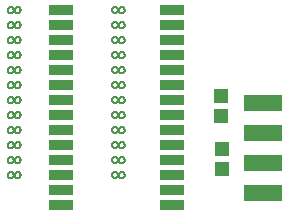
<source format=gbr>
G04 EAGLE Gerber RS-274X export*
G75*
%MOMM*%
%FSLAX34Y34*%
%LPD*%
%INSoldermask Top*%
%IPPOS*%
%AMOC8*
5,1,8,0,0,1.08239X$1,22.5*%
G01*
%ADD10R,2.125200X0.853200*%
%ADD11C,0.152400*%
%ADD12R,3.203200X1.453200*%
%ADD13R,1.303200X1.203200*%


D10*
X52428Y190500D03*
X52428Y177800D03*
X52428Y165100D03*
X52428Y152400D03*
X52428Y139700D03*
X52428Y127000D03*
X52428Y114300D03*
X52428Y101600D03*
X52428Y88900D03*
X52428Y76200D03*
X52428Y63500D03*
X52428Y50800D03*
X52428Y38100D03*
X52428Y25400D03*
X146708Y25400D03*
X146708Y38100D03*
X146708Y50800D03*
X146708Y63500D03*
X146708Y76200D03*
X146708Y88900D03*
X146708Y101600D03*
X146708Y114300D03*
X146708Y127000D03*
X146708Y139700D03*
X146708Y152400D03*
X146708Y165100D03*
X146708Y177800D03*
X146708Y190500D03*
D11*
X7620Y190500D02*
X7622Y190600D01*
X7628Y190701D01*
X7638Y190800D01*
X7652Y190900D01*
X7669Y190999D01*
X7691Y191097D01*
X7717Y191194D01*
X7746Y191290D01*
X7779Y191384D01*
X7816Y191478D01*
X7856Y191570D01*
X7900Y191660D01*
X7948Y191748D01*
X7999Y191835D01*
X8053Y191919D01*
X8111Y192001D01*
X8172Y192081D01*
X8236Y192158D01*
X8303Y192233D01*
X8373Y192305D01*
X8446Y192374D01*
X8521Y192440D01*
X8599Y192504D01*
X8679Y192564D01*
X8762Y192621D01*
X8847Y192674D01*
X8934Y192724D01*
X9023Y192771D01*
X9113Y192814D01*
X9205Y192854D01*
X9299Y192890D01*
X9394Y192922D01*
X9490Y192950D01*
X9588Y192975D01*
X9686Y192995D01*
X9785Y193012D01*
X9885Y193025D01*
X9984Y193034D01*
X10085Y193039D01*
X10185Y193040D01*
X10285Y193037D01*
X10386Y193030D01*
X10485Y193019D01*
X10585Y193004D01*
X10683Y192986D01*
X10781Y192963D01*
X10878Y192936D01*
X10973Y192906D01*
X11068Y192872D01*
X11161Y192834D01*
X11252Y192793D01*
X11342Y192748D01*
X11430Y192700D01*
X11516Y192648D01*
X11600Y192593D01*
X11681Y192534D01*
X11760Y192472D01*
X11837Y192408D01*
X11911Y192340D01*
X11982Y192269D01*
X12051Y192196D01*
X12116Y192120D01*
X12179Y192041D01*
X12238Y191960D01*
X12294Y191877D01*
X12347Y191792D01*
X12396Y191704D01*
X12442Y191615D01*
X12484Y191524D01*
X12523Y191431D01*
X12558Y191337D01*
X12589Y191242D01*
X12617Y191145D01*
X12640Y191048D01*
X12660Y190949D01*
X12676Y190850D01*
X12688Y190751D01*
X12696Y190650D01*
X12700Y190550D01*
X12700Y190450D01*
X12696Y190350D01*
X12688Y190249D01*
X12676Y190150D01*
X12660Y190051D01*
X12640Y189952D01*
X12617Y189855D01*
X12589Y189758D01*
X12558Y189663D01*
X12523Y189569D01*
X12484Y189476D01*
X12442Y189385D01*
X12396Y189296D01*
X12347Y189208D01*
X12294Y189123D01*
X12238Y189040D01*
X12179Y188959D01*
X12116Y188880D01*
X12051Y188804D01*
X11982Y188731D01*
X11911Y188660D01*
X11837Y188592D01*
X11760Y188528D01*
X11681Y188466D01*
X11600Y188407D01*
X11516Y188352D01*
X11430Y188300D01*
X11342Y188252D01*
X11252Y188207D01*
X11161Y188166D01*
X11068Y188128D01*
X10973Y188094D01*
X10878Y188064D01*
X10781Y188037D01*
X10683Y188014D01*
X10585Y187996D01*
X10485Y187981D01*
X10386Y187970D01*
X10285Y187963D01*
X10185Y187960D01*
X10085Y187961D01*
X9984Y187966D01*
X9885Y187975D01*
X9785Y187988D01*
X9686Y188005D01*
X9588Y188025D01*
X9490Y188050D01*
X9394Y188078D01*
X9299Y188110D01*
X9205Y188146D01*
X9113Y188186D01*
X9023Y188229D01*
X8934Y188276D01*
X8847Y188326D01*
X8762Y188379D01*
X8679Y188436D01*
X8599Y188496D01*
X8521Y188560D01*
X8446Y188626D01*
X8373Y188695D01*
X8303Y188767D01*
X8236Y188842D01*
X8172Y188919D01*
X8111Y188999D01*
X8053Y189081D01*
X7999Y189165D01*
X7948Y189252D01*
X7900Y189340D01*
X7856Y189430D01*
X7816Y189522D01*
X7779Y189616D01*
X7746Y189710D01*
X7717Y189806D01*
X7691Y189903D01*
X7669Y190001D01*
X7652Y190100D01*
X7638Y190200D01*
X7628Y190299D01*
X7622Y190400D01*
X7620Y190500D01*
X7620Y177800D02*
X7622Y177900D01*
X7628Y178001D01*
X7638Y178100D01*
X7652Y178200D01*
X7669Y178299D01*
X7691Y178397D01*
X7717Y178494D01*
X7746Y178590D01*
X7779Y178684D01*
X7816Y178778D01*
X7856Y178870D01*
X7900Y178960D01*
X7948Y179048D01*
X7999Y179135D01*
X8053Y179219D01*
X8111Y179301D01*
X8172Y179381D01*
X8236Y179458D01*
X8303Y179533D01*
X8373Y179605D01*
X8446Y179674D01*
X8521Y179740D01*
X8599Y179804D01*
X8679Y179864D01*
X8762Y179921D01*
X8847Y179974D01*
X8934Y180024D01*
X9023Y180071D01*
X9113Y180114D01*
X9205Y180154D01*
X9299Y180190D01*
X9394Y180222D01*
X9490Y180250D01*
X9588Y180275D01*
X9686Y180295D01*
X9785Y180312D01*
X9885Y180325D01*
X9984Y180334D01*
X10085Y180339D01*
X10185Y180340D01*
X10285Y180337D01*
X10386Y180330D01*
X10485Y180319D01*
X10585Y180304D01*
X10683Y180286D01*
X10781Y180263D01*
X10878Y180236D01*
X10973Y180206D01*
X11068Y180172D01*
X11161Y180134D01*
X11252Y180093D01*
X11342Y180048D01*
X11430Y180000D01*
X11516Y179948D01*
X11600Y179893D01*
X11681Y179834D01*
X11760Y179772D01*
X11837Y179708D01*
X11911Y179640D01*
X11982Y179569D01*
X12051Y179496D01*
X12116Y179420D01*
X12179Y179341D01*
X12238Y179260D01*
X12294Y179177D01*
X12347Y179092D01*
X12396Y179004D01*
X12442Y178915D01*
X12484Y178824D01*
X12523Y178731D01*
X12558Y178637D01*
X12589Y178542D01*
X12617Y178445D01*
X12640Y178348D01*
X12660Y178249D01*
X12676Y178150D01*
X12688Y178051D01*
X12696Y177950D01*
X12700Y177850D01*
X12700Y177750D01*
X12696Y177650D01*
X12688Y177549D01*
X12676Y177450D01*
X12660Y177351D01*
X12640Y177252D01*
X12617Y177155D01*
X12589Y177058D01*
X12558Y176963D01*
X12523Y176869D01*
X12484Y176776D01*
X12442Y176685D01*
X12396Y176596D01*
X12347Y176508D01*
X12294Y176423D01*
X12238Y176340D01*
X12179Y176259D01*
X12116Y176180D01*
X12051Y176104D01*
X11982Y176031D01*
X11911Y175960D01*
X11837Y175892D01*
X11760Y175828D01*
X11681Y175766D01*
X11600Y175707D01*
X11516Y175652D01*
X11430Y175600D01*
X11342Y175552D01*
X11252Y175507D01*
X11161Y175466D01*
X11068Y175428D01*
X10973Y175394D01*
X10878Y175364D01*
X10781Y175337D01*
X10683Y175314D01*
X10585Y175296D01*
X10485Y175281D01*
X10386Y175270D01*
X10285Y175263D01*
X10185Y175260D01*
X10085Y175261D01*
X9984Y175266D01*
X9885Y175275D01*
X9785Y175288D01*
X9686Y175305D01*
X9588Y175325D01*
X9490Y175350D01*
X9394Y175378D01*
X9299Y175410D01*
X9205Y175446D01*
X9113Y175486D01*
X9023Y175529D01*
X8934Y175576D01*
X8847Y175626D01*
X8762Y175679D01*
X8679Y175736D01*
X8599Y175796D01*
X8521Y175860D01*
X8446Y175926D01*
X8373Y175995D01*
X8303Y176067D01*
X8236Y176142D01*
X8172Y176219D01*
X8111Y176299D01*
X8053Y176381D01*
X7999Y176465D01*
X7948Y176552D01*
X7900Y176640D01*
X7856Y176730D01*
X7816Y176822D01*
X7779Y176916D01*
X7746Y177010D01*
X7717Y177106D01*
X7691Y177203D01*
X7669Y177301D01*
X7652Y177400D01*
X7638Y177500D01*
X7628Y177599D01*
X7622Y177700D01*
X7620Y177800D01*
X7620Y165100D02*
X7622Y165200D01*
X7628Y165301D01*
X7638Y165400D01*
X7652Y165500D01*
X7669Y165599D01*
X7691Y165697D01*
X7717Y165794D01*
X7746Y165890D01*
X7779Y165984D01*
X7816Y166078D01*
X7856Y166170D01*
X7900Y166260D01*
X7948Y166348D01*
X7999Y166435D01*
X8053Y166519D01*
X8111Y166601D01*
X8172Y166681D01*
X8236Y166758D01*
X8303Y166833D01*
X8373Y166905D01*
X8446Y166974D01*
X8521Y167040D01*
X8599Y167104D01*
X8679Y167164D01*
X8762Y167221D01*
X8847Y167274D01*
X8934Y167324D01*
X9023Y167371D01*
X9113Y167414D01*
X9205Y167454D01*
X9299Y167490D01*
X9394Y167522D01*
X9490Y167550D01*
X9588Y167575D01*
X9686Y167595D01*
X9785Y167612D01*
X9885Y167625D01*
X9984Y167634D01*
X10085Y167639D01*
X10185Y167640D01*
X10285Y167637D01*
X10386Y167630D01*
X10485Y167619D01*
X10585Y167604D01*
X10683Y167586D01*
X10781Y167563D01*
X10878Y167536D01*
X10973Y167506D01*
X11068Y167472D01*
X11161Y167434D01*
X11252Y167393D01*
X11342Y167348D01*
X11430Y167300D01*
X11516Y167248D01*
X11600Y167193D01*
X11681Y167134D01*
X11760Y167072D01*
X11837Y167008D01*
X11911Y166940D01*
X11982Y166869D01*
X12051Y166796D01*
X12116Y166720D01*
X12179Y166641D01*
X12238Y166560D01*
X12294Y166477D01*
X12347Y166392D01*
X12396Y166304D01*
X12442Y166215D01*
X12484Y166124D01*
X12523Y166031D01*
X12558Y165937D01*
X12589Y165842D01*
X12617Y165745D01*
X12640Y165648D01*
X12660Y165549D01*
X12676Y165450D01*
X12688Y165351D01*
X12696Y165250D01*
X12700Y165150D01*
X12700Y165050D01*
X12696Y164950D01*
X12688Y164849D01*
X12676Y164750D01*
X12660Y164651D01*
X12640Y164552D01*
X12617Y164455D01*
X12589Y164358D01*
X12558Y164263D01*
X12523Y164169D01*
X12484Y164076D01*
X12442Y163985D01*
X12396Y163896D01*
X12347Y163808D01*
X12294Y163723D01*
X12238Y163640D01*
X12179Y163559D01*
X12116Y163480D01*
X12051Y163404D01*
X11982Y163331D01*
X11911Y163260D01*
X11837Y163192D01*
X11760Y163128D01*
X11681Y163066D01*
X11600Y163007D01*
X11516Y162952D01*
X11430Y162900D01*
X11342Y162852D01*
X11252Y162807D01*
X11161Y162766D01*
X11068Y162728D01*
X10973Y162694D01*
X10878Y162664D01*
X10781Y162637D01*
X10683Y162614D01*
X10585Y162596D01*
X10485Y162581D01*
X10386Y162570D01*
X10285Y162563D01*
X10185Y162560D01*
X10085Y162561D01*
X9984Y162566D01*
X9885Y162575D01*
X9785Y162588D01*
X9686Y162605D01*
X9588Y162625D01*
X9490Y162650D01*
X9394Y162678D01*
X9299Y162710D01*
X9205Y162746D01*
X9113Y162786D01*
X9023Y162829D01*
X8934Y162876D01*
X8847Y162926D01*
X8762Y162979D01*
X8679Y163036D01*
X8599Y163096D01*
X8521Y163160D01*
X8446Y163226D01*
X8373Y163295D01*
X8303Y163367D01*
X8236Y163442D01*
X8172Y163519D01*
X8111Y163599D01*
X8053Y163681D01*
X7999Y163765D01*
X7948Y163852D01*
X7900Y163940D01*
X7856Y164030D01*
X7816Y164122D01*
X7779Y164216D01*
X7746Y164310D01*
X7717Y164406D01*
X7691Y164503D01*
X7669Y164601D01*
X7652Y164700D01*
X7638Y164800D01*
X7628Y164899D01*
X7622Y165000D01*
X7620Y165100D01*
X7620Y152400D02*
X7622Y152500D01*
X7628Y152601D01*
X7638Y152700D01*
X7652Y152800D01*
X7669Y152899D01*
X7691Y152997D01*
X7717Y153094D01*
X7746Y153190D01*
X7779Y153284D01*
X7816Y153378D01*
X7856Y153470D01*
X7900Y153560D01*
X7948Y153648D01*
X7999Y153735D01*
X8053Y153819D01*
X8111Y153901D01*
X8172Y153981D01*
X8236Y154058D01*
X8303Y154133D01*
X8373Y154205D01*
X8446Y154274D01*
X8521Y154340D01*
X8599Y154404D01*
X8679Y154464D01*
X8762Y154521D01*
X8847Y154574D01*
X8934Y154624D01*
X9023Y154671D01*
X9113Y154714D01*
X9205Y154754D01*
X9299Y154790D01*
X9394Y154822D01*
X9490Y154850D01*
X9588Y154875D01*
X9686Y154895D01*
X9785Y154912D01*
X9885Y154925D01*
X9984Y154934D01*
X10085Y154939D01*
X10185Y154940D01*
X10285Y154937D01*
X10386Y154930D01*
X10485Y154919D01*
X10585Y154904D01*
X10683Y154886D01*
X10781Y154863D01*
X10878Y154836D01*
X10973Y154806D01*
X11068Y154772D01*
X11161Y154734D01*
X11252Y154693D01*
X11342Y154648D01*
X11430Y154600D01*
X11516Y154548D01*
X11600Y154493D01*
X11681Y154434D01*
X11760Y154372D01*
X11837Y154308D01*
X11911Y154240D01*
X11982Y154169D01*
X12051Y154096D01*
X12116Y154020D01*
X12179Y153941D01*
X12238Y153860D01*
X12294Y153777D01*
X12347Y153692D01*
X12396Y153604D01*
X12442Y153515D01*
X12484Y153424D01*
X12523Y153331D01*
X12558Y153237D01*
X12589Y153142D01*
X12617Y153045D01*
X12640Y152948D01*
X12660Y152849D01*
X12676Y152750D01*
X12688Y152651D01*
X12696Y152550D01*
X12700Y152450D01*
X12700Y152350D01*
X12696Y152250D01*
X12688Y152149D01*
X12676Y152050D01*
X12660Y151951D01*
X12640Y151852D01*
X12617Y151755D01*
X12589Y151658D01*
X12558Y151563D01*
X12523Y151469D01*
X12484Y151376D01*
X12442Y151285D01*
X12396Y151196D01*
X12347Y151108D01*
X12294Y151023D01*
X12238Y150940D01*
X12179Y150859D01*
X12116Y150780D01*
X12051Y150704D01*
X11982Y150631D01*
X11911Y150560D01*
X11837Y150492D01*
X11760Y150428D01*
X11681Y150366D01*
X11600Y150307D01*
X11516Y150252D01*
X11430Y150200D01*
X11342Y150152D01*
X11252Y150107D01*
X11161Y150066D01*
X11068Y150028D01*
X10973Y149994D01*
X10878Y149964D01*
X10781Y149937D01*
X10683Y149914D01*
X10585Y149896D01*
X10485Y149881D01*
X10386Y149870D01*
X10285Y149863D01*
X10185Y149860D01*
X10085Y149861D01*
X9984Y149866D01*
X9885Y149875D01*
X9785Y149888D01*
X9686Y149905D01*
X9588Y149925D01*
X9490Y149950D01*
X9394Y149978D01*
X9299Y150010D01*
X9205Y150046D01*
X9113Y150086D01*
X9023Y150129D01*
X8934Y150176D01*
X8847Y150226D01*
X8762Y150279D01*
X8679Y150336D01*
X8599Y150396D01*
X8521Y150460D01*
X8446Y150526D01*
X8373Y150595D01*
X8303Y150667D01*
X8236Y150742D01*
X8172Y150819D01*
X8111Y150899D01*
X8053Y150981D01*
X7999Y151065D01*
X7948Y151152D01*
X7900Y151240D01*
X7856Y151330D01*
X7816Y151422D01*
X7779Y151516D01*
X7746Y151610D01*
X7717Y151706D01*
X7691Y151803D01*
X7669Y151901D01*
X7652Y152000D01*
X7638Y152100D01*
X7628Y152199D01*
X7622Y152300D01*
X7620Y152400D01*
X7620Y139700D02*
X7622Y139800D01*
X7628Y139901D01*
X7638Y140000D01*
X7652Y140100D01*
X7669Y140199D01*
X7691Y140297D01*
X7717Y140394D01*
X7746Y140490D01*
X7779Y140584D01*
X7816Y140678D01*
X7856Y140770D01*
X7900Y140860D01*
X7948Y140948D01*
X7999Y141035D01*
X8053Y141119D01*
X8111Y141201D01*
X8172Y141281D01*
X8236Y141358D01*
X8303Y141433D01*
X8373Y141505D01*
X8446Y141574D01*
X8521Y141640D01*
X8599Y141704D01*
X8679Y141764D01*
X8762Y141821D01*
X8847Y141874D01*
X8934Y141924D01*
X9023Y141971D01*
X9113Y142014D01*
X9205Y142054D01*
X9299Y142090D01*
X9394Y142122D01*
X9490Y142150D01*
X9588Y142175D01*
X9686Y142195D01*
X9785Y142212D01*
X9885Y142225D01*
X9984Y142234D01*
X10085Y142239D01*
X10185Y142240D01*
X10285Y142237D01*
X10386Y142230D01*
X10485Y142219D01*
X10585Y142204D01*
X10683Y142186D01*
X10781Y142163D01*
X10878Y142136D01*
X10973Y142106D01*
X11068Y142072D01*
X11161Y142034D01*
X11252Y141993D01*
X11342Y141948D01*
X11430Y141900D01*
X11516Y141848D01*
X11600Y141793D01*
X11681Y141734D01*
X11760Y141672D01*
X11837Y141608D01*
X11911Y141540D01*
X11982Y141469D01*
X12051Y141396D01*
X12116Y141320D01*
X12179Y141241D01*
X12238Y141160D01*
X12294Y141077D01*
X12347Y140992D01*
X12396Y140904D01*
X12442Y140815D01*
X12484Y140724D01*
X12523Y140631D01*
X12558Y140537D01*
X12589Y140442D01*
X12617Y140345D01*
X12640Y140248D01*
X12660Y140149D01*
X12676Y140050D01*
X12688Y139951D01*
X12696Y139850D01*
X12700Y139750D01*
X12700Y139650D01*
X12696Y139550D01*
X12688Y139449D01*
X12676Y139350D01*
X12660Y139251D01*
X12640Y139152D01*
X12617Y139055D01*
X12589Y138958D01*
X12558Y138863D01*
X12523Y138769D01*
X12484Y138676D01*
X12442Y138585D01*
X12396Y138496D01*
X12347Y138408D01*
X12294Y138323D01*
X12238Y138240D01*
X12179Y138159D01*
X12116Y138080D01*
X12051Y138004D01*
X11982Y137931D01*
X11911Y137860D01*
X11837Y137792D01*
X11760Y137728D01*
X11681Y137666D01*
X11600Y137607D01*
X11516Y137552D01*
X11430Y137500D01*
X11342Y137452D01*
X11252Y137407D01*
X11161Y137366D01*
X11068Y137328D01*
X10973Y137294D01*
X10878Y137264D01*
X10781Y137237D01*
X10683Y137214D01*
X10585Y137196D01*
X10485Y137181D01*
X10386Y137170D01*
X10285Y137163D01*
X10185Y137160D01*
X10085Y137161D01*
X9984Y137166D01*
X9885Y137175D01*
X9785Y137188D01*
X9686Y137205D01*
X9588Y137225D01*
X9490Y137250D01*
X9394Y137278D01*
X9299Y137310D01*
X9205Y137346D01*
X9113Y137386D01*
X9023Y137429D01*
X8934Y137476D01*
X8847Y137526D01*
X8762Y137579D01*
X8679Y137636D01*
X8599Y137696D01*
X8521Y137760D01*
X8446Y137826D01*
X8373Y137895D01*
X8303Y137967D01*
X8236Y138042D01*
X8172Y138119D01*
X8111Y138199D01*
X8053Y138281D01*
X7999Y138365D01*
X7948Y138452D01*
X7900Y138540D01*
X7856Y138630D01*
X7816Y138722D01*
X7779Y138816D01*
X7746Y138910D01*
X7717Y139006D01*
X7691Y139103D01*
X7669Y139201D01*
X7652Y139300D01*
X7638Y139400D01*
X7628Y139499D01*
X7622Y139600D01*
X7620Y139700D01*
X7620Y127000D02*
X7622Y127100D01*
X7628Y127201D01*
X7638Y127300D01*
X7652Y127400D01*
X7669Y127499D01*
X7691Y127597D01*
X7717Y127694D01*
X7746Y127790D01*
X7779Y127884D01*
X7816Y127978D01*
X7856Y128070D01*
X7900Y128160D01*
X7948Y128248D01*
X7999Y128335D01*
X8053Y128419D01*
X8111Y128501D01*
X8172Y128581D01*
X8236Y128658D01*
X8303Y128733D01*
X8373Y128805D01*
X8446Y128874D01*
X8521Y128940D01*
X8599Y129004D01*
X8679Y129064D01*
X8762Y129121D01*
X8847Y129174D01*
X8934Y129224D01*
X9023Y129271D01*
X9113Y129314D01*
X9205Y129354D01*
X9299Y129390D01*
X9394Y129422D01*
X9490Y129450D01*
X9588Y129475D01*
X9686Y129495D01*
X9785Y129512D01*
X9885Y129525D01*
X9984Y129534D01*
X10085Y129539D01*
X10185Y129540D01*
X10285Y129537D01*
X10386Y129530D01*
X10485Y129519D01*
X10585Y129504D01*
X10683Y129486D01*
X10781Y129463D01*
X10878Y129436D01*
X10973Y129406D01*
X11068Y129372D01*
X11161Y129334D01*
X11252Y129293D01*
X11342Y129248D01*
X11430Y129200D01*
X11516Y129148D01*
X11600Y129093D01*
X11681Y129034D01*
X11760Y128972D01*
X11837Y128908D01*
X11911Y128840D01*
X11982Y128769D01*
X12051Y128696D01*
X12116Y128620D01*
X12179Y128541D01*
X12238Y128460D01*
X12294Y128377D01*
X12347Y128292D01*
X12396Y128204D01*
X12442Y128115D01*
X12484Y128024D01*
X12523Y127931D01*
X12558Y127837D01*
X12589Y127742D01*
X12617Y127645D01*
X12640Y127548D01*
X12660Y127449D01*
X12676Y127350D01*
X12688Y127251D01*
X12696Y127150D01*
X12700Y127050D01*
X12700Y126950D01*
X12696Y126850D01*
X12688Y126749D01*
X12676Y126650D01*
X12660Y126551D01*
X12640Y126452D01*
X12617Y126355D01*
X12589Y126258D01*
X12558Y126163D01*
X12523Y126069D01*
X12484Y125976D01*
X12442Y125885D01*
X12396Y125796D01*
X12347Y125708D01*
X12294Y125623D01*
X12238Y125540D01*
X12179Y125459D01*
X12116Y125380D01*
X12051Y125304D01*
X11982Y125231D01*
X11911Y125160D01*
X11837Y125092D01*
X11760Y125028D01*
X11681Y124966D01*
X11600Y124907D01*
X11516Y124852D01*
X11430Y124800D01*
X11342Y124752D01*
X11252Y124707D01*
X11161Y124666D01*
X11068Y124628D01*
X10973Y124594D01*
X10878Y124564D01*
X10781Y124537D01*
X10683Y124514D01*
X10585Y124496D01*
X10485Y124481D01*
X10386Y124470D01*
X10285Y124463D01*
X10185Y124460D01*
X10085Y124461D01*
X9984Y124466D01*
X9885Y124475D01*
X9785Y124488D01*
X9686Y124505D01*
X9588Y124525D01*
X9490Y124550D01*
X9394Y124578D01*
X9299Y124610D01*
X9205Y124646D01*
X9113Y124686D01*
X9023Y124729D01*
X8934Y124776D01*
X8847Y124826D01*
X8762Y124879D01*
X8679Y124936D01*
X8599Y124996D01*
X8521Y125060D01*
X8446Y125126D01*
X8373Y125195D01*
X8303Y125267D01*
X8236Y125342D01*
X8172Y125419D01*
X8111Y125499D01*
X8053Y125581D01*
X7999Y125665D01*
X7948Y125752D01*
X7900Y125840D01*
X7856Y125930D01*
X7816Y126022D01*
X7779Y126116D01*
X7746Y126210D01*
X7717Y126306D01*
X7691Y126403D01*
X7669Y126501D01*
X7652Y126600D01*
X7638Y126700D01*
X7628Y126799D01*
X7622Y126900D01*
X7620Y127000D01*
X7620Y114300D02*
X7622Y114400D01*
X7628Y114501D01*
X7638Y114600D01*
X7652Y114700D01*
X7669Y114799D01*
X7691Y114897D01*
X7717Y114994D01*
X7746Y115090D01*
X7779Y115184D01*
X7816Y115278D01*
X7856Y115370D01*
X7900Y115460D01*
X7948Y115548D01*
X7999Y115635D01*
X8053Y115719D01*
X8111Y115801D01*
X8172Y115881D01*
X8236Y115958D01*
X8303Y116033D01*
X8373Y116105D01*
X8446Y116174D01*
X8521Y116240D01*
X8599Y116304D01*
X8679Y116364D01*
X8762Y116421D01*
X8847Y116474D01*
X8934Y116524D01*
X9023Y116571D01*
X9113Y116614D01*
X9205Y116654D01*
X9299Y116690D01*
X9394Y116722D01*
X9490Y116750D01*
X9588Y116775D01*
X9686Y116795D01*
X9785Y116812D01*
X9885Y116825D01*
X9984Y116834D01*
X10085Y116839D01*
X10185Y116840D01*
X10285Y116837D01*
X10386Y116830D01*
X10485Y116819D01*
X10585Y116804D01*
X10683Y116786D01*
X10781Y116763D01*
X10878Y116736D01*
X10973Y116706D01*
X11068Y116672D01*
X11161Y116634D01*
X11252Y116593D01*
X11342Y116548D01*
X11430Y116500D01*
X11516Y116448D01*
X11600Y116393D01*
X11681Y116334D01*
X11760Y116272D01*
X11837Y116208D01*
X11911Y116140D01*
X11982Y116069D01*
X12051Y115996D01*
X12116Y115920D01*
X12179Y115841D01*
X12238Y115760D01*
X12294Y115677D01*
X12347Y115592D01*
X12396Y115504D01*
X12442Y115415D01*
X12484Y115324D01*
X12523Y115231D01*
X12558Y115137D01*
X12589Y115042D01*
X12617Y114945D01*
X12640Y114848D01*
X12660Y114749D01*
X12676Y114650D01*
X12688Y114551D01*
X12696Y114450D01*
X12700Y114350D01*
X12700Y114250D01*
X12696Y114150D01*
X12688Y114049D01*
X12676Y113950D01*
X12660Y113851D01*
X12640Y113752D01*
X12617Y113655D01*
X12589Y113558D01*
X12558Y113463D01*
X12523Y113369D01*
X12484Y113276D01*
X12442Y113185D01*
X12396Y113096D01*
X12347Y113008D01*
X12294Y112923D01*
X12238Y112840D01*
X12179Y112759D01*
X12116Y112680D01*
X12051Y112604D01*
X11982Y112531D01*
X11911Y112460D01*
X11837Y112392D01*
X11760Y112328D01*
X11681Y112266D01*
X11600Y112207D01*
X11516Y112152D01*
X11430Y112100D01*
X11342Y112052D01*
X11252Y112007D01*
X11161Y111966D01*
X11068Y111928D01*
X10973Y111894D01*
X10878Y111864D01*
X10781Y111837D01*
X10683Y111814D01*
X10585Y111796D01*
X10485Y111781D01*
X10386Y111770D01*
X10285Y111763D01*
X10185Y111760D01*
X10085Y111761D01*
X9984Y111766D01*
X9885Y111775D01*
X9785Y111788D01*
X9686Y111805D01*
X9588Y111825D01*
X9490Y111850D01*
X9394Y111878D01*
X9299Y111910D01*
X9205Y111946D01*
X9113Y111986D01*
X9023Y112029D01*
X8934Y112076D01*
X8847Y112126D01*
X8762Y112179D01*
X8679Y112236D01*
X8599Y112296D01*
X8521Y112360D01*
X8446Y112426D01*
X8373Y112495D01*
X8303Y112567D01*
X8236Y112642D01*
X8172Y112719D01*
X8111Y112799D01*
X8053Y112881D01*
X7999Y112965D01*
X7948Y113052D01*
X7900Y113140D01*
X7856Y113230D01*
X7816Y113322D01*
X7779Y113416D01*
X7746Y113510D01*
X7717Y113606D01*
X7691Y113703D01*
X7669Y113801D01*
X7652Y113900D01*
X7638Y114000D01*
X7628Y114099D01*
X7622Y114200D01*
X7620Y114300D01*
X7620Y101600D02*
X7622Y101700D01*
X7628Y101801D01*
X7638Y101900D01*
X7652Y102000D01*
X7669Y102099D01*
X7691Y102197D01*
X7717Y102294D01*
X7746Y102390D01*
X7779Y102484D01*
X7816Y102578D01*
X7856Y102670D01*
X7900Y102760D01*
X7948Y102848D01*
X7999Y102935D01*
X8053Y103019D01*
X8111Y103101D01*
X8172Y103181D01*
X8236Y103258D01*
X8303Y103333D01*
X8373Y103405D01*
X8446Y103474D01*
X8521Y103540D01*
X8599Y103604D01*
X8679Y103664D01*
X8762Y103721D01*
X8847Y103774D01*
X8934Y103824D01*
X9023Y103871D01*
X9113Y103914D01*
X9205Y103954D01*
X9299Y103990D01*
X9394Y104022D01*
X9490Y104050D01*
X9588Y104075D01*
X9686Y104095D01*
X9785Y104112D01*
X9885Y104125D01*
X9984Y104134D01*
X10085Y104139D01*
X10185Y104140D01*
X10285Y104137D01*
X10386Y104130D01*
X10485Y104119D01*
X10585Y104104D01*
X10683Y104086D01*
X10781Y104063D01*
X10878Y104036D01*
X10973Y104006D01*
X11068Y103972D01*
X11161Y103934D01*
X11252Y103893D01*
X11342Y103848D01*
X11430Y103800D01*
X11516Y103748D01*
X11600Y103693D01*
X11681Y103634D01*
X11760Y103572D01*
X11837Y103508D01*
X11911Y103440D01*
X11982Y103369D01*
X12051Y103296D01*
X12116Y103220D01*
X12179Y103141D01*
X12238Y103060D01*
X12294Y102977D01*
X12347Y102892D01*
X12396Y102804D01*
X12442Y102715D01*
X12484Y102624D01*
X12523Y102531D01*
X12558Y102437D01*
X12589Y102342D01*
X12617Y102245D01*
X12640Y102148D01*
X12660Y102049D01*
X12676Y101950D01*
X12688Y101851D01*
X12696Y101750D01*
X12700Y101650D01*
X12700Y101550D01*
X12696Y101450D01*
X12688Y101349D01*
X12676Y101250D01*
X12660Y101151D01*
X12640Y101052D01*
X12617Y100955D01*
X12589Y100858D01*
X12558Y100763D01*
X12523Y100669D01*
X12484Y100576D01*
X12442Y100485D01*
X12396Y100396D01*
X12347Y100308D01*
X12294Y100223D01*
X12238Y100140D01*
X12179Y100059D01*
X12116Y99980D01*
X12051Y99904D01*
X11982Y99831D01*
X11911Y99760D01*
X11837Y99692D01*
X11760Y99628D01*
X11681Y99566D01*
X11600Y99507D01*
X11516Y99452D01*
X11430Y99400D01*
X11342Y99352D01*
X11252Y99307D01*
X11161Y99266D01*
X11068Y99228D01*
X10973Y99194D01*
X10878Y99164D01*
X10781Y99137D01*
X10683Y99114D01*
X10585Y99096D01*
X10485Y99081D01*
X10386Y99070D01*
X10285Y99063D01*
X10185Y99060D01*
X10085Y99061D01*
X9984Y99066D01*
X9885Y99075D01*
X9785Y99088D01*
X9686Y99105D01*
X9588Y99125D01*
X9490Y99150D01*
X9394Y99178D01*
X9299Y99210D01*
X9205Y99246D01*
X9113Y99286D01*
X9023Y99329D01*
X8934Y99376D01*
X8847Y99426D01*
X8762Y99479D01*
X8679Y99536D01*
X8599Y99596D01*
X8521Y99660D01*
X8446Y99726D01*
X8373Y99795D01*
X8303Y99867D01*
X8236Y99942D01*
X8172Y100019D01*
X8111Y100099D01*
X8053Y100181D01*
X7999Y100265D01*
X7948Y100352D01*
X7900Y100440D01*
X7856Y100530D01*
X7816Y100622D01*
X7779Y100716D01*
X7746Y100810D01*
X7717Y100906D01*
X7691Y101003D01*
X7669Y101101D01*
X7652Y101200D01*
X7638Y101300D01*
X7628Y101399D01*
X7622Y101500D01*
X7620Y101600D01*
X7620Y88900D02*
X7622Y89000D01*
X7628Y89101D01*
X7638Y89200D01*
X7652Y89300D01*
X7669Y89399D01*
X7691Y89497D01*
X7717Y89594D01*
X7746Y89690D01*
X7779Y89784D01*
X7816Y89878D01*
X7856Y89970D01*
X7900Y90060D01*
X7948Y90148D01*
X7999Y90235D01*
X8053Y90319D01*
X8111Y90401D01*
X8172Y90481D01*
X8236Y90558D01*
X8303Y90633D01*
X8373Y90705D01*
X8446Y90774D01*
X8521Y90840D01*
X8599Y90904D01*
X8679Y90964D01*
X8762Y91021D01*
X8847Y91074D01*
X8934Y91124D01*
X9023Y91171D01*
X9113Y91214D01*
X9205Y91254D01*
X9299Y91290D01*
X9394Y91322D01*
X9490Y91350D01*
X9588Y91375D01*
X9686Y91395D01*
X9785Y91412D01*
X9885Y91425D01*
X9984Y91434D01*
X10085Y91439D01*
X10185Y91440D01*
X10285Y91437D01*
X10386Y91430D01*
X10485Y91419D01*
X10585Y91404D01*
X10683Y91386D01*
X10781Y91363D01*
X10878Y91336D01*
X10973Y91306D01*
X11068Y91272D01*
X11161Y91234D01*
X11252Y91193D01*
X11342Y91148D01*
X11430Y91100D01*
X11516Y91048D01*
X11600Y90993D01*
X11681Y90934D01*
X11760Y90872D01*
X11837Y90808D01*
X11911Y90740D01*
X11982Y90669D01*
X12051Y90596D01*
X12116Y90520D01*
X12179Y90441D01*
X12238Y90360D01*
X12294Y90277D01*
X12347Y90192D01*
X12396Y90104D01*
X12442Y90015D01*
X12484Y89924D01*
X12523Y89831D01*
X12558Y89737D01*
X12589Y89642D01*
X12617Y89545D01*
X12640Y89448D01*
X12660Y89349D01*
X12676Y89250D01*
X12688Y89151D01*
X12696Y89050D01*
X12700Y88950D01*
X12700Y88850D01*
X12696Y88750D01*
X12688Y88649D01*
X12676Y88550D01*
X12660Y88451D01*
X12640Y88352D01*
X12617Y88255D01*
X12589Y88158D01*
X12558Y88063D01*
X12523Y87969D01*
X12484Y87876D01*
X12442Y87785D01*
X12396Y87696D01*
X12347Y87608D01*
X12294Y87523D01*
X12238Y87440D01*
X12179Y87359D01*
X12116Y87280D01*
X12051Y87204D01*
X11982Y87131D01*
X11911Y87060D01*
X11837Y86992D01*
X11760Y86928D01*
X11681Y86866D01*
X11600Y86807D01*
X11516Y86752D01*
X11430Y86700D01*
X11342Y86652D01*
X11252Y86607D01*
X11161Y86566D01*
X11068Y86528D01*
X10973Y86494D01*
X10878Y86464D01*
X10781Y86437D01*
X10683Y86414D01*
X10585Y86396D01*
X10485Y86381D01*
X10386Y86370D01*
X10285Y86363D01*
X10185Y86360D01*
X10085Y86361D01*
X9984Y86366D01*
X9885Y86375D01*
X9785Y86388D01*
X9686Y86405D01*
X9588Y86425D01*
X9490Y86450D01*
X9394Y86478D01*
X9299Y86510D01*
X9205Y86546D01*
X9113Y86586D01*
X9023Y86629D01*
X8934Y86676D01*
X8847Y86726D01*
X8762Y86779D01*
X8679Y86836D01*
X8599Y86896D01*
X8521Y86960D01*
X8446Y87026D01*
X8373Y87095D01*
X8303Y87167D01*
X8236Y87242D01*
X8172Y87319D01*
X8111Y87399D01*
X8053Y87481D01*
X7999Y87565D01*
X7948Y87652D01*
X7900Y87740D01*
X7856Y87830D01*
X7816Y87922D01*
X7779Y88016D01*
X7746Y88110D01*
X7717Y88206D01*
X7691Y88303D01*
X7669Y88401D01*
X7652Y88500D01*
X7638Y88600D01*
X7628Y88699D01*
X7622Y88800D01*
X7620Y88900D01*
X7620Y76200D02*
X7622Y76300D01*
X7628Y76401D01*
X7638Y76500D01*
X7652Y76600D01*
X7669Y76699D01*
X7691Y76797D01*
X7717Y76894D01*
X7746Y76990D01*
X7779Y77084D01*
X7816Y77178D01*
X7856Y77270D01*
X7900Y77360D01*
X7948Y77448D01*
X7999Y77535D01*
X8053Y77619D01*
X8111Y77701D01*
X8172Y77781D01*
X8236Y77858D01*
X8303Y77933D01*
X8373Y78005D01*
X8446Y78074D01*
X8521Y78140D01*
X8599Y78204D01*
X8679Y78264D01*
X8762Y78321D01*
X8847Y78374D01*
X8934Y78424D01*
X9023Y78471D01*
X9113Y78514D01*
X9205Y78554D01*
X9299Y78590D01*
X9394Y78622D01*
X9490Y78650D01*
X9588Y78675D01*
X9686Y78695D01*
X9785Y78712D01*
X9885Y78725D01*
X9984Y78734D01*
X10085Y78739D01*
X10185Y78740D01*
X10285Y78737D01*
X10386Y78730D01*
X10485Y78719D01*
X10585Y78704D01*
X10683Y78686D01*
X10781Y78663D01*
X10878Y78636D01*
X10973Y78606D01*
X11068Y78572D01*
X11161Y78534D01*
X11252Y78493D01*
X11342Y78448D01*
X11430Y78400D01*
X11516Y78348D01*
X11600Y78293D01*
X11681Y78234D01*
X11760Y78172D01*
X11837Y78108D01*
X11911Y78040D01*
X11982Y77969D01*
X12051Y77896D01*
X12116Y77820D01*
X12179Y77741D01*
X12238Y77660D01*
X12294Y77577D01*
X12347Y77492D01*
X12396Y77404D01*
X12442Y77315D01*
X12484Y77224D01*
X12523Y77131D01*
X12558Y77037D01*
X12589Y76942D01*
X12617Y76845D01*
X12640Y76748D01*
X12660Y76649D01*
X12676Y76550D01*
X12688Y76451D01*
X12696Y76350D01*
X12700Y76250D01*
X12700Y76150D01*
X12696Y76050D01*
X12688Y75949D01*
X12676Y75850D01*
X12660Y75751D01*
X12640Y75652D01*
X12617Y75555D01*
X12589Y75458D01*
X12558Y75363D01*
X12523Y75269D01*
X12484Y75176D01*
X12442Y75085D01*
X12396Y74996D01*
X12347Y74908D01*
X12294Y74823D01*
X12238Y74740D01*
X12179Y74659D01*
X12116Y74580D01*
X12051Y74504D01*
X11982Y74431D01*
X11911Y74360D01*
X11837Y74292D01*
X11760Y74228D01*
X11681Y74166D01*
X11600Y74107D01*
X11516Y74052D01*
X11430Y74000D01*
X11342Y73952D01*
X11252Y73907D01*
X11161Y73866D01*
X11068Y73828D01*
X10973Y73794D01*
X10878Y73764D01*
X10781Y73737D01*
X10683Y73714D01*
X10585Y73696D01*
X10485Y73681D01*
X10386Y73670D01*
X10285Y73663D01*
X10185Y73660D01*
X10085Y73661D01*
X9984Y73666D01*
X9885Y73675D01*
X9785Y73688D01*
X9686Y73705D01*
X9588Y73725D01*
X9490Y73750D01*
X9394Y73778D01*
X9299Y73810D01*
X9205Y73846D01*
X9113Y73886D01*
X9023Y73929D01*
X8934Y73976D01*
X8847Y74026D01*
X8762Y74079D01*
X8679Y74136D01*
X8599Y74196D01*
X8521Y74260D01*
X8446Y74326D01*
X8373Y74395D01*
X8303Y74467D01*
X8236Y74542D01*
X8172Y74619D01*
X8111Y74699D01*
X8053Y74781D01*
X7999Y74865D01*
X7948Y74952D01*
X7900Y75040D01*
X7856Y75130D01*
X7816Y75222D01*
X7779Y75316D01*
X7746Y75410D01*
X7717Y75506D01*
X7691Y75603D01*
X7669Y75701D01*
X7652Y75800D01*
X7638Y75900D01*
X7628Y75999D01*
X7622Y76100D01*
X7620Y76200D01*
X7620Y63500D02*
X7622Y63600D01*
X7628Y63701D01*
X7638Y63800D01*
X7652Y63900D01*
X7669Y63999D01*
X7691Y64097D01*
X7717Y64194D01*
X7746Y64290D01*
X7779Y64384D01*
X7816Y64478D01*
X7856Y64570D01*
X7900Y64660D01*
X7948Y64748D01*
X7999Y64835D01*
X8053Y64919D01*
X8111Y65001D01*
X8172Y65081D01*
X8236Y65158D01*
X8303Y65233D01*
X8373Y65305D01*
X8446Y65374D01*
X8521Y65440D01*
X8599Y65504D01*
X8679Y65564D01*
X8762Y65621D01*
X8847Y65674D01*
X8934Y65724D01*
X9023Y65771D01*
X9113Y65814D01*
X9205Y65854D01*
X9299Y65890D01*
X9394Y65922D01*
X9490Y65950D01*
X9588Y65975D01*
X9686Y65995D01*
X9785Y66012D01*
X9885Y66025D01*
X9984Y66034D01*
X10085Y66039D01*
X10185Y66040D01*
X10285Y66037D01*
X10386Y66030D01*
X10485Y66019D01*
X10585Y66004D01*
X10683Y65986D01*
X10781Y65963D01*
X10878Y65936D01*
X10973Y65906D01*
X11068Y65872D01*
X11161Y65834D01*
X11252Y65793D01*
X11342Y65748D01*
X11430Y65700D01*
X11516Y65648D01*
X11600Y65593D01*
X11681Y65534D01*
X11760Y65472D01*
X11837Y65408D01*
X11911Y65340D01*
X11982Y65269D01*
X12051Y65196D01*
X12116Y65120D01*
X12179Y65041D01*
X12238Y64960D01*
X12294Y64877D01*
X12347Y64792D01*
X12396Y64704D01*
X12442Y64615D01*
X12484Y64524D01*
X12523Y64431D01*
X12558Y64337D01*
X12589Y64242D01*
X12617Y64145D01*
X12640Y64048D01*
X12660Y63949D01*
X12676Y63850D01*
X12688Y63751D01*
X12696Y63650D01*
X12700Y63550D01*
X12700Y63450D01*
X12696Y63350D01*
X12688Y63249D01*
X12676Y63150D01*
X12660Y63051D01*
X12640Y62952D01*
X12617Y62855D01*
X12589Y62758D01*
X12558Y62663D01*
X12523Y62569D01*
X12484Y62476D01*
X12442Y62385D01*
X12396Y62296D01*
X12347Y62208D01*
X12294Y62123D01*
X12238Y62040D01*
X12179Y61959D01*
X12116Y61880D01*
X12051Y61804D01*
X11982Y61731D01*
X11911Y61660D01*
X11837Y61592D01*
X11760Y61528D01*
X11681Y61466D01*
X11600Y61407D01*
X11516Y61352D01*
X11430Y61300D01*
X11342Y61252D01*
X11252Y61207D01*
X11161Y61166D01*
X11068Y61128D01*
X10973Y61094D01*
X10878Y61064D01*
X10781Y61037D01*
X10683Y61014D01*
X10585Y60996D01*
X10485Y60981D01*
X10386Y60970D01*
X10285Y60963D01*
X10185Y60960D01*
X10085Y60961D01*
X9984Y60966D01*
X9885Y60975D01*
X9785Y60988D01*
X9686Y61005D01*
X9588Y61025D01*
X9490Y61050D01*
X9394Y61078D01*
X9299Y61110D01*
X9205Y61146D01*
X9113Y61186D01*
X9023Y61229D01*
X8934Y61276D01*
X8847Y61326D01*
X8762Y61379D01*
X8679Y61436D01*
X8599Y61496D01*
X8521Y61560D01*
X8446Y61626D01*
X8373Y61695D01*
X8303Y61767D01*
X8236Y61842D01*
X8172Y61919D01*
X8111Y61999D01*
X8053Y62081D01*
X7999Y62165D01*
X7948Y62252D01*
X7900Y62340D01*
X7856Y62430D01*
X7816Y62522D01*
X7779Y62616D01*
X7746Y62710D01*
X7717Y62806D01*
X7691Y62903D01*
X7669Y63001D01*
X7652Y63100D01*
X7638Y63200D01*
X7628Y63299D01*
X7622Y63400D01*
X7620Y63500D01*
X7620Y50800D02*
X7622Y50900D01*
X7628Y51001D01*
X7638Y51100D01*
X7652Y51200D01*
X7669Y51299D01*
X7691Y51397D01*
X7717Y51494D01*
X7746Y51590D01*
X7779Y51684D01*
X7816Y51778D01*
X7856Y51870D01*
X7900Y51960D01*
X7948Y52048D01*
X7999Y52135D01*
X8053Y52219D01*
X8111Y52301D01*
X8172Y52381D01*
X8236Y52458D01*
X8303Y52533D01*
X8373Y52605D01*
X8446Y52674D01*
X8521Y52740D01*
X8599Y52804D01*
X8679Y52864D01*
X8762Y52921D01*
X8847Y52974D01*
X8934Y53024D01*
X9023Y53071D01*
X9113Y53114D01*
X9205Y53154D01*
X9299Y53190D01*
X9394Y53222D01*
X9490Y53250D01*
X9588Y53275D01*
X9686Y53295D01*
X9785Y53312D01*
X9885Y53325D01*
X9984Y53334D01*
X10085Y53339D01*
X10185Y53340D01*
X10285Y53337D01*
X10386Y53330D01*
X10485Y53319D01*
X10585Y53304D01*
X10683Y53286D01*
X10781Y53263D01*
X10878Y53236D01*
X10973Y53206D01*
X11068Y53172D01*
X11161Y53134D01*
X11252Y53093D01*
X11342Y53048D01*
X11430Y53000D01*
X11516Y52948D01*
X11600Y52893D01*
X11681Y52834D01*
X11760Y52772D01*
X11837Y52708D01*
X11911Y52640D01*
X11982Y52569D01*
X12051Y52496D01*
X12116Y52420D01*
X12179Y52341D01*
X12238Y52260D01*
X12294Y52177D01*
X12347Y52092D01*
X12396Y52004D01*
X12442Y51915D01*
X12484Y51824D01*
X12523Y51731D01*
X12558Y51637D01*
X12589Y51542D01*
X12617Y51445D01*
X12640Y51348D01*
X12660Y51249D01*
X12676Y51150D01*
X12688Y51051D01*
X12696Y50950D01*
X12700Y50850D01*
X12700Y50750D01*
X12696Y50650D01*
X12688Y50549D01*
X12676Y50450D01*
X12660Y50351D01*
X12640Y50252D01*
X12617Y50155D01*
X12589Y50058D01*
X12558Y49963D01*
X12523Y49869D01*
X12484Y49776D01*
X12442Y49685D01*
X12396Y49596D01*
X12347Y49508D01*
X12294Y49423D01*
X12238Y49340D01*
X12179Y49259D01*
X12116Y49180D01*
X12051Y49104D01*
X11982Y49031D01*
X11911Y48960D01*
X11837Y48892D01*
X11760Y48828D01*
X11681Y48766D01*
X11600Y48707D01*
X11516Y48652D01*
X11430Y48600D01*
X11342Y48552D01*
X11252Y48507D01*
X11161Y48466D01*
X11068Y48428D01*
X10973Y48394D01*
X10878Y48364D01*
X10781Y48337D01*
X10683Y48314D01*
X10585Y48296D01*
X10485Y48281D01*
X10386Y48270D01*
X10285Y48263D01*
X10185Y48260D01*
X10085Y48261D01*
X9984Y48266D01*
X9885Y48275D01*
X9785Y48288D01*
X9686Y48305D01*
X9588Y48325D01*
X9490Y48350D01*
X9394Y48378D01*
X9299Y48410D01*
X9205Y48446D01*
X9113Y48486D01*
X9023Y48529D01*
X8934Y48576D01*
X8847Y48626D01*
X8762Y48679D01*
X8679Y48736D01*
X8599Y48796D01*
X8521Y48860D01*
X8446Y48926D01*
X8373Y48995D01*
X8303Y49067D01*
X8236Y49142D01*
X8172Y49219D01*
X8111Y49299D01*
X8053Y49381D01*
X7999Y49465D01*
X7948Y49552D01*
X7900Y49640D01*
X7856Y49730D01*
X7816Y49822D01*
X7779Y49916D01*
X7746Y50010D01*
X7717Y50106D01*
X7691Y50203D01*
X7669Y50301D01*
X7652Y50400D01*
X7638Y50500D01*
X7628Y50599D01*
X7622Y50700D01*
X7620Y50800D01*
X101600Y190500D02*
X101602Y190600D01*
X101608Y190701D01*
X101618Y190800D01*
X101632Y190900D01*
X101649Y190999D01*
X101671Y191097D01*
X101697Y191194D01*
X101726Y191290D01*
X101759Y191384D01*
X101796Y191478D01*
X101836Y191570D01*
X101880Y191660D01*
X101928Y191748D01*
X101979Y191835D01*
X102033Y191919D01*
X102091Y192001D01*
X102152Y192081D01*
X102216Y192158D01*
X102283Y192233D01*
X102353Y192305D01*
X102426Y192374D01*
X102501Y192440D01*
X102579Y192504D01*
X102659Y192564D01*
X102742Y192621D01*
X102827Y192674D01*
X102914Y192724D01*
X103003Y192771D01*
X103093Y192814D01*
X103185Y192854D01*
X103279Y192890D01*
X103374Y192922D01*
X103470Y192950D01*
X103568Y192975D01*
X103666Y192995D01*
X103765Y193012D01*
X103865Y193025D01*
X103964Y193034D01*
X104065Y193039D01*
X104165Y193040D01*
X104265Y193037D01*
X104366Y193030D01*
X104465Y193019D01*
X104565Y193004D01*
X104663Y192986D01*
X104761Y192963D01*
X104858Y192936D01*
X104953Y192906D01*
X105048Y192872D01*
X105141Y192834D01*
X105232Y192793D01*
X105322Y192748D01*
X105410Y192700D01*
X105496Y192648D01*
X105580Y192593D01*
X105661Y192534D01*
X105740Y192472D01*
X105817Y192408D01*
X105891Y192340D01*
X105962Y192269D01*
X106031Y192196D01*
X106096Y192120D01*
X106159Y192041D01*
X106218Y191960D01*
X106274Y191877D01*
X106327Y191792D01*
X106376Y191704D01*
X106422Y191615D01*
X106464Y191524D01*
X106503Y191431D01*
X106538Y191337D01*
X106569Y191242D01*
X106597Y191145D01*
X106620Y191048D01*
X106640Y190949D01*
X106656Y190850D01*
X106668Y190751D01*
X106676Y190650D01*
X106680Y190550D01*
X106680Y190450D01*
X106676Y190350D01*
X106668Y190249D01*
X106656Y190150D01*
X106640Y190051D01*
X106620Y189952D01*
X106597Y189855D01*
X106569Y189758D01*
X106538Y189663D01*
X106503Y189569D01*
X106464Y189476D01*
X106422Y189385D01*
X106376Y189296D01*
X106327Y189208D01*
X106274Y189123D01*
X106218Y189040D01*
X106159Y188959D01*
X106096Y188880D01*
X106031Y188804D01*
X105962Y188731D01*
X105891Y188660D01*
X105817Y188592D01*
X105740Y188528D01*
X105661Y188466D01*
X105580Y188407D01*
X105496Y188352D01*
X105410Y188300D01*
X105322Y188252D01*
X105232Y188207D01*
X105141Y188166D01*
X105048Y188128D01*
X104953Y188094D01*
X104858Y188064D01*
X104761Y188037D01*
X104663Y188014D01*
X104565Y187996D01*
X104465Y187981D01*
X104366Y187970D01*
X104265Y187963D01*
X104165Y187960D01*
X104065Y187961D01*
X103964Y187966D01*
X103865Y187975D01*
X103765Y187988D01*
X103666Y188005D01*
X103568Y188025D01*
X103470Y188050D01*
X103374Y188078D01*
X103279Y188110D01*
X103185Y188146D01*
X103093Y188186D01*
X103003Y188229D01*
X102914Y188276D01*
X102827Y188326D01*
X102742Y188379D01*
X102659Y188436D01*
X102579Y188496D01*
X102501Y188560D01*
X102426Y188626D01*
X102353Y188695D01*
X102283Y188767D01*
X102216Y188842D01*
X102152Y188919D01*
X102091Y188999D01*
X102033Y189081D01*
X101979Y189165D01*
X101928Y189252D01*
X101880Y189340D01*
X101836Y189430D01*
X101796Y189522D01*
X101759Y189616D01*
X101726Y189710D01*
X101697Y189806D01*
X101671Y189903D01*
X101649Y190001D01*
X101632Y190100D01*
X101618Y190200D01*
X101608Y190299D01*
X101602Y190400D01*
X101600Y190500D01*
X101600Y177800D02*
X101602Y177900D01*
X101608Y178001D01*
X101618Y178100D01*
X101632Y178200D01*
X101649Y178299D01*
X101671Y178397D01*
X101697Y178494D01*
X101726Y178590D01*
X101759Y178684D01*
X101796Y178778D01*
X101836Y178870D01*
X101880Y178960D01*
X101928Y179048D01*
X101979Y179135D01*
X102033Y179219D01*
X102091Y179301D01*
X102152Y179381D01*
X102216Y179458D01*
X102283Y179533D01*
X102353Y179605D01*
X102426Y179674D01*
X102501Y179740D01*
X102579Y179804D01*
X102659Y179864D01*
X102742Y179921D01*
X102827Y179974D01*
X102914Y180024D01*
X103003Y180071D01*
X103093Y180114D01*
X103185Y180154D01*
X103279Y180190D01*
X103374Y180222D01*
X103470Y180250D01*
X103568Y180275D01*
X103666Y180295D01*
X103765Y180312D01*
X103865Y180325D01*
X103964Y180334D01*
X104065Y180339D01*
X104165Y180340D01*
X104265Y180337D01*
X104366Y180330D01*
X104465Y180319D01*
X104565Y180304D01*
X104663Y180286D01*
X104761Y180263D01*
X104858Y180236D01*
X104953Y180206D01*
X105048Y180172D01*
X105141Y180134D01*
X105232Y180093D01*
X105322Y180048D01*
X105410Y180000D01*
X105496Y179948D01*
X105580Y179893D01*
X105661Y179834D01*
X105740Y179772D01*
X105817Y179708D01*
X105891Y179640D01*
X105962Y179569D01*
X106031Y179496D01*
X106096Y179420D01*
X106159Y179341D01*
X106218Y179260D01*
X106274Y179177D01*
X106327Y179092D01*
X106376Y179004D01*
X106422Y178915D01*
X106464Y178824D01*
X106503Y178731D01*
X106538Y178637D01*
X106569Y178542D01*
X106597Y178445D01*
X106620Y178348D01*
X106640Y178249D01*
X106656Y178150D01*
X106668Y178051D01*
X106676Y177950D01*
X106680Y177850D01*
X106680Y177750D01*
X106676Y177650D01*
X106668Y177549D01*
X106656Y177450D01*
X106640Y177351D01*
X106620Y177252D01*
X106597Y177155D01*
X106569Y177058D01*
X106538Y176963D01*
X106503Y176869D01*
X106464Y176776D01*
X106422Y176685D01*
X106376Y176596D01*
X106327Y176508D01*
X106274Y176423D01*
X106218Y176340D01*
X106159Y176259D01*
X106096Y176180D01*
X106031Y176104D01*
X105962Y176031D01*
X105891Y175960D01*
X105817Y175892D01*
X105740Y175828D01*
X105661Y175766D01*
X105580Y175707D01*
X105496Y175652D01*
X105410Y175600D01*
X105322Y175552D01*
X105232Y175507D01*
X105141Y175466D01*
X105048Y175428D01*
X104953Y175394D01*
X104858Y175364D01*
X104761Y175337D01*
X104663Y175314D01*
X104565Y175296D01*
X104465Y175281D01*
X104366Y175270D01*
X104265Y175263D01*
X104165Y175260D01*
X104065Y175261D01*
X103964Y175266D01*
X103865Y175275D01*
X103765Y175288D01*
X103666Y175305D01*
X103568Y175325D01*
X103470Y175350D01*
X103374Y175378D01*
X103279Y175410D01*
X103185Y175446D01*
X103093Y175486D01*
X103003Y175529D01*
X102914Y175576D01*
X102827Y175626D01*
X102742Y175679D01*
X102659Y175736D01*
X102579Y175796D01*
X102501Y175860D01*
X102426Y175926D01*
X102353Y175995D01*
X102283Y176067D01*
X102216Y176142D01*
X102152Y176219D01*
X102091Y176299D01*
X102033Y176381D01*
X101979Y176465D01*
X101928Y176552D01*
X101880Y176640D01*
X101836Y176730D01*
X101796Y176822D01*
X101759Y176916D01*
X101726Y177010D01*
X101697Y177106D01*
X101671Y177203D01*
X101649Y177301D01*
X101632Y177400D01*
X101618Y177500D01*
X101608Y177599D01*
X101602Y177700D01*
X101600Y177800D01*
X101600Y165100D02*
X101602Y165200D01*
X101608Y165301D01*
X101618Y165400D01*
X101632Y165500D01*
X101649Y165599D01*
X101671Y165697D01*
X101697Y165794D01*
X101726Y165890D01*
X101759Y165984D01*
X101796Y166078D01*
X101836Y166170D01*
X101880Y166260D01*
X101928Y166348D01*
X101979Y166435D01*
X102033Y166519D01*
X102091Y166601D01*
X102152Y166681D01*
X102216Y166758D01*
X102283Y166833D01*
X102353Y166905D01*
X102426Y166974D01*
X102501Y167040D01*
X102579Y167104D01*
X102659Y167164D01*
X102742Y167221D01*
X102827Y167274D01*
X102914Y167324D01*
X103003Y167371D01*
X103093Y167414D01*
X103185Y167454D01*
X103279Y167490D01*
X103374Y167522D01*
X103470Y167550D01*
X103568Y167575D01*
X103666Y167595D01*
X103765Y167612D01*
X103865Y167625D01*
X103964Y167634D01*
X104065Y167639D01*
X104165Y167640D01*
X104265Y167637D01*
X104366Y167630D01*
X104465Y167619D01*
X104565Y167604D01*
X104663Y167586D01*
X104761Y167563D01*
X104858Y167536D01*
X104953Y167506D01*
X105048Y167472D01*
X105141Y167434D01*
X105232Y167393D01*
X105322Y167348D01*
X105410Y167300D01*
X105496Y167248D01*
X105580Y167193D01*
X105661Y167134D01*
X105740Y167072D01*
X105817Y167008D01*
X105891Y166940D01*
X105962Y166869D01*
X106031Y166796D01*
X106096Y166720D01*
X106159Y166641D01*
X106218Y166560D01*
X106274Y166477D01*
X106327Y166392D01*
X106376Y166304D01*
X106422Y166215D01*
X106464Y166124D01*
X106503Y166031D01*
X106538Y165937D01*
X106569Y165842D01*
X106597Y165745D01*
X106620Y165648D01*
X106640Y165549D01*
X106656Y165450D01*
X106668Y165351D01*
X106676Y165250D01*
X106680Y165150D01*
X106680Y165050D01*
X106676Y164950D01*
X106668Y164849D01*
X106656Y164750D01*
X106640Y164651D01*
X106620Y164552D01*
X106597Y164455D01*
X106569Y164358D01*
X106538Y164263D01*
X106503Y164169D01*
X106464Y164076D01*
X106422Y163985D01*
X106376Y163896D01*
X106327Y163808D01*
X106274Y163723D01*
X106218Y163640D01*
X106159Y163559D01*
X106096Y163480D01*
X106031Y163404D01*
X105962Y163331D01*
X105891Y163260D01*
X105817Y163192D01*
X105740Y163128D01*
X105661Y163066D01*
X105580Y163007D01*
X105496Y162952D01*
X105410Y162900D01*
X105322Y162852D01*
X105232Y162807D01*
X105141Y162766D01*
X105048Y162728D01*
X104953Y162694D01*
X104858Y162664D01*
X104761Y162637D01*
X104663Y162614D01*
X104565Y162596D01*
X104465Y162581D01*
X104366Y162570D01*
X104265Y162563D01*
X104165Y162560D01*
X104065Y162561D01*
X103964Y162566D01*
X103865Y162575D01*
X103765Y162588D01*
X103666Y162605D01*
X103568Y162625D01*
X103470Y162650D01*
X103374Y162678D01*
X103279Y162710D01*
X103185Y162746D01*
X103093Y162786D01*
X103003Y162829D01*
X102914Y162876D01*
X102827Y162926D01*
X102742Y162979D01*
X102659Y163036D01*
X102579Y163096D01*
X102501Y163160D01*
X102426Y163226D01*
X102353Y163295D01*
X102283Y163367D01*
X102216Y163442D01*
X102152Y163519D01*
X102091Y163599D01*
X102033Y163681D01*
X101979Y163765D01*
X101928Y163852D01*
X101880Y163940D01*
X101836Y164030D01*
X101796Y164122D01*
X101759Y164216D01*
X101726Y164310D01*
X101697Y164406D01*
X101671Y164503D01*
X101649Y164601D01*
X101632Y164700D01*
X101618Y164800D01*
X101608Y164899D01*
X101602Y165000D01*
X101600Y165100D01*
X101600Y152400D02*
X101602Y152500D01*
X101608Y152601D01*
X101618Y152700D01*
X101632Y152800D01*
X101649Y152899D01*
X101671Y152997D01*
X101697Y153094D01*
X101726Y153190D01*
X101759Y153284D01*
X101796Y153378D01*
X101836Y153470D01*
X101880Y153560D01*
X101928Y153648D01*
X101979Y153735D01*
X102033Y153819D01*
X102091Y153901D01*
X102152Y153981D01*
X102216Y154058D01*
X102283Y154133D01*
X102353Y154205D01*
X102426Y154274D01*
X102501Y154340D01*
X102579Y154404D01*
X102659Y154464D01*
X102742Y154521D01*
X102827Y154574D01*
X102914Y154624D01*
X103003Y154671D01*
X103093Y154714D01*
X103185Y154754D01*
X103279Y154790D01*
X103374Y154822D01*
X103470Y154850D01*
X103568Y154875D01*
X103666Y154895D01*
X103765Y154912D01*
X103865Y154925D01*
X103964Y154934D01*
X104065Y154939D01*
X104165Y154940D01*
X104265Y154937D01*
X104366Y154930D01*
X104465Y154919D01*
X104565Y154904D01*
X104663Y154886D01*
X104761Y154863D01*
X104858Y154836D01*
X104953Y154806D01*
X105048Y154772D01*
X105141Y154734D01*
X105232Y154693D01*
X105322Y154648D01*
X105410Y154600D01*
X105496Y154548D01*
X105580Y154493D01*
X105661Y154434D01*
X105740Y154372D01*
X105817Y154308D01*
X105891Y154240D01*
X105962Y154169D01*
X106031Y154096D01*
X106096Y154020D01*
X106159Y153941D01*
X106218Y153860D01*
X106274Y153777D01*
X106327Y153692D01*
X106376Y153604D01*
X106422Y153515D01*
X106464Y153424D01*
X106503Y153331D01*
X106538Y153237D01*
X106569Y153142D01*
X106597Y153045D01*
X106620Y152948D01*
X106640Y152849D01*
X106656Y152750D01*
X106668Y152651D01*
X106676Y152550D01*
X106680Y152450D01*
X106680Y152350D01*
X106676Y152250D01*
X106668Y152149D01*
X106656Y152050D01*
X106640Y151951D01*
X106620Y151852D01*
X106597Y151755D01*
X106569Y151658D01*
X106538Y151563D01*
X106503Y151469D01*
X106464Y151376D01*
X106422Y151285D01*
X106376Y151196D01*
X106327Y151108D01*
X106274Y151023D01*
X106218Y150940D01*
X106159Y150859D01*
X106096Y150780D01*
X106031Y150704D01*
X105962Y150631D01*
X105891Y150560D01*
X105817Y150492D01*
X105740Y150428D01*
X105661Y150366D01*
X105580Y150307D01*
X105496Y150252D01*
X105410Y150200D01*
X105322Y150152D01*
X105232Y150107D01*
X105141Y150066D01*
X105048Y150028D01*
X104953Y149994D01*
X104858Y149964D01*
X104761Y149937D01*
X104663Y149914D01*
X104565Y149896D01*
X104465Y149881D01*
X104366Y149870D01*
X104265Y149863D01*
X104165Y149860D01*
X104065Y149861D01*
X103964Y149866D01*
X103865Y149875D01*
X103765Y149888D01*
X103666Y149905D01*
X103568Y149925D01*
X103470Y149950D01*
X103374Y149978D01*
X103279Y150010D01*
X103185Y150046D01*
X103093Y150086D01*
X103003Y150129D01*
X102914Y150176D01*
X102827Y150226D01*
X102742Y150279D01*
X102659Y150336D01*
X102579Y150396D01*
X102501Y150460D01*
X102426Y150526D01*
X102353Y150595D01*
X102283Y150667D01*
X102216Y150742D01*
X102152Y150819D01*
X102091Y150899D01*
X102033Y150981D01*
X101979Y151065D01*
X101928Y151152D01*
X101880Y151240D01*
X101836Y151330D01*
X101796Y151422D01*
X101759Y151516D01*
X101726Y151610D01*
X101697Y151706D01*
X101671Y151803D01*
X101649Y151901D01*
X101632Y152000D01*
X101618Y152100D01*
X101608Y152199D01*
X101602Y152300D01*
X101600Y152400D01*
X101600Y139700D02*
X101602Y139800D01*
X101608Y139901D01*
X101618Y140000D01*
X101632Y140100D01*
X101649Y140199D01*
X101671Y140297D01*
X101697Y140394D01*
X101726Y140490D01*
X101759Y140584D01*
X101796Y140678D01*
X101836Y140770D01*
X101880Y140860D01*
X101928Y140948D01*
X101979Y141035D01*
X102033Y141119D01*
X102091Y141201D01*
X102152Y141281D01*
X102216Y141358D01*
X102283Y141433D01*
X102353Y141505D01*
X102426Y141574D01*
X102501Y141640D01*
X102579Y141704D01*
X102659Y141764D01*
X102742Y141821D01*
X102827Y141874D01*
X102914Y141924D01*
X103003Y141971D01*
X103093Y142014D01*
X103185Y142054D01*
X103279Y142090D01*
X103374Y142122D01*
X103470Y142150D01*
X103568Y142175D01*
X103666Y142195D01*
X103765Y142212D01*
X103865Y142225D01*
X103964Y142234D01*
X104065Y142239D01*
X104165Y142240D01*
X104265Y142237D01*
X104366Y142230D01*
X104465Y142219D01*
X104565Y142204D01*
X104663Y142186D01*
X104761Y142163D01*
X104858Y142136D01*
X104953Y142106D01*
X105048Y142072D01*
X105141Y142034D01*
X105232Y141993D01*
X105322Y141948D01*
X105410Y141900D01*
X105496Y141848D01*
X105580Y141793D01*
X105661Y141734D01*
X105740Y141672D01*
X105817Y141608D01*
X105891Y141540D01*
X105962Y141469D01*
X106031Y141396D01*
X106096Y141320D01*
X106159Y141241D01*
X106218Y141160D01*
X106274Y141077D01*
X106327Y140992D01*
X106376Y140904D01*
X106422Y140815D01*
X106464Y140724D01*
X106503Y140631D01*
X106538Y140537D01*
X106569Y140442D01*
X106597Y140345D01*
X106620Y140248D01*
X106640Y140149D01*
X106656Y140050D01*
X106668Y139951D01*
X106676Y139850D01*
X106680Y139750D01*
X106680Y139650D01*
X106676Y139550D01*
X106668Y139449D01*
X106656Y139350D01*
X106640Y139251D01*
X106620Y139152D01*
X106597Y139055D01*
X106569Y138958D01*
X106538Y138863D01*
X106503Y138769D01*
X106464Y138676D01*
X106422Y138585D01*
X106376Y138496D01*
X106327Y138408D01*
X106274Y138323D01*
X106218Y138240D01*
X106159Y138159D01*
X106096Y138080D01*
X106031Y138004D01*
X105962Y137931D01*
X105891Y137860D01*
X105817Y137792D01*
X105740Y137728D01*
X105661Y137666D01*
X105580Y137607D01*
X105496Y137552D01*
X105410Y137500D01*
X105322Y137452D01*
X105232Y137407D01*
X105141Y137366D01*
X105048Y137328D01*
X104953Y137294D01*
X104858Y137264D01*
X104761Y137237D01*
X104663Y137214D01*
X104565Y137196D01*
X104465Y137181D01*
X104366Y137170D01*
X104265Y137163D01*
X104165Y137160D01*
X104065Y137161D01*
X103964Y137166D01*
X103865Y137175D01*
X103765Y137188D01*
X103666Y137205D01*
X103568Y137225D01*
X103470Y137250D01*
X103374Y137278D01*
X103279Y137310D01*
X103185Y137346D01*
X103093Y137386D01*
X103003Y137429D01*
X102914Y137476D01*
X102827Y137526D01*
X102742Y137579D01*
X102659Y137636D01*
X102579Y137696D01*
X102501Y137760D01*
X102426Y137826D01*
X102353Y137895D01*
X102283Y137967D01*
X102216Y138042D01*
X102152Y138119D01*
X102091Y138199D01*
X102033Y138281D01*
X101979Y138365D01*
X101928Y138452D01*
X101880Y138540D01*
X101836Y138630D01*
X101796Y138722D01*
X101759Y138816D01*
X101726Y138910D01*
X101697Y139006D01*
X101671Y139103D01*
X101649Y139201D01*
X101632Y139300D01*
X101618Y139400D01*
X101608Y139499D01*
X101602Y139600D01*
X101600Y139700D01*
X101600Y127000D02*
X101602Y127100D01*
X101608Y127201D01*
X101618Y127300D01*
X101632Y127400D01*
X101649Y127499D01*
X101671Y127597D01*
X101697Y127694D01*
X101726Y127790D01*
X101759Y127884D01*
X101796Y127978D01*
X101836Y128070D01*
X101880Y128160D01*
X101928Y128248D01*
X101979Y128335D01*
X102033Y128419D01*
X102091Y128501D01*
X102152Y128581D01*
X102216Y128658D01*
X102283Y128733D01*
X102353Y128805D01*
X102426Y128874D01*
X102501Y128940D01*
X102579Y129004D01*
X102659Y129064D01*
X102742Y129121D01*
X102827Y129174D01*
X102914Y129224D01*
X103003Y129271D01*
X103093Y129314D01*
X103185Y129354D01*
X103279Y129390D01*
X103374Y129422D01*
X103470Y129450D01*
X103568Y129475D01*
X103666Y129495D01*
X103765Y129512D01*
X103865Y129525D01*
X103964Y129534D01*
X104065Y129539D01*
X104165Y129540D01*
X104265Y129537D01*
X104366Y129530D01*
X104465Y129519D01*
X104565Y129504D01*
X104663Y129486D01*
X104761Y129463D01*
X104858Y129436D01*
X104953Y129406D01*
X105048Y129372D01*
X105141Y129334D01*
X105232Y129293D01*
X105322Y129248D01*
X105410Y129200D01*
X105496Y129148D01*
X105580Y129093D01*
X105661Y129034D01*
X105740Y128972D01*
X105817Y128908D01*
X105891Y128840D01*
X105962Y128769D01*
X106031Y128696D01*
X106096Y128620D01*
X106159Y128541D01*
X106218Y128460D01*
X106274Y128377D01*
X106327Y128292D01*
X106376Y128204D01*
X106422Y128115D01*
X106464Y128024D01*
X106503Y127931D01*
X106538Y127837D01*
X106569Y127742D01*
X106597Y127645D01*
X106620Y127548D01*
X106640Y127449D01*
X106656Y127350D01*
X106668Y127251D01*
X106676Y127150D01*
X106680Y127050D01*
X106680Y126950D01*
X106676Y126850D01*
X106668Y126749D01*
X106656Y126650D01*
X106640Y126551D01*
X106620Y126452D01*
X106597Y126355D01*
X106569Y126258D01*
X106538Y126163D01*
X106503Y126069D01*
X106464Y125976D01*
X106422Y125885D01*
X106376Y125796D01*
X106327Y125708D01*
X106274Y125623D01*
X106218Y125540D01*
X106159Y125459D01*
X106096Y125380D01*
X106031Y125304D01*
X105962Y125231D01*
X105891Y125160D01*
X105817Y125092D01*
X105740Y125028D01*
X105661Y124966D01*
X105580Y124907D01*
X105496Y124852D01*
X105410Y124800D01*
X105322Y124752D01*
X105232Y124707D01*
X105141Y124666D01*
X105048Y124628D01*
X104953Y124594D01*
X104858Y124564D01*
X104761Y124537D01*
X104663Y124514D01*
X104565Y124496D01*
X104465Y124481D01*
X104366Y124470D01*
X104265Y124463D01*
X104165Y124460D01*
X104065Y124461D01*
X103964Y124466D01*
X103865Y124475D01*
X103765Y124488D01*
X103666Y124505D01*
X103568Y124525D01*
X103470Y124550D01*
X103374Y124578D01*
X103279Y124610D01*
X103185Y124646D01*
X103093Y124686D01*
X103003Y124729D01*
X102914Y124776D01*
X102827Y124826D01*
X102742Y124879D01*
X102659Y124936D01*
X102579Y124996D01*
X102501Y125060D01*
X102426Y125126D01*
X102353Y125195D01*
X102283Y125267D01*
X102216Y125342D01*
X102152Y125419D01*
X102091Y125499D01*
X102033Y125581D01*
X101979Y125665D01*
X101928Y125752D01*
X101880Y125840D01*
X101836Y125930D01*
X101796Y126022D01*
X101759Y126116D01*
X101726Y126210D01*
X101697Y126306D01*
X101671Y126403D01*
X101649Y126501D01*
X101632Y126600D01*
X101618Y126700D01*
X101608Y126799D01*
X101602Y126900D01*
X101600Y127000D01*
X101600Y114300D02*
X101602Y114400D01*
X101608Y114501D01*
X101618Y114600D01*
X101632Y114700D01*
X101649Y114799D01*
X101671Y114897D01*
X101697Y114994D01*
X101726Y115090D01*
X101759Y115184D01*
X101796Y115278D01*
X101836Y115370D01*
X101880Y115460D01*
X101928Y115548D01*
X101979Y115635D01*
X102033Y115719D01*
X102091Y115801D01*
X102152Y115881D01*
X102216Y115958D01*
X102283Y116033D01*
X102353Y116105D01*
X102426Y116174D01*
X102501Y116240D01*
X102579Y116304D01*
X102659Y116364D01*
X102742Y116421D01*
X102827Y116474D01*
X102914Y116524D01*
X103003Y116571D01*
X103093Y116614D01*
X103185Y116654D01*
X103279Y116690D01*
X103374Y116722D01*
X103470Y116750D01*
X103568Y116775D01*
X103666Y116795D01*
X103765Y116812D01*
X103865Y116825D01*
X103964Y116834D01*
X104065Y116839D01*
X104165Y116840D01*
X104265Y116837D01*
X104366Y116830D01*
X104465Y116819D01*
X104565Y116804D01*
X104663Y116786D01*
X104761Y116763D01*
X104858Y116736D01*
X104953Y116706D01*
X105048Y116672D01*
X105141Y116634D01*
X105232Y116593D01*
X105322Y116548D01*
X105410Y116500D01*
X105496Y116448D01*
X105580Y116393D01*
X105661Y116334D01*
X105740Y116272D01*
X105817Y116208D01*
X105891Y116140D01*
X105962Y116069D01*
X106031Y115996D01*
X106096Y115920D01*
X106159Y115841D01*
X106218Y115760D01*
X106274Y115677D01*
X106327Y115592D01*
X106376Y115504D01*
X106422Y115415D01*
X106464Y115324D01*
X106503Y115231D01*
X106538Y115137D01*
X106569Y115042D01*
X106597Y114945D01*
X106620Y114848D01*
X106640Y114749D01*
X106656Y114650D01*
X106668Y114551D01*
X106676Y114450D01*
X106680Y114350D01*
X106680Y114250D01*
X106676Y114150D01*
X106668Y114049D01*
X106656Y113950D01*
X106640Y113851D01*
X106620Y113752D01*
X106597Y113655D01*
X106569Y113558D01*
X106538Y113463D01*
X106503Y113369D01*
X106464Y113276D01*
X106422Y113185D01*
X106376Y113096D01*
X106327Y113008D01*
X106274Y112923D01*
X106218Y112840D01*
X106159Y112759D01*
X106096Y112680D01*
X106031Y112604D01*
X105962Y112531D01*
X105891Y112460D01*
X105817Y112392D01*
X105740Y112328D01*
X105661Y112266D01*
X105580Y112207D01*
X105496Y112152D01*
X105410Y112100D01*
X105322Y112052D01*
X105232Y112007D01*
X105141Y111966D01*
X105048Y111928D01*
X104953Y111894D01*
X104858Y111864D01*
X104761Y111837D01*
X104663Y111814D01*
X104565Y111796D01*
X104465Y111781D01*
X104366Y111770D01*
X104265Y111763D01*
X104165Y111760D01*
X104065Y111761D01*
X103964Y111766D01*
X103865Y111775D01*
X103765Y111788D01*
X103666Y111805D01*
X103568Y111825D01*
X103470Y111850D01*
X103374Y111878D01*
X103279Y111910D01*
X103185Y111946D01*
X103093Y111986D01*
X103003Y112029D01*
X102914Y112076D01*
X102827Y112126D01*
X102742Y112179D01*
X102659Y112236D01*
X102579Y112296D01*
X102501Y112360D01*
X102426Y112426D01*
X102353Y112495D01*
X102283Y112567D01*
X102216Y112642D01*
X102152Y112719D01*
X102091Y112799D01*
X102033Y112881D01*
X101979Y112965D01*
X101928Y113052D01*
X101880Y113140D01*
X101836Y113230D01*
X101796Y113322D01*
X101759Y113416D01*
X101726Y113510D01*
X101697Y113606D01*
X101671Y113703D01*
X101649Y113801D01*
X101632Y113900D01*
X101618Y114000D01*
X101608Y114099D01*
X101602Y114200D01*
X101600Y114300D01*
X101600Y101600D02*
X101602Y101700D01*
X101608Y101801D01*
X101618Y101900D01*
X101632Y102000D01*
X101649Y102099D01*
X101671Y102197D01*
X101697Y102294D01*
X101726Y102390D01*
X101759Y102484D01*
X101796Y102578D01*
X101836Y102670D01*
X101880Y102760D01*
X101928Y102848D01*
X101979Y102935D01*
X102033Y103019D01*
X102091Y103101D01*
X102152Y103181D01*
X102216Y103258D01*
X102283Y103333D01*
X102353Y103405D01*
X102426Y103474D01*
X102501Y103540D01*
X102579Y103604D01*
X102659Y103664D01*
X102742Y103721D01*
X102827Y103774D01*
X102914Y103824D01*
X103003Y103871D01*
X103093Y103914D01*
X103185Y103954D01*
X103279Y103990D01*
X103374Y104022D01*
X103470Y104050D01*
X103568Y104075D01*
X103666Y104095D01*
X103765Y104112D01*
X103865Y104125D01*
X103964Y104134D01*
X104065Y104139D01*
X104165Y104140D01*
X104265Y104137D01*
X104366Y104130D01*
X104465Y104119D01*
X104565Y104104D01*
X104663Y104086D01*
X104761Y104063D01*
X104858Y104036D01*
X104953Y104006D01*
X105048Y103972D01*
X105141Y103934D01*
X105232Y103893D01*
X105322Y103848D01*
X105410Y103800D01*
X105496Y103748D01*
X105580Y103693D01*
X105661Y103634D01*
X105740Y103572D01*
X105817Y103508D01*
X105891Y103440D01*
X105962Y103369D01*
X106031Y103296D01*
X106096Y103220D01*
X106159Y103141D01*
X106218Y103060D01*
X106274Y102977D01*
X106327Y102892D01*
X106376Y102804D01*
X106422Y102715D01*
X106464Y102624D01*
X106503Y102531D01*
X106538Y102437D01*
X106569Y102342D01*
X106597Y102245D01*
X106620Y102148D01*
X106640Y102049D01*
X106656Y101950D01*
X106668Y101851D01*
X106676Y101750D01*
X106680Y101650D01*
X106680Y101550D01*
X106676Y101450D01*
X106668Y101349D01*
X106656Y101250D01*
X106640Y101151D01*
X106620Y101052D01*
X106597Y100955D01*
X106569Y100858D01*
X106538Y100763D01*
X106503Y100669D01*
X106464Y100576D01*
X106422Y100485D01*
X106376Y100396D01*
X106327Y100308D01*
X106274Y100223D01*
X106218Y100140D01*
X106159Y100059D01*
X106096Y99980D01*
X106031Y99904D01*
X105962Y99831D01*
X105891Y99760D01*
X105817Y99692D01*
X105740Y99628D01*
X105661Y99566D01*
X105580Y99507D01*
X105496Y99452D01*
X105410Y99400D01*
X105322Y99352D01*
X105232Y99307D01*
X105141Y99266D01*
X105048Y99228D01*
X104953Y99194D01*
X104858Y99164D01*
X104761Y99137D01*
X104663Y99114D01*
X104565Y99096D01*
X104465Y99081D01*
X104366Y99070D01*
X104265Y99063D01*
X104165Y99060D01*
X104065Y99061D01*
X103964Y99066D01*
X103865Y99075D01*
X103765Y99088D01*
X103666Y99105D01*
X103568Y99125D01*
X103470Y99150D01*
X103374Y99178D01*
X103279Y99210D01*
X103185Y99246D01*
X103093Y99286D01*
X103003Y99329D01*
X102914Y99376D01*
X102827Y99426D01*
X102742Y99479D01*
X102659Y99536D01*
X102579Y99596D01*
X102501Y99660D01*
X102426Y99726D01*
X102353Y99795D01*
X102283Y99867D01*
X102216Y99942D01*
X102152Y100019D01*
X102091Y100099D01*
X102033Y100181D01*
X101979Y100265D01*
X101928Y100352D01*
X101880Y100440D01*
X101836Y100530D01*
X101796Y100622D01*
X101759Y100716D01*
X101726Y100810D01*
X101697Y100906D01*
X101671Y101003D01*
X101649Y101101D01*
X101632Y101200D01*
X101618Y101300D01*
X101608Y101399D01*
X101602Y101500D01*
X101600Y101600D01*
X101600Y88900D02*
X101602Y89000D01*
X101608Y89101D01*
X101618Y89200D01*
X101632Y89300D01*
X101649Y89399D01*
X101671Y89497D01*
X101697Y89594D01*
X101726Y89690D01*
X101759Y89784D01*
X101796Y89878D01*
X101836Y89970D01*
X101880Y90060D01*
X101928Y90148D01*
X101979Y90235D01*
X102033Y90319D01*
X102091Y90401D01*
X102152Y90481D01*
X102216Y90558D01*
X102283Y90633D01*
X102353Y90705D01*
X102426Y90774D01*
X102501Y90840D01*
X102579Y90904D01*
X102659Y90964D01*
X102742Y91021D01*
X102827Y91074D01*
X102914Y91124D01*
X103003Y91171D01*
X103093Y91214D01*
X103185Y91254D01*
X103279Y91290D01*
X103374Y91322D01*
X103470Y91350D01*
X103568Y91375D01*
X103666Y91395D01*
X103765Y91412D01*
X103865Y91425D01*
X103964Y91434D01*
X104065Y91439D01*
X104165Y91440D01*
X104265Y91437D01*
X104366Y91430D01*
X104465Y91419D01*
X104565Y91404D01*
X104663Y91386D01*
X104761Y91363D01*
X104858Y91336D01*
X104953Y91306D01*
X105048Y91272D01*
X105141Y91234D01*
X105232Y91193D01*
X105322Y91148D01*
X105410Y91100D01*
X105496Y91048D01*
X105580Y90993D01*
X105661Y90934D01*
X105740Y90872D01*
X105817Y90808D01*
X105891Y90740D01*
X105962Y90669D01*
X106031Y90596D01*
X106096Y90520D01*
X106159Y90441D01*
X106218Y90360D01*
X106274Y90277D01*
X106327Y90192D01*
X106376Y90104D01*
X106422Y90015D01*
X106464Y89924D01*
X106503Y89831D01*
X106538Y89737D01*
X106569Y89642D01*
X106597Y89545D01*
X106620Y89448D01*
X106640Y89349D01*
X106656Y89250D01*
X106668Y89151D01*
X106676Y89050D01*
X106680Y88950D01*
X106680Y88850D01*
X106676Y88750D01*
X106668Y88649D01*
X106656Y88550D01*
X106640Y88451D01*
X106620Y88352D01*
X106597Y88255D01*
X106569Y88158D01*
X106538Y88063D01*
X106503Y87969D01*
X106464Y87876D01*
X106422Y87785D01*
X106376Y87696D01*
X106327Y87608D01*
X106274Y87523D01*
X106218Y87440D01*
X106159Y87359D01*
X106096Y87280D01*
X106031Y87204D01*
X105962Y87131D01*
X105891Y87060D01*
X105817Y86992D01*
X105740Y86928D01*
X105661Y86866D01*
X105580Y86807D01*
X105496Y86752D01*
X105410Y86700D01*
X105322Y86652D01*
X105232Y86607D01*
X105141Y86566D01*
X105048Y86528D01*
X104953Y86494D01*
X104858Y86464D01*
X104761Y86437D01*
X104663Y86414D01*
X104565Y86396D01*
X104465Y86381D01*
X104366Y86370D01*
X104265Y86363D01*
X104165Y86360D01*
X104065Y86361D01*
X103964Y86366D01*
X103865Y86375D01*
X103765Y86388D01*
X103666Y86405D01*
X103568Y86425D01*
X103470Y86450D01*
X103374Y86478D01*
X103279Y86510D01*
X103185Y86546D01*
X103093Y86586D01*
X103003Y86629D01*
X102914Y86676D01*
X102827Y86726D01*
X102742Y86779D01*
X102659Y86836D01*
X102579Y86896D01*
X102501Y86960D01*
X102426Y87026D01*
X102353Y87095D01*
X102283Y87167D01*
X102216Y87242D01*
X102152Y87319D01*
X102091Y87399D01*
X102033Y87481D01*
X101979Y87565D01*
X101928Y87652D01*
X101880Y87740D01*
X101836Y87830D01*
X101796Y87922D01*
X101759Y88016D01*
X101726Y88110D01*
X101697Y88206D01*
X101671Y88303D01*
X101649Y88401D01*
X101632Y88500D01*
X101618Y88600D01*
X101608Y88699D01*
X101602Y88800D01*
X101600Y88900D01*
X101600Y76200D02*
X101602Y76300D01*
X101608Y76401D01*
X101618Y76500D01*
X101632Y76600D01*
X101649Y76699D01*
X101671Y76797D01*
X101697Y76894D01*
X101726Y76990D01*
X101759Y77084D01*
X101796Y77178D01*
X101836Y77270D01*
X101880Y77360D01*
X101928Y77448D01*
X101979Y77535D01*
X102033Y77619D01*
X102091Y77701D01*
X102152Y77781D01*
X102216Y77858D01*
X102283Y77933D01*
X102353Y78005D01*
X102426Y78074D01*
X102501Y78140D01*
X102579Y78204D01*
X102659Y78264D01*
X102742Y78321D01*
X102827Y78374D01*
X102914Y78424D01*
X103003Y78471D01*
X103093Y78514D01*
X103185Y78554D01*
X103279Y78590D01*
X103374Y78622D01*
X103470Y78650D01*
X103568Y78675D01*
X103666Y78695D01*
X103765Y78712D01*
X103865Y78725D01*
X103964Y78734D01*
X104065Y78739D01*
X104165Y78740D01*
X104265Y78737D01*
X104366Y78730D01*
X104465Y78719D01*
X104565Y78704D01*
X104663Y78686D01*
X104761Y78663D01*
X104858Y78636D01*
X104953Y78606D01*
X105048Y78572D01*
X105141Y78534D01*
X105232Y78493D01*
X105322Y78448D01*
X105410Y78400D01*
X105496Y78348D01*
X105580Y78293D01*
X105661Y78234D01*
X105740Y78172D01*
X105817Y78108D01*
X105891Y78040D01*
X105962Y77969D01*
X106031Y77896D01*
X106096Y77820D01*
X106159Y77741D01*
X106218Y77660D01*
X106274Y77577D01*
X106327Y77492D01*
X106376Y77404D01*
X106422Y77315D01*
X106464Y77224D01*
X106503Y77131D01*
X106538Y77037D01*
X106569Y76942D01*
X106597Y76845D01*
X106620Y76748D01*
X106640Y76649D01*
X106656Y76550D01*
X106668Y76451D01*
X106676Y76350D01*
X106680Y76250D01*
X106680Y76150D01*
X106676Y76050D01*
X106668Y75949D01*
X106656Y75850D01*
X106640Y75751D01*
X106620Y75652D01*
X106597Y75555D01*
X106569Y75458D01*
X106538Y75363D01*
X106503Y75269D01*
X106464Y75176D01*
X106422Y75085D01*
X106376Y74996D01*
X106327Y74908D01*
X106274Y74823D01*
X106218Y74740D01*
X106159Y74659D01*
X106096Y74580D01*
X106031Y74504D01*
X105962Y74431D01*
X105891Y74360D01*
X105817Y74292D01*
X105740Y74228D01*
X105661Y74166D01*
X105580Y74107D01*
X105496Y74052D01*
X105410Y74000D01*
X105322Y73952D01*
X105232Y73907D01*
X105141Y73866D01*
X105048Y73828D01*
X104953Y73794D01*
X104858Y73764D01*
X104761Y73737D01*
X104663Y73714D01*
X104565Y73696D01*
X104465Y73681D01*
X104366Y73670D01*
X104265Y73663D01*
X104165Y73660D01*
X104065Y73661D01*
X103964Y73666D01*
X103865Y73675D01*
X103765Y73688D01*
X103666Y73705D01*
X103568Y73725D01*
X103470Y73750D01*
X103374Y73778D01*
X103279Y73810D01*
X103185Y73846D01*
X103093Y73886D01*
X103003Y73929D01*
X102914Y73976D01*
X102827Y74026D01*
X102742Y74079D01*
X102659Y74136D01*
X102579Y74196D01*
X102501Y74260D01*
X102426Y74326D01*
X102353Y74395D01*
X102283Y74467D01*
X102216Y74542D01*
X102152Y74619D01*
X102091Y74699D01*
X102033Y74781D01*
X101979Y74865D01*
X101928Y74952D01*
X101880Y75040D01*
X101836Y75130D01*
X101796Y75222D01*
X101759Y75316D01*
X101726Y75410D01*
X101697Y75506D01*
X101671Y75603D01*
X101649Y75701D01*
X101632Y75800D01*
X101618Y75900D01*
X101608Y75999D01*
X101602Y76100D01*
X101600Y76200D01*
X101600Y63500D02*
X101602Y63600D01*
X101608Y63701D01*
X101618Y63800D01*
X101632Y63900D01*
X101649Y63999D01*
X101671Y64097D01*
X101697Y64194D01*
X101726Y64290D01*
X101759Y64384D01*
X101796Y64478D01*
X101836Y64570D01*
X101880Y64660D01*
X101928Y64748D01*
X101979Y64835D01*
X102033Y64919D01*
X102091Y65001D01*
X102152Y65081D01*
X102216Y65158D01*
X102283Y65233D01*
X102353Y65305D01*
X102426Y65374D01*
X102501Y65440D01*
X102579Y65504D01*
X102659Y65564D01*
X102742Y65621D01*
X102827Y65674D01*
X102914Y65724D01*
X103003Y65771D01*
X103093Y65814D01*
X103185Y65854D01*
X103279Y65890D01*
X103374Y65922D01*
X103470Y65950D01*
X103568Y65975D01*
X103666Y65995D01*
X103765Y66012D01*
X103865Y66025D01*
X103964Y66034D01*
X104065Y66039D01*
X104165Y66040D01*
X104265Y66037D01*
X104366Y66030D01*
X104465Y66019D01*
X104565Y66004D01*
X104663Y65986D01*
X104761Y65963D01*
X104858Y65936D01*
X104953Y65906D01*
X105048Y65872D01*
X105141Y65834D01*
X105232Y65793D01*
X105322Y65748D01*
X105410Y65700D01*
X105496Y65648D01*
X105580Y65593D01*
X105661Y65534D01*
X105740Y65472D01*
X105817Y65408D01*
X105891Y65340D01*
X105962Y65269D01*
X106031Y65196D01*
X106096Y65120D01*
X106159Y65041D01*
X106218Y64960D01*
X106274Y64877D01*
X106327Y64792D01*
X106376Y64704D01*
X106422Y64615D01*
X106464Y64524D01*
X106503Y64431D01*
X106538Y64337D01*
X106569Y64242D01*
X106597Y64145D01*
X106620Y64048D01*
X106640Y63949D01*
X106656Y63850D01*
X106668Y63751D01*
X106676Y63650D01*
X106680Y63550D01*
X106680Y63450D01*
X106676Y63350D01*
X106668Y63249D01*
X106656Y63150D01*
X106640Y63051D01*
X106620Y62952D01*
X106597Y62855D01*
X106569Y62758D01*
X106538Y62663D01*
X106503Y62569D01*
X106464Y62476D01*
X106422Y62385D01*
X106376Y62296D01*
X106327Y62208D01*
X106274Y62123D01*
X106218Y62040D01*
X106159Y61959D01*
X106096Y61880D01*
X106031Y61804D01*
X105962Y61731D01*
X105891Y61660D01*
X105817Y61592D01*
X105740Y61528D01*
X105661Y61466D01*
X105580Y61407D01*
X105496Y61352D01*
X105410Y61300D01*
X105322Y61252D01*
X105232Y61207D01*
X105141Y61166D01*
X105048Y61128D01*
X104953Y61094D01*
X104858Y61064D01*
X104761Y61037D01*
X104663Y61014D01*
X104565Y60996D01*
X104465Y60981D01*
X104366Y60970D01*
X104265Y60963D01*
X104165Y60960D01*
X104065Y60961D01*
X103964Y60966D01*
X103865Y60975D01*
X103765Y60988D01*
X103666Y61005D01*
X103568Y61025D01*
X103470Y61050D01*
X103374Y61078D01*
X103279Y61110D01*
X103185Y61146D01*
X103093Y61186D01*
X103003Y61229D01*
X102914Y61276D01*
X102827Y61326D01*
X102742Y61379D01*
X102659Y61436D01*
X102579Y61496D01*
X102501Y61560D01*
X102426Y61626D01*
X102353Y61695D01*
X102283Y61767D01*
X102216Y61842D01*
X102152Y61919D01*
X102091Y61999D01*
X102033Y62081D01*
X101979Y62165D01*
X101928Y62252D01*
X101880Y62340D01*
X101836Y62430D01*
X101796Y62522D01*
X101759Y62616D01*
X101726Y62710D01*
X101697Y62806D01*
X101671Y62903D01*
X101649Y63001D01*
X101632Y63100D01*
X101618Y63200D01*
X101608Y63299D01*
X101602Y63400D01*
X101600Y63500D01*
X101600Y50800D02*
X101602Y50900D01*
X101608Y51001D01*
X101618Y51100D01*
X101632Y51200D01*
X101649Y51299D01*
X101671Y51397D01*
X101697Y51494D01*
X101726Y51590D01*
X101759Y51684D01*
X101796Y51778D01*
X101836Y51870D01*
X101880Y51960D01*
X101928Y52048D01*
X101979Y52135D01*
X102033Y52219D01*
X102091Y52301D01*
X102152Y52381D01*
X102216Y52458D01*
X102283Y52533D01*
X102353Y52605D01*
X102426Y52674D01*
X102501Y52740D01*
X102579Y52804D01*
X102659Y52864D01*
X102742Y52921D01*
X102827Y52974D01*
X102914Y53024D01*
X103003Y53071D01*
X103093Y53114D01*
X103185Y53154D01*
X103279Y53190D01*
X103374Y53222D01*
X103470Y53250D01*
X103568Y53275D01*
X103666Y53295D01*
X103765Y53312D01*
X103865Y53325D01*
X103964Y53334D01*
X104065Y53339D01*
X104165Y53340D01*
X104265Y53337D01*
X104366Y53330D01*
X104465Y53319D01*
X104565Y53304D01*
X104663Y53286D01*
X104761Y53263D01*
X104858Y53236D01*
X104953Y53206D01*
X105048Y53172D01*
X105141Y53134D01*
X105232Y53093D01*
X105322Y53048D01*
X105410Y53000D01*
X105496Y52948D01*
X105580Y52893D01*
X105661Y52834D01*
X105740Y52772D01*
X105817Y52708D01*
X105891Y52640D01*
X105962Y52569D01*
X106031Y52496D01*
X106096Y52420D01*
X106159Y52341D01*
X106218Y52260D01*
X106274Y52177D01*
X106327Y52092D01*
X106376Y52004D01*
X106422Y51915D01*
X106464Y51824D01*
X106503Y51731D01*
X106538Y51637D01*
X106569Y51542D01*
X106597Y51445D01*
X106620Y51348D01*
X106640Y51249D01*
X106656Y51150D01*
X106668Y51051D01*
X106676Y50950D01*
X106680Y50850D01*
X106680Y50750D01*
X106676Y50650D01*
X106668Y50549D01*
X106656Y50450D01*
X106640Y50351D01*
X106620Y50252D01*
X106597Y50155D01*
X106569Y50058D01*
X106538Y49963D01*
X106503Y49869D01*
X106464Y49776D01*
X106422Y49685D01*
X106376Y49596D01*
X106327Y49508D01*
X106274Y49423D01*
X106218Y49340D01*
X106159Y49259D01*
X106096Y49180D01*
X106031Y49104D01*
X105962Y49031D01*
X105891Y48960D01*
X105817Y48892D01*
X105740Y48828D01*
X105661Y48766D01*
X105580Y48707D01*
X105496Y48652D01*
X105410Y48600D01*
X105322Y48552D01*
X105232Y48507D01*
X105141Y48466D01*
X105048Y48428D01*
X104953Y48394D01*
X104858Y48364D01*
X104761Y48337D01*
X104663Y48314D01*
X104565Y48296D01*
X104465Y48281D01*
X104366Y48270D01*
X104265Y48263D01*
X104165Y48260D01*
X104065Y48261D01*
X103964Y48266D01*
X103865Y48275D01*
X103765Y48288D01*
X103666Y48305D01*
X103568Y48325D01*
X103470Y48350D01*
X103374Y48378D01*
X103279Y48410D01*
X103185Y48446D01*
X103093Y48486D01*
X103003Y48529D01*
X102914Y48576D01*
X102827Y48626D01*
X102742Y48679D01*
X102659Y48736D01*
X102579Y48796D01*
X102501Y48860D01*
X102426Y48926D01*
X102353Y48995D01*
X102283Y49067D01*
X102216Y49142D01*
X102152Y49219D01*
X102091Y49299D01*
X102033Y49381D01*
X101979Y49465D01*
X101928Y49552D01*
X101880Y49640D01*
X101836Y49730D01*
X101796Y49822D01*
X101759Y49916D01*
X101726Y50010D01*
X101697Y50106D01*
X101671Y50203D01*
X101649Y50301D01*
X101632Y50400D01*
X101618Y50500D01*
X101608Y50599D01*
X101602Y50700D01*
X101600Y50800D01*
X13335Y190500D02*
X13337Y190600D01*
X13343Y190701D01*
X13353Y190800D01*
X13367Y190900D01*
X13384Y190999D01*
X13406Y191097D01*
X13432Y191194D01*
X13461Y191290D01*
X13494Y191384D01*
X13531Y191478D01*
X13571Y191570D01*
X13615Y191660D01*
X13663Y191748D01*
X13714Y191835D01*
X13768Y191919D01*
X13826Y192001D01*
X13887Y192081D01*
X13951Y192158D01*
X14018Y192233D01*
X14088Y192305D01*
X14161Y192374D01*
X14236Y192440D01*
X14314Y192504D01*
X14394Y192564D01*
X14477Y192621D01*
X14562Y192674D01*
X14649Y192724D01*
X14738Y192771D01*
X14828Y192814D01*
X14920Y192854D01*
X15014Y192890D01*
X15109Y192922D01*
X15205Y192950D01*
X15303Y192975D01*
X15401Y192995D01*
X15500Y193012D01*
X15600Y193025D01*
X15699Y193034D01*
X15800Y193039D01*
X15900Y193040D01*
X16000Y193037D01*
X16101Y193030D01*
X16200Y193019D01*
X16300Y193004D01*
X16398Y192986D01*
X16496Y192963D01*
X16593Y192936D01*
X16688Y192906D01*
X16783Y192872D01*
X16876Y192834D01*
X16967Y192793D01*
X17057Y192748D01*
X17145Y192700D01*
X17231Y192648D01*
X17315Y192593D01*
X17396Y192534D01*
X17475Y192472D01*
X17552Y192408D01*
X17626Y192340D01*
X17697Y192269D01*
X17766Y192196D01*
X17831Y192120D01*
X17894Y192041D01*
X17953Y191960D01*
X18009Y191877D01*
X18062Y191792D01*
X18111Y191704D01*
X18157Y191615D01*
X18199Y191524D01*
X18238Y191431D01*
X18273Y191337D01*
X18304Y191242D01*
X18332Y191145D01*
X18355Y191048D01*
X18375Y190949D01*
X18391Y190850D01*
X18403Y190751D01*
X18411Y190650D01*
X18415Y190550D01*
X18415Y190450D01*
X18411Y190350D01*
X18403Y190249D01*
X18391Y190150D01*
X18375Y190051D01*
X18355Y189952D01*
X18332Y189855D01*
X18304Y189758D01*
X18273Y189663D01*
X18238Y189569D01*
X18199Y189476D01*
X18157Y189385D01*
X18111Y189296D01*
X18062Y189208D01*
X18009Y189123D01*
X17953Y189040D01*
X17894Y188959D01*
X17831Y188880D01*
X17766Y188804D01*
X17697Y188731D01*
X17626Y188660D01*
X17552Y188592D01*
X17475Y188528D01*
X17396Y188466D01*
X17315Y188407D01*
X17231Y188352D01*
X17145Y188300D01*
X17057Y188252D01*
X16967Y188207D01*
X16876Y188166D01*
X16783Y188128D01*
X16688Y188094D01*
X16593Y188064D01*
X16496Y188037D01*
X16398Y188014D01*
X16300Y187996D01*
X16200Y187981D01*
X16101Y187970D01*
X16000Y187963D01*
X15900Y187960D01*
X15800Y187961D01*
X15699Y187966D01*
X15600Y187975D01*
X15500Y187988D01*
X15401Y188005D01*
X15303Y188025D01*
X15205Y188050D01*
X15109Y188078D01*
X15014Y188110D01*
X14920Y188146D01*
X14828Y188186D01*
X14738Y188229D01*
X14649Y188276D01*
X14562Y188326D01*
X14477Y188379D01*
X14394Y188436D01*
X14314Y188496D01*
X14236Y188560D01*
X14161Y188626D01*
X14088Y188695D01*
X14018Y188767D01*
X13951Y188842D01*
X13887Y188919D01*
X13826Y188999D01*
X13768Y189081D01*
X13714Y189165D01*
X13663Y189252D01*
X13615Y189340D01*
X13571Y189430D01*
X13531Y189522D01*
X13494Y189616D01*
X13461Y189710D01*
X13432Y189806D01*
X13406Y189903D01*
X13384Y190001D01*
X13367Y190100D01*
X13353Y190200D01*
X13343Y190299D01*
X13337Y190400D01*
X13335Y190500D01*
X13335Y177800D02*
X13337Y177900D01*
X13343Y178001D01*
X13353Y178100D01*
X13367Y178200D01*
X13384Y178299D01*
X13406Y178397D01*
X13432Y178494D01*
X13461Y178590D01*
X13494Y178684D01*
X13531Y178778D01*
X13571Y178870D01*
X13615Y178960D01*
X13663Y179048D01*
X13714Y179135D01*
X13768Y179219D01*
X13826Y179301D01*
X13887Y179381D01*
X13951Y179458D01*
X14018Y179533D01*
X14088Y179605D01*
X14161Y179674D01*
X14236Y179740D01*
X14314Y179804D01*
X14394Y179864D01*
X14477Y179921D01*
X14562Y179974D01*
X14649Y180024D01*
X14738Y180071D01*
X14828Y180114D01*
X14920Y180154D01*
X15014Y180190D01*
X15109Y180222D01*
X15205Y180250D01*
X15303Y180275D01*
X15401Y180295D01*
X15500Y180312D01*
X15600Y180325D01*
X15699Y180334D01*
X15800Y180339D01*
X15900Y180340D01*
X16000Y180337D01*
X16101Y180330D01*
X16200Y180319D01*
X16300Y180304D01*
X16398Y180286D01*
X16496Y180263D01*
X16593Y180236D01*
X16688Y180206D01*
X16783Y180172D01*
X16876Y180134D01*
X16967Y180093D01*
X17057Y180048D01*
X17145Y180000D01*
X17231Y179948D01*
X17315Y179893D01*
X17396Y179834D01*
X17475Y179772D01*
X17552Y179708D01*
X17626Y179640D01*
X17697Y179569D01*
X17766Y179496D01*
X17831Y179420D01*
X17894Y179341D01*
X17953Y179260D01*
X18009Y179177D01*
X18062Y179092D01*
X18111Y179004D01*
X18157Y178915D01*
X18199Y178824D01*
X18238Y178731D01*
X18273Y178637D01*
X18304Y178542D01*
X18332Y178445D01*
X18355Y178348D01*
X18375Y178249D01*
X18391Y178150D01*
X18403Y178051D01*
X18411Y177950D01*
X18415Y177850D01*
X18415Y177750D01*
X18411Y177650D01*
X18403Y177549D01*
X18391Y177450D01*
X18375Y177351D01*
X18355Y177252D01*
X18332Y177155D01*
X18304Y177058D01*
X18273Y176963D01*
X18238Y176869D01*
X18199Y176776D01*
X18157Y176685D01*
X18111Y176596D01*
X18062Y176508D01*
X18009Y176423D01*
X17953Y176340D01*
X17894Y176259D01*
X17831Y176180D01*
X17766Y176104D01*
X17697Y176031D01*
X17626Y175960D01*
X17552Y175892D01*
X17475Y175828D01*
X17396Y175766D01*
X17315Y175707D01*
X17231Y175652D01*
X17145Y175600D01*
X17057Y175552D01*
X16967Y175507D01*
X16876Y175466D01*
X16783Y175428D01*
X16688Y175394D01*
X16593Y175364D01*
X16496Y175337D01*
X16398Y175314D01*
X16300Y175296D01*
X16200Y175281D01*
X16101Y175270D01*
X16000Y175263D01*
X15900Y175260D01*
X15800Y175261D01*
X15699Y175266D01*
X15600Y175275D01*
X15500Y175288D01*
X15401Y175305D01*
X15303Y175325D01*
X15205Y175350D01*
X15109Y175378D01*
X15014Y175410D01*
X14920Y175446D01*
X14828Y175486D01*
X14738Y175529D01*
X14649Y175576D01*
X14562Y175626D01*
X14477Y175679D01*
X14394Y175736D01*
X14314Y175796D01*
X14236Y175860D01*
X14161Y175926D01*
X14088Y175995D01*
X14018Y176067D01*
X13951Y176142D01*
X13887Y176219D01*
X13826Y176299D01*
X13768Y176381D01*
X13714Y176465D01*
X13663Y176552D01*
X13615Y176640D01*
X13571Y176730D01*
X13531Y176822D01*
X13494Y176916D01*
X13461Y177010D01*
X13432Y177106D01*
X13406Y177203D01*
X13384Y177301D01*
X13367Y177400D01*
X13353Y177500D01*
X13343Y177599D01*
X13337Y177700D01*
X13335Y177800D01*
X13335Y165100D02*
X13337Y165200D01*
X13343Y165301D01*
X13353Y165400D01*
X13367Y165500D01*
X13384Y165599D01*
X13406Y165697D01*
X13432Y165794D01*
X13461Y165890D01*
X13494Y165984D01*
X13531Y166078D01*
X13571Y166170D01*
X13615Y166260D01*
X13663Y166348D01*
X13714Y166435D01*
X13768Y166519D01*
X13826Y166601D01*
X13887Y166681D01*
X13951Y166758D01*
X14018Y166833D01*
X14088Y166905D01*
X14161Y166974D01*
X14236Y167040D01*
X14314Y167104D01*
X14394Y167164D01*
X14477Y167221D01*
X14562Y167274D01*
X14649Y167324D01*
X14738Y167371D01*
X14828Y167414D01*
X14920Y167454D01*
X15014Y167490D01*
X15109Y167522D01*
X15205Y167550D01*
X15303Y167575D01*
X15401Y167595D01*
X15500Y167612D01*
X15600Y167625D01*
X15699Y167634D01*
X15800Y167639D01*
X15900Y167640D01*
X16000Y167637D01*
X16101Y167630D01*
X16200Y167619D01*
X16300Y167604D01*
X16398Y167586D01*
X16496Y167563D01*
X16593Y167536D01*
X16688Y167506D01*
X16783Y167472D01*
X16876Y167434D01*
X16967Y167393D01*
X17057Y167348D01*
X17145Y167300D01*
X17231Y167248D01*
X17315Y167193D01*
X17396Y167134D01*
X17475Y167072D01*
X17552Y167008D01*
X17626Y166940D01*
X17697Y166869D01*
X17766Y166796D01*
X17831Y166720D01*
X17894Y166641D01*
X17953Y166560D01*
X18009Y166477D01*
X18062Y166392D01*
X18111Y166304D01*
X18157Y166215D01*
X18199Y166124D01*
X18238Y166031D01*
X18273Y165937D01*
X18304Y165842D01*
X18332Y165745D01*
X18355Y165648D01*
X18375Y165549D01*
X18391Y165450D01*
X18403Y165351D01*
X18411Y165250D01*
X18415Y165150D01*
X18415Y165050D01*
X18411Y164950D01*
X18403Y164849D01*
X18391Y164750D01*
X18375Y164651D01*
X18355Y164552D01*
X18332Y164455D01*
X18304Y164358D01*
X18273Y164263D01*
X18238Y164169D01*
X18199Y164076D01*
X18157Y163985D01*
X18111Y163896D01*
X18062Y163808D01*
X18009Y163723D01*
X17953Y163640D01*
X17894Y163559D01*
X17831Y163480D01*
X17766Y163404D01*
X17697Y163331D01*
X17626Y163260D01*
X17552Y163192D01*
X17475Y163128D01*
X17396Y163066D01*
X17315Y163007D01*
X17231Y162952D01*
X17145Y162900D01*
X17057Y162852D01*
X16967Y162807D01*
X16876Y162766D01*
X16783Y162728D01*
X16688Y162694D01*
X16593Y162664D01*
X16496Y162637D01*
X16398Y162614D01*
X16300Y162596D01*
X16200Y162581D01*
X16101Y162570D01*
X16000Y162563D01*
X15900Y162560D01*
X15800Y162561D01*
X15699Y162566D01*
X15600Y162575D01*
X15500Y162588D01*
X15401Y162605D01*
X15303Y162625D01*
X15205Y162650D01*
X15109Y162678D01*
X15014Y162710D01*
X14920Y162746D01*
X14828Y162786D01*
X14738Y162829D01*
X14649Y162876D01*
X14562Y162926D01*
X14477Y162979D01*
X14394Y163036D01*
X14314Y163096D01*
X14236Y163160D01*
X14161Y163226D01*
X14088Y163295D01*
X14018Y163367D01*
X13951Y163442D01*
X13887Y163519D01*
X13826Y163599D01*
X13768Y163681D01*
X13714Y163765D01*
X13663Y163852D01*
X13615Y163940D01*
X13571Y164030D01*
X13531Y164122D01*
X13494Y164216D01*
X13461Y164310D01*
X13432Y164406D01*
X13406Y164503D01*
X13384Y164601D01*
X13367Y164700D01*
X13353Y164800D01*
X13343Y164899D01*
X13337Y165000D01*
X13335Y165100D01*
X7620Y190500D02*
X7622Y190600D01*
X7628Y190701D01*
X7638Y190800D01*
X7652Y190900D01*
X7669Y190999D01*
X7691Y191097D01*
X7717Y191194D01*
X7746Y191290D01*
X7779Y191384D01*
X7816Y191478D01*
X7856Y191570D01*
X7900Y191660D01*
X7948Y191748D01*
X7999Y191835D01*
X8053Y191919D01*
X8111Y192001D01*
X8172Y192081D01*
X8236Y192158D01*
X8303Y192233D01*
X8373Y192305D01*
X8446Y192374D01*
X8521Y192440D01*
X8599Y192504D01*
X8679Y192564D01*
X8762Y192621D01*
X8847Y192674D01*
X8934Y192724D01*
X9023Y192771D01*
X9113Y192814D01*
X9205Y192854D01*
X9299Y192890D01*
X9394Y192922D01*
X9490Y192950D01*
X9588Y192975D01*
X9686Y192995D01*
X9785Y193012D01*
X9885Y193025D01*
X9984Y193034D01*
X10085Y193039D01*
X10185Y193040D01*
X10285Y193037D01*
X10386Y193030D01*
X10485Y193019D01*
X10585Y193004D01*
X10683Y192986D01*
X10781Y192963D01*
X10878Y192936D01*
X10973Y192906D01*
X11068Y192872D01*
X11161Y192834D01*
X11252Y192793D01*
X11342Y192748D01*
X11430Y192700D01*
X11516Y192648D01*
X11600Y192593D01*
X11681Y192534D01*
X11760Y192472D01*
X11837Y192408D01*
X11911Y192340D01*
X11982Y192269D01*
X12051Y192196D01*
X12116Y192120D01*
X12179Y192041D01*
X12238Y191960D01*
X12294Y191877D01*
X12347Y191792D01*
X12396Y191704D01*
X12442Y191615D01*
X12484Y191524D01*
X12523Y191431D01*
X12558Y191337D01*
X12589Y191242D01*
X12617Y191145D01*
X12640Y191048D01*
X12660Y190949D01*
X12676Y190850D01*
X12688Y190751D01*
X12696Y190650D01*
X12700Y190550D01*
X12700Y190450D01*
X12696Y190350D01*
X12688Y190249D01*
X12676Y190150D01*
X12660Y190051D01*
X12640Y189952D01*
X12617Y189855D01*
X12589Y189758D01*
X12558Y189663D01*
X12523Y189569D01*
X12484Y189476D01*
X12442Y189385D01*
X12396Y189296D01*
X12347Y189208D01*
X12294Y189123D01*
X12238Y189040D01*
X12179Y188959D01*
X12116Y188880D01*
X12051Y188804D01*
X11982Y188731D01*
X11911Y188660D01*
X11837Y188592D01*
X11760Y188528D01*
X11681Y188466D01*
X11600Y188407D01*
X11516Y188352D01*
X11430Y188300D01*
X11342Y188252D01*
X11252Y188207D01*
X11161Y188166D01*
X11068Y188128D01*
X10973Y188094D01*
X10878Y188064D01*
X10781Y188037D01*
X10683Y188014D01*
X10585Y187996D01*
X10485Y187981D01*
X10386Y187970D01*
X10285Y187963D01*
X10185Y187960D01*
X10085Y187961D01*
X9984Y187966D01*
X9885Y187975D01*
X9785Y187988D01*
X9686Y188005D01*
X9588Y188025D01*
X9490Y188050D01*
X9394Y188078D01*
X9299Y188110D01*
X9205Y188146D01*
X9113Y188186D01*
X9023Y188229D01*
X8934Y188276D01*
X8847Y188326D01*
X8762Y188379D01*
X8679Y188436D01*
X8599Y188496D01*
X8521Y188560D01*
X8446Y188626D01*
X8373Y188695D01*
X8303Y188767D01*
X8236Y188842D01*
X8172Y188919D01*
X8111Y188999D01*
X8053Y189081D01*
X7999Y189165D01*
X7948Y189252D01*
X7900Y189340D01*
X7856Y189430D01*
X7816Y189522D01*
X7779Y189616D01*
X7746Y189710D01*
X7717Y189806D01*
X7691Y189903D01*
X7669Y190001D01*
X7652Y190100D01*
X7638Y190200D01*
X7628Y190299D01*
X7622Y190400D01*
X7620Y190500D01*
X7620Y177800D02*
X7622Y177900D01*
X7628Y178001D01*
X7638Y178100D01*
X7652Y178200D01*
X7669Y178299D01*
X7691Y178397D01*
X7717Y178494D01*
X7746Y178590D01*
X7779Y178684D01*
X7816Y178778D01*
X7856Y178870D01*
X7900Y178960D01*
X7948Y179048D01*
X7999Y179135D01*
X8053Y179219D01*
X8111Y179301D01*
X8172Y179381D01*
X8236Y179458D01*
X8303Y179533D01*
X8373Y179605D01*
X8446Y179674D01*
X8521Y179740D01*
X8599Y179804D01*
X8679Y179864D01*
X8762Y179921D01*
X8847Y179974D01*
X8934Y180024D01*
X9023Y180071D01*
X9113Y180114D01*
X9205Y180154D01*
X9299Y180190D01*
X9394Y180222D01*
X9490Y180250D01*
X9588Y180275D01*
X9686Y180295D01*
X9785Y180312D01*
X9885Y180325D01*
X9984Y180334D01*
X10085Y180339D01*
X10185Y180340D01*
X10285Y180337D01*
X10386Y180330D01*
X10485Y180319D01*
X10585Y180304D01*
X10683Y180286D01*
X10781Y180263D01*
X10878Y180236D01*
X10973Y180206D01*
X11068Y180172D01*
X11161Y180134D01*
X11252Y180093D01*
X11342Y180048D01*
X11430Y180000D01*
X11516Y179948D01*
X11600Y179893D01*
X11681Y179834D01*
X11760Y179772D01*
X11837Y179708D01*
X11911Y179640D01*
X11982Y179569D01*
X12051Y179496D01*
X12116Y179420D01*
X12179Y179341D01*
X12238Y179260D01*
X12294Y179177D01*
X12347Y179092D01*
X12396Y179004D01*
X12442Y178915D01*
X12484Y178824D01*
X12523Y178731D01*
X12558Y178637D01*
X12589Y178542D01*
X12617Y178445D01*
X12640Y178348D01*
X12660Y178249D01*
X12676Y178150D01*
X12688Y178051D01*
X12696Y177950D01*
X12700Y177850D01*
X12700Y177750D01*
X12696Y177650D01*
X12688Y177549D01*
X12676Y177450D01*
X12660Y177351D01*
X12640Y177252D01*
X12617Y177155D01*
X12589Y177058D01*
X12558Y176963D01*
X12523Y176869D01*
X12484Y176776D01*
X12442Y176685D01*
X12396Y176596D01*
X12347Y176508D01*
X12294Y176423D01*
X12238Y176340D01*
X12179Y176259D01*
X12116Y176180D01*
X12051Y176104D01*
X11982Y176031D01*
X11911Y175960D01*
X11837Y175892D01*
X11760Y175828D01*
X11681Y175766D01*
X11600Y175707D01*
X11516Y175652D01*
X11430Y175600D01*
X11342Y175552D01*
X11252Y175507D01*
X11161Y175466D01*
X11068Y175428D01*
X10973Y175394D01*
X10878Y175364D01*
X10781Y175337D01*
X10683Y175314D01*
X10585Y175296D01*
X10485Y175281D01*
X10386Y175270D01*
X10285Y175263D01*
X10185Y175260D01*
X10085Y175261D01*
X9984Y175266D01*
X9885Y175275D01*
X9785Y175288D01*
X9686Y175305D01*
X9588Y175325D01*
X9490Y175350D01*
X9394Y175378D01*
X9299Y175410D01*
X9205Y175446D01*
X9113Y175486D01*
X9023Y175529D01*
X8934Y175576D01*
X8847Y175626D01*
X8762Y175679D01*
X8679Y175736D01*
X8599Y175796D01*
X8521Y175860D01*
X8446Y175926D01*
X8373Y175995D01*
X8303Y176067D01*
X8236Y176142D01*
X8172Y176219D01*
X8111Y176299D01*
X8053Y176381D01*
X7999Y176465D01*
X7948Y176552D01*
X7900Y176640D01*
X7856Y176730D01*
X7816Y176822D01*
X7779Y176916D01*
X7746Y177010D01*
X7717Y177106D01*
X7691Y177203D01*
X7669Y177301D01*
X7652Y177400D01*
X7638Y177500D01*
X7628Y177599D01*
X7622Y177700D01*
X7620Y177800D01*
X7620Y165100D02*
X7622Y165200D01*
X7628Y165301D01*
X7638Y165400D01*
X7652Y165500D01*
X7669Y165599D01*
X7691Y165697D01*
X7717Y165794D01*
X7746Y165890D01*
X7779Y165984D01*
X7816Y166078D01*
X7856Y166170D01*
X7900Y166260D01*
X7948Y166348D01*
X7999Y166435D01*
X8053Y166519D01*
X8111Y166601D01*
X8172Y166681D01*
X8236Y166758D01*
X8303Y166833D01*
X8373Y166905D01*
X8446Y166974D01*
X8521Y167040D01*
X8599Y167104D01*
X8679Y167164D01*
X8762Y167221D01*
X8847Y167274D01*
X8934Y167324D01*
X9023Y167371D01*
X9113Y167414D01*
X9205Y167454D01*
X9299Y167490D01*
X9394Y167522D01*
X9490Y167550D01*
X9588Y167575D01*
X9686Y167595D01*
X9785Y167612D01*
X9885Y167625D01*
X9984Y167634D01*
X10085Y167639D01*
X10185Y167640D01*
X10285Y167637D01*
X10386Y167630D01*
X10485Y167619D01*
X10585Y167604D01*
X10683Y167586D01*
X10781Y167563D01*
X10878Y167536D01*
X10973Y167506D01*
X11068Y167472D01*
X11161Y167434D01*
X11252Y167393D01*
X11342Y167348D01*
X11430Y167300D01*
X11516Y167248D01*
X11600Y167193D01*
X11681Y167134D01*
X11760Y167072D01*
X11837Y167008D01*
X11911Y166940D01*
X11982Y166869D01*
X12051Y166796D01*
X12116Y166720D01*
X12179Y166641D01*
X12238Y166560D01*
X12294Y166477D01*
X12347Y166392D01*
X12396Y166304D01*
X12442Y166215D01*
X12484Y166124D01*
X12523Y166031D01*
X12558Y165937D01*
X12589Y165842D01*
X12617Y165745D01*
X12640Y165648D01*
X12660Y165549D01*
X12676Y165450D01*
X12688Y165351D01*
X12696Y165250D01*
X12700Y165150D01*
X12700Y165050D01*
X12696Y164950D01*
X12688Y164849D01*
X12676Y164750D01*
X12660Y164651D01*
X12640Y164552D01*
X12617Y164455D01*
X12589Y164358D01*
X12558Y164263D01*
X12523Y164169D01*
X12484Y164076D01*
X12442Y163985D01*
X12396Y163896D01*
X12347Y163808D01*
X12294Y163723D01*
X12238Y163640D01*
X12179Y163559D01*
X12116Y163480D01*
X12051Y163404D01*
X11982Y163331D01*
X11911Y163260D01*
X11837Y163192D01*
X11760Y163128D01*
X11681Y163066D01*
X11600Y163007D01*
X11516Y162952D01*
X11430Y162900D01*
X11342Y162852D01*
X11252Y162807D01*
X11161Y162766D01*
X11068Y162728D01*
X10973Y162694D01*
X10878Y162664D01*
X10781Y162637D01*
X10683Y162614D01*
X10585Y162596D01*
X10485Y162581D01*
X10386Y162570D01*
X10285Y162563D01*
X10185Y162560D01*
X10085Y162561D01*
X9984Y162566D01*
X9885Y162575D01*
X9785Y162588D01*
X9686Y162605D01*
X9588Y162625D01*
X9490Y162650D01*
X9394Y162678D01*
X9299Y162710D01*
X9205Y162746D01*
X9113Y162786D01*
X9023Y162829D01*
X8934Y162876D01*
X8847Y162926D01*
X8762Y162979D01*
X8679Y163036D01*
X8599Y163096D01*
X8521Y163160D01*
X8446Y163226D01*
X8373Y163295D01*
X8303Y163367D01*
X8236Y163442D01*
X8172Y163519D01*
X8111Y163599D01*
X8053Y163681D01*
X7999Y163765D01*
X7948Y163852D01*
X7900Y163940D01*
X7856Y164030D01*
X7816Y164122D01*
X7779Y164216D01*
X7746Y164310D01*
X7717Y164406D01*
X7691Y164503D01*
X7669Y164601D01*
X7652Y164700D01*
X7638Y164800D01*
X7628Y164899D01*
X7622Y165000D01*
X7620Y165100D01*
X7620Y152400D02*
X7622Y152500D01*
X7628Y152601D01*
X7638Y152700D01*
X7652Y152800D01*
X7669Y152899D01*
X7691Y152997D01*
X7717Y153094D01*
X7746Y153190D01*
X7779Y153284D01*
X7816Y153378D01*
X7856Y153470D01*
X7900Y153560D01*
X7948Y153648D01*
X7999Y153735D01*
X8053Y153819D01*
X8111Y153901D01*
X8172Y153981D01*
X8236Y154058D01*
X8303Y154133D01*
X8373Y154205D01*
X8446Y154274D01*
X8521Y154340D01*
X8599Y154404D01*
X8679Y154464D01*
X8762Y154521D01*
X8847Y154574D01*
X8934Y154624D01*
X9023Y154671D01*
X9113Y154714D01*
X9205Y154754D01*
X9299Y154790D01*
X9394Y154822D01*
X9490Y154850D01*
X9588Y154875D01*
X9686Y154895D01*
X9785Y154912D01*
X9885Y154925D01*
X9984Y154934D01*
X10085Y154939D01*
X10185Y154940D01*
X10285Y154937D01*
X10386Y154930D01*
X10485Y154919D01*
X10585Y154904D01*
X10683Y154886D01*
X10781Y154863D01*
X10878Y154836D01*
X10973Y154806D01*
X11068Y154772D01*
X11161Y154734D01*
X11252Y154693D01*
X11342Y154648D01*
X11430Y154600D01*
X11516Y154548D01*
X11600Y154493D01*
X11681Y154434D01*
X11760Y154372D01*
X11837Y154308D01*
X11911Y154240D01*
X11982Y154169D01*
X12051Y154096D01*
X12116Y154020D01*
X12179Y153941D01*
X12238Y153860D01*
X12294Y153777D01*
X12347Y153692D01*
X12396Y153604D01*
X12442Y153515D01*
X12484Y153424D01*
X12523Y153331D01*
X12558Y153237D01*
X12589Y153142D01*
X12617Y153045D01*
X12640Y152948D01*
X12660Y152849D01*
X12676Y152750D01*
X12688Y152651D01*
X12696Y152550D01*
X12700Y152450D01*
X12700Y152350D01*
X12696Y152250D01*
X12688Y152149D01*
X12676Y152050D01*
X12660Y151951D01*
X12640Y151852D01*
X12617Y151755D01*
X12589Y151658D01*
X12558Y151563D01*
X12523Y151469D01*
X12484Y151376D01*
X12442Y151285D01*
X12396Y151196D01*
X12347Y151108D01*
X12294Y151023D01*
X12238Y150940D01*
X12179Y150859D01*
X12116Y150780D01*
X12051Y150704D01*
X11982Y150631D01*
X11911Y150560D01*
X11837Y150492D01*
X11760Y150428D01*
X11681Y150366D01*
X11600Y150307D01*
X11516Y150252D01*
X11430Y150200D01*
X11342Y150152D01*
X11252Y150107D01*
X11161Y150066D01*
X11068Y150028D01*
X10973Y149994D01*
X10878Y149964D01*
X10781Y149937D01*
X10683Y149914D01*
X10585Y149896D01*
X10485Y149881D01*
X10386Y149870D01*
X10285Y149863D01*
X10185Y149860D01*
X10085Y149861D01*
X9984Y149866D01*
X9885Y149875D01*
X9785Y149888D01*
X9686Y149905D01*
X9588Y149925D01*
X9490Y149950D01*
X9394Y149978D01*
X9299Y150010D01*
X9205Y150046D01*
X9113Y150086D01*
X9023Y150129D01*
X8934Y150176D01*
X8847Y150226D01*
X8762Y150279D01*
X8679Y150336D01*
X8599Y150396D01*
X8521Y150460D01*
X8446Y150526D01*
X8373Y150595D01*
X8303Y150667D01*
X8236Y150742D01*
X8172Y150819D01*
X8111Y150899D01*
X8053Y150981D01*
X7999Y151065D01*
X7948Y151152D01*
X7900Y151240D01*
X7856Y151330D01*
X7816Y151422D01*
X7779Y151516D01*
X7746Y151610D01*
X7717Y151706D01*
X7691Y151803D01*
X7669Y151901D01*
X7652Y152000D01*
X7638Y152100D01*
X7628Y152199D01*
X7622Y152300D01*
X7620Y152400D01*
X7620Y139700D02*
X7622Y139800D01*
X7628Y139901D01*
X7638Y140000D01*
X7652Y140100D01*
X7669Y140199D01*
X7691Y140297D01*
X7717Y140394D01*
X7746Y140490D01*
X7779Y140584D01*
X7816Y140678D01*
X7856Y140770D01*
X7900Y140860D01*
X7948Y140948D01*
X7999Y141035D01*
X8053Y141119D01*
X8111Y141201D01*
X8172Y141281D01*
X8236Y141358D01*
X8303Y141433D01*
X8373Y141505D01*
X8446Y141574D01*
X8521Y141640D01*
X8599Y141704D01*
X8679Y141764D01*
X8762Y141821D01*
X8847Y141874D01*
X8934Y141924D01*
X9023Y141971D01*
X9113Y142014D01*
X9205Y142054D01*
X9299Y142090D01*
X9394Y142122D01*
X9490Y142150D01*
X9588Y142175D01*
X9686Y142195D01*
X9785Y142212D01*
X9885Y142225D01*
X9984Y142234D01*
X10085Y142239D01*
X10185Y142240D01*
X10285Y142237D01*
X10386Y142230D01*
X10485Y142219D01*
X10585Y142204D01*
X10683Y142186D01*
X10781Y142163D01*
X10878Y142136D01*
X10973Y142106D01*
X11068Y142072D01*
X11161Y142034D01*
X11252Y141993D01*
X11342Y141948D01*
X11430Y141900D01*
X11516Y141848D01*
X11600Y141793D01*
X11681Y141734D01*
X11760Y141672D01*
X11837Y141608D01*
X11911Y141540D01*
X11982Y141469D01*
X12051Y141396D01*
X12116Y141320D01*
X12179Y141241D01*
X12238Y141160D01*
X12294Y141077D01*
X12347Y140992D01*
X12396Y140904D01*
X12442Y140815D01*
X12484Y140724D01*
X12523Y140631D01*
X12558Y140537D01*
X12589Y140442D01*
X12617Y140345D01*
X12640Y140248D01*
X12660Y140149D01*
X12676Y140050D01*
X12688Y139951D01*
X12696Y139850D01*
X12700Y139750D01*
X12700Y139650D01*
X12696Y139550D01*
X12688Y139449D01*
X12676Y139350D01*
X12660Y139251D01*
X12640Y139152D01*
X12617Y139055D01*
X12589Y138958D01*
X12558Y138863D01*
X12523Y138769D01*
X12484Y138676D01*
X12442Y138585D01*
X12396Y138496D01*
X12347Y138408D01*
X12294Y138323D01*
X12238Y138240D01*
X12179Y138159D01*
X12116Y138080D01*
X12051Y138004D01*
X11982Y137931D01*
X11911Y137860D01*
X11837Y137792D01*
X11760Y137728D01*
X11681Y137666D01*
X11600Y137607D01*
X11516Y137552D01*
X11430Y137500D01*
X11342Y137452D01*
X11252Y137407D01*
X11161Y137366D01*
X11068Y137328D01*
X10973Y137294D01*
X10878Y137264D01*
X10781Y137237D01*
X10683Y137214D01*
X10585Y137196D01*
X10485Y137181D01*
X10386Y137170D01*
X10285Y137163D01*
X10185Y137160D01*
X10085Y137161D01*
X9984Y137166D01*
X9885Y137175D01*
X9785Y137188D01*
X9686Y137205D01*
X9588Y137225D01*
X9490Y137250D01*
X9394Y137278D01*
X9299Y137310D01*
X9205Y137346D01*
X9113Y137386D01*
X9023Y137429D01*
X8934Y137476D01*
X8847Y137526D01*
X8762Y137579D01*
X8679Y137636D01*
X8599Y137696D01*
X8521Y137760D01*
X8446Y137826D01*
X8373Y137895D01*
X8303Y137967D01*
X8236Y138042D01*
X8172Y138119D01*
X8111Y138199D01*
X8053Y138281D01*
X7999Y138365D01*
X7948Y138452D01*
X7900Y138540D01*
X7856Y138630D01*
X7816Y138722D01*
X7779Y138816D01*
X7746Y138910D01*
X7717Y139006D01*
X7691Y139103D01*
X7669Y139201D01*
X7652Y139300D01*
X7638Y139400D01*
X7628Y139499D01*
X7622Y139600D01*
X7620Y139700D01*
X7620Y127000D02*
X7622Y127100D01*
X7628Y127201D01*
X7638Y127300D01*
X7652Y127400D01*
X7669Y127499D01*
X7691Y127597D01*
X7717Y127694D01*
X7746Y127790D01*
X7779Y127884D01*
X7816Y127978D01*
X7856Y128070D01*
X7900Y128160D01*
X7948Y128248D01*
X7999Y128335D01*
X8053Y128419D01*
X8111Y128501D01*
X8172Y128581D01*
X8236Y128658D01*
X8303Y128733D01*
X8373Y128805D01*
X8446Y128874D01*
X8521Y128940D01*
X8599Y129004D01*
X8679Y129064D01*
X8762Y129121D01*
X8847Y129174D01*
X8934Y129224D01*
X9023Y129271D01*
X9113Y129314D01*
X9205Y129354D01*
X9299Y129390D01*
X9394Y129422D01*
X9490Y129450D01*
X9588Y129475D01*
X9686Y129495D01*
X9785Y129512D01*
X9885Y129525D01*
X9984Y129534D01*
X10085Y129539D01*
X10185Y129540D01*
X10285Y129537D01*
X10386Y129530D01*
X10485Y129519D01*
X10585Y129504D01*
X10683Y129486D01*
X10781Y129463D01*
X10878Y129436D01*
X10973Y129406D01*
X11068Y129372D01*
X11161Y129334D01*
X11252Y129293D01*
X11342Y129248D01*
X11430Y129200D01*
X11516Y129148D01*
X11600Y129093D01*
X11681Y129034D01*
X11760Y128972D01*
X11837Y128908D01*
X11911Y128840D01*
X11982Y128769D01*
X12051Y128696D01*
X12116Y128620D01*
X12179Y128541D01*
X12238Y128460D01*
X12294Y128377D01*
X12347Y128292D01*
X12396Y128204D01*
X12442Y128115D01*
X12484Y128024D01*
X12523Y127931D01*
X12558Y127837D01*
X12589Y127742D01*
X12617Y127645D01*
X12640Y127548D01*
X12660Y127449D01*
X12676Y127350D01*
X12688Y127251D01*
X12696Y127150D01*
X12700Y127050D01*
X12700Y126950D01*
X12696Y126850D01*
X12688Y126749D01*
X12676Y126650D01*
X12660Y126551D01*
X12640Y126452D01*
X12617Y126355D01*
X12589Y126258D01*
X12558Y126163D01*
X12523Y126069D01*
X12484Y125976D01*
X12442Y125885D01*
X12396Y125796D01*
X12347Y125708D01*
X12294Y125623D01*
X12238Y125540D01*
X12179Y125459D01*
X12116Y125380D01*
X12051Y125304D01*
X11982Y125231D01*
X11911Y125160D01*
X11837Y125092D01*
X11760Y125028D01*
X11681Y124966D01*
X11600Y124907D01*
X11516Y124852D01*
X11430Y124800D01*
X11342Y124752D01*
X11252Y124707D01*
X11161Y124666D01*
X11068Y124628D01*
X10973Y124594D01*
X10878Y124564D01*
X10781Y124537D01*
X10683Y124514D01*
X10585Y124496D01*
X10485Y124481D01*
X10386Y124470D01*
X10285Y124463D01*
X10185Y124460D01*
X10085Y124461D01*
X9984Y124466D01*
X9885Y124475D01*
X9785Y124488D01*
X9686Y124505D01*
X9588Y124525D01*
X9490Y124550D01*
X9394Y124578D01*
X9299Y124610D01*
X9205Y124646D01*
X9113Y124686D01*
X9023Y124729D01*
X8934Y124776D01*
X8847Y124826D01*
X8762Y124879D01*
X8679Y124936D01*
X8599Y124996D01*
X8521Y125060D01*
X8446Y125126D01*
X8373Y125195D01*
X8303Y125267D01*
X8236Y125342D01*
X8172Y125419D01*
X8111Y125499D01*
X8053Y125581D01*
X7999Y125665D01*
X7948Y125752D01*
X7900Y125840D01*
X7856Y125930D01*
X7816Y126022D01*
X7779Y126116D01*
X7746Y126210D01*
X7717Y126306D01*
X7691Y126403D01*
X7669Y126501D01*
X7652Y126600D01*
X7638Y126700D01*
X7628Y126799D01*
X7622Y126900D01*
X7620Y127000D01*
X7620Y114300D02*
X7622Y114400D01*
X7628Y114501D01*
X7638Y114600D01*
X7652Y114700D01*
X7669Y114799D01*
X7691Y114897D01*
X7717Y114994D01*
X7746Y115090D01*
X7779Y115184D01*
X7816Y115278D01*
X7856Y115370D01*
X7900Y115460D01*
X7948Y115548D01*
X7999Y115635D01*
X8053Y115719D01*
X8111Y115801D01*
X8172Y115881D01*
X8236Y115958D01*
X8303Y116033D01*
X8373Y116105D01*
X8446Y116174D01*
X8521Y116240D01*
X8599Y116304D01*
X8679Y116364D01*
X8762Y116421D01*
X8847Y116474D01*
X8934Y116524D01*
X9023Y116571D01*
X9113Y116614D01*
X9205Y116654D01*
X9299Y116690D01*
X9394Y116722D01*
X9490Y116750D01*
X9588Y116775D01*
X9686Y116795D01*
X9785Y116812D01*
X9885Y116825D01*
X9984Y116834D01*
X10085Y116839D01*
X10185Y116840D01*
X10285Y116837D01*
X10386Y116830D01*
X10485Y116819D01*
X10585Y116804D01*
X10683Y116786D01*
X10781Y116763D01*
X10878Y116736D01*
X10973Y116706D01*
X11068Y116672D01*
X11161Y116634D01*
X11252Y116593D01*
X11342Y116548D01*
X11430Y116500D01*
X11516Y116448D01*
X11600Y116393D01*
X11681Y116334D01*
X11760Y116272D01*
X11837Y116208D01*
X11911Y116140D01*
X11982Y116069D01*
X12051Y115996D01*
X12116Y115920D01*
X12179Y115841D01*
X12238Y115760D01*
X12294Y115677D01*
X12347Y115592D01*
X12396Y115504D01*
X12442Y115415D01*
X12484Y115324D01*
X12523Y115231D01*
X12558Y115137D01*
X12589Y115042D01*
X12617Y114945D01*
X12640Y114848D01*
X12660Y114749D01*
X12676Y114650D01*
X12688Y114551D01*
X12696Y114450D01*
X12700Y114350D01*
X12700Y114250D01*
X12696Y114150D01*
X12688Y114049D01*
X12676Y113950D01*
X12660Y113851D01*
X12640Y113752D01*
X12617Y113655D01*
X12589Y113558D01*
X12558Y113463D01*
X12523Y113369D01*
X12484Y113276D01*
X12442Y113185D01*
X12396Y113096D01*
X12347Y113008D01*
X12294Y112923D01*
X12238Y112840D01*
X12179Y112759D01*
X12116Y112680D01*
X12051Y112604D01*
X11982Y112531D01*
X11911Y112460D01*
X11837Y112392D01*
X11760Y112328D01*
X11681Y112266D01*
X11600Y112207D01*
X11516Y112152D01*
X11430Y112100D01*
X11342Y112052D01*
X11252Y112007D01*
X11161Y111966D01*
X11068Y111928D01*
X10973Y111894D01*
X10878Y111864D01*
X10781Y111837D01*
X10683Y111814D01*
X10585Y111796D01*
X10485Y111781D01*
X10386Y111770D01*
X10285Y111763D01*
X10185Y111760D01*
X10085Y111761D01*
X9984Y111766D01*
X9885Y111775D01*
X9785Y111788D01*
X9686Y111805D01*
X9588Y111825D01*
X9490Y111850D01*
X9394Y111878D01*
X9299Y111910D01*
X9205Y111946D01*
X9113Y111986D01*
X9023Y112029D01*
X8934Y112076D01*
X8847Y112126D01*
X8762Y112179D01*
X8679Y112236D01*
X8599Y112296D01*
X8521Y112360D01*
X8446Y112426D01*
X8373Y112495D01*
X8303Y112567D01*
X8236Y112642D01*
X8172Y112719D01*
X8111Y112799D01*
X8053Y112881D01*
X7999Y112965D01*
X7948Y113052D01*
X7900Y113140D01*
X7856Y113230D01*
X7816Y113322D01*
X7779Y113416D01*
X7746Y113510D01*
X7717Y113606D01*
X7691Y113703D01*
X7669Y113801D01*
X7652Y113900D01*
X7638Y114000D01*
X7628Y114099D01*
X7622Y114200D01*
X7620Y114300D01*
X7620Y101600D02*
X7622Y101700D01*
X7628Y101801D01*
X7638Y101900D01*
X7652Y102000D01*
X7669Y102099D01*
X7691Y102197D01*
X7717Y102294D01*
X7746Y102390D01*
X7779Y102484D01*
X7816Y102578D01*
X7856Y102670D01*
X7900Y102760D01*
X7948Y102848D01*
X7999Y102935D01*
X8053Y103019D01*
X8111Y103101D01*
X8172Y103181D01*
X8236Y103258D01*
X8303Y103333D01*
X8373Y103405D01*
X8446Y103474D01*
X8521Y103540D01*
X8599Y103604D01*
X8679Y103664D01*
X8762Y103721D01*
X8847Y103774D01*
X8934Y103824D01*
X9023Y103871D01*
X9113Y103914D01*
X9205Y103954D01*
X9299Y103990D01*
X9394Y104022D01*
X9490Y104050D01*
X9588Y104075D01*
X9686Y104095D01*
X9785Y104112D01*
X9885Y104125D01*
X9984Y104134D01*
X10085Y104139D01*
X10185Y104140D01*
X10285Y104137D01*
X10386Y104130D01*
X10485Y104119D01*
X10585Y104104D01*
X10683Y104086D01*
X10781Y104063D01*
X10878Y104036D01*
X10973Y104006D01*
X11068Y103972D01*
X11161Y103934D01*
X11252Y103893D01*
X11342Y103848D01*
X11430Y103800D01*
X11516Y103748D01*
X11600Y103693D01*
X11681Y103634D01*
X11760Y103572D01*
X11837Y103508D01*
X11911Y103440D01*
X11982Y103369D01*
X12051Y103296D01*
X12116Y103220D01*
X12179Y103141D01*
X12238Y103060D01*
X12294Y102977D01*
X12347Y102892D01*
X12396Y102804D01*
X12442Y102715D01*
X12484Y102624D01*
X12523Y102531D01*
X12558Y102437D01*
X12589Y102342D01*
X12617Y102245D01*
X12640Y102148D01*
X12660Y102049D01*
X12676Y101950D01*
X12688Y101851D01*
X12696Y101750D01*
X12700Y101650D01*
X12700Y101550D01*
X12696Y101450D01*
X12688Y101349D01*
X12676Y101250D01*
X12660Y101151D01*
X12640Y101052D01*
X12617Y100955D01*
X12589Y100858D01*
X12558Y100763D01*
X12523Y100669D01*
X12484Y100576D01*
X12442Y100485D01*
X12396Y100396D01*
X12347Y100308D01*
X12294Y100223D01*
X12238Y100140D01*
X12179Y100059D01*
X12116Y99980D01*
X12051Y99904D01*
X11982Y99831D01*
X11911Y99760D01*
X11837Y99692D01*
X11760Y99628D01*
X11681Y99566D01*
X11600Y99507D01*
X11516Y99452D01*
X11430Y99400D01*
X11342Y99352D01*
X11252Y99307D01*
X11161Y99266D01*
X11068Y99228D01*
X10973Y99194D01*
X10878Y99164D01*
X10781Y99137D01*
X10683Y99114D01*
X10585Y99096D01*
X10485Y99081D01*
X10386Y99070D01*
X10285Y99063D01*
X10185Y99060D01*
X10085Y99061D01*
X9984Y99066D01*
X9885Y99075D01*
X9785Y99088D01*
X9686Y99105D01*
X9588Y99125D01*
X9490Y99150D01*
X9394Y99178D01*
X9299Y99210D01*
X9205Y99246D01*
X9113Y99286D01*
X9023Y99329D01*
X8934Y99376D01*
X8847Y99426D01*
X8762Y99479D01*
X8679Y99536D01*
X8599Y99596D01*
X8521Y99660D01*
X8446Y99726D01*
X8373Y99795D01*
X8303Y99867D01*
X8236Y99942D01*
X8172Y100019D01*
X8111Y100099D01*
X8053Y100181D01*
X7999Y100265D01*
X7948Y100352D01*
X7900Y100440D01*
X7856Y100530D01*
X7816Y100622D01*
X7779Y100716D01*
X7746Y100810D01*
X7717Y100906D01*
X7691Y101003D01*
X7669Y101101D01*
X7652Y101200D01*
X7638Y101300D01*
X7628Y101399D01*
X7622Y101500D01*
X7620Y101600D01*
X7620Y88900D02*
X7622Y89000D01*
X7628Y89101D01*
X7638Y89200D01*
X7652Y89300D01*
X7669Y89399D01*
X7691Y89497D01*
X7717Y89594D01*
X7746Y89690D01*
X7779Y89784D01*
X7816Y89878D01*
X7856Y89970D01*
X7900Y90060D01*
X7948Y90148D01*
X7999Y90235D01*
X8053Y90319D01*
X8111Y90401D01*
X8172Y90481D01*
X8236Y90558D01*
X8303Y90633D01*
X8373Y90705D01*
X8446Y90774D01*
X8521Y90840D01*
X8599Y90904D01*
X8679Y90964D01*
X8762Y91021D01*
X8847Y91074D01*
X8934Y91124D01*
X9023Y91171D01*
X9113Y91214D01*
X9205Y91254D01*
X9299Y91290D01*
X9394Y91322D01*
X9490Y91350D01*
X9588Y91375D01*
X9686Y91395D01*
X9785Y91412D01*
X9885Y91425D01*
X9984Y91434D01*
X10085Y91439D01*
X10185Y91440D01*
X10285Y91437D01*
X10386Y91430D01*
X10485Y91419D01*
X10585Y91404D01*
X10683Y91386D01*
X10781Y91363D01*
X10878Y91336D01*
X10973Y91306D01*
X11068Y91272D01*
X11161Y91234D01*
X11252Y91193D01*
X11342Y91148D01*
X11430Y91100D01*
X11516Y91048D01*
X11600Y90993D01*
X11681Y90934D01*
X11760Y90872D01*
X11837Y90808D01*
X11911Y90740D01*
X11982Y90669D01*
X12051Y90596D01*
X12116Y90520D01*
X12179Y90441D01*
X12238Y90360D01*
X12294Y90277D01*
X12347Y90192D01*
X12396Y90104D01*
X12442Y90015D01*
X12484Y89924D01*
X12523Y89831D01*
X12558Y89737D01*
X12589Y89642D01*
X12617Y89545D01*
X12640Y89448D01*
X12660Y89349D01*
X12676Y89250D01*
X12688Y89151D01*
X12696Y89050D01*
X12700Y88950D01*
X12700Y88850D01*
X12696Y88750D01*
X12688Y88649D01*
X12676Y88550D01*
X12660Y88451D01*
X12640Y88352D01*
X12617Y88255D01*
X12589Y88158D01*
X12558Y88063D01*
X12523Y87969D01*
X12484Y87876D01*
X12442Y87785D01*
X12396Y87696D01*
X12347Y87608D01*
X12294Y87523D01*
X12238Y87440D01*
X12179Y87359D01*
X12116Y87280D01*
X12051Y87204D01*
X11982Y87131D01*
X11911Y87060D01*
X11837Y86992D01*
X11760Y86928D01*
X11681Y86866D01*
X11600Y86807D01*
X11516Y86752D01*
X11430Y86700D01*
X11342Y86652D01*
X11252Y86607D01*
X11161Y86566D01*
X11068Y86528D01*
X10973Y86494D01*
X10878Y86464D01*
X10781Y86437D01*
X10683Y86414D01*
X10585Y86396D01*
X10485Y86381D01*
X10386Y86370D01*
X10285Y86363D01*
X10185Y86360D01*
X10085Y86361D01*
X9984Y86366D01*
X9885Y86375D01*
X9785Y86388D01*
X9686Y86405D01*
X9588Y86425D01*
X9490Y86450D01*
X9394Y86478D01*
X9299Y86510D01*
X9205Y86546D01*
X9113Y86586D01*
X9023Y86629D01*
X8934Y86676D01*
X8847Y86726D01*
X8762Y86779D01*
X8679Y86836D01*
X8599Y86896D01*
X8521Y86960D01*
X8446Y87026D01*
X8373Y87095D01*
X8303Y87167D01*
X8236Y87242D01*
X8172Y87319D01*
X8111Y87399D01*
X8053Y87481D01*
X7999Y87565D01*
X7948Y87652D01*
X7900Y87740D01*
X7856Y87830D01*
X7816Y87922D01*
X7779Y88016D01*
X7746Y88110D01*
X7717Y88206D01*
X7691Y88303D01*
X7669Y88401D01*
X7652Y88500D01*
X7638Y88600D01*
X7628Y88699D01*
X7622Y88800D01*
X7620Y88900D01*
X7620Y76200D02*
X7622Y76300D01*
X7628Y76401D01*
X7638Y76500D01*
X7652Y76600D01*
X7669Y76699D01*
X7691Y76797D01*
X7717Y76894D01*
X7746Y76990D01*
X7779Y77084D01*
X7816Y77178D01*
X7856Y77270D01*
X7900Y77360D01*
X7948Y77448D01*
X7999Y77535D01*
X8053Y77619D01*
X8111Y77701D01*
X8172Y77781D01*
X8236Y77858D01*
X8303Y77933D01*
X8373Y78005D01*
X8446Y78074D01*
X8521Y78140D01*
X8599Y78204D01*
X8679Y78264D01*
X8762Y78321D01*
X8847Y78374D01*
X8934Y78424D01*
X9023Y78471D01*
X9113Y78514D01*
X9205Y78554D01*
X9299Y78590D01*
X9394Y78622D01*
X9490Y78650D01*
X9588Y78675D01*
X9686Y78695D01*
X9785Y78712D01*
X9885Y78725D01*
X9984Y78734D01*
X10085Y78739D01*
X10185Y78740D01*
X10285Y78737D01*
X10386Y78730D01*
X10485Y78719D01*
X10585Y78704D01*
X10683Y78686D01*
X10781Y78663D01*
X10878Y78636D01*
X10973Y78606D01*
X11068Y78572D01*
X11161Y78534D01*
X11252Y78493D01*
X11342Y78448D01*
X11430Y78400D01*
X11516Y78348D01*
X11600Y78293D01*
X11681Y78234D01*
X11760Y78172D01*
X11837Y78108D01*
X11911Y78040D01*
X11982Y77969D01*
X12051Y77896D01*
X12116Y77820D01*
X12179Y77741D01*
X12238Y77660D01*
X12294Y77577D01*
X12347Y77492D01*
X12396Y77404D01*
X12442Y77315D01*
X12484Y77224D01*
X12523Y77131D01*
X12558Y77037D01*
X12589Y76942D01*
X12617Y76845D01*
X12640Y76748D01*
X12660Y76649D01*
X12676Y76550D01*
X12688Y76451D01*
X12696Y76350D01*
X12700Y76250D01*
X12700Y76150D01*
X12696Y76050D01*
X12688Y75949D01*
X12676Y75850D01*
X12660Y75751D01*
X12640Y75652D01*
X12617Y75555D01*
X12589Y75458D01*
X12558Y75363D01*
X12523Y75269D01*
X12484Y75176D01*
X12442Y75085D01*
X12396Y74996D01*
X12347Y74908D01*
X12294Y74823D01*
X12238Y74740D01*
X12179Y74659D01*
X12116Y74580D01*
X12051Y74504D01*
X11982Y74431D01*
X11911Y74360D01*
X11837Y74292D01*
X11760Y74228D01*
X11681Y74166D01*
X11600Y74107D01*
X11516Y74052D01*
X11430Y74000D01*
X11342Y73952D01*
X11252Y73907D01*
X11161Y73866D01*
X11068Y73828D01*
X10973Y73794D01*
X10878Y73764D01*
X10781Y73737D01*
X10683Y73714D01*
X10585Y73696D01*
X10485Y73681D01*
X10386Y73670D01*
X10285Y73663D01*
X10185Y73660D01*
X10085Y73661D01*
X9984Y73666D01*
X9885Y73675D01*
X9785Y73688D01*
X9686Y73705D01*
X9588Y73725D01*
X9490Y73750D01*
X9394Y73778D01*
X9299Y73810D01*
X9205Y73846D01*
X9113Y73886D01*
X9023Y73929D01*
X8934Y73976D01*
X8847Y74026D01*
X8762Y74079D01*
X8679Y74136D01*
X8599Y74196D01*
X8521Y74260D01*
X8446Y74326D01*
X8373Y74395D01*
X8303Y74467D01*
X8236Y74542D01*
X8172Y74619D01*
X8111Y74699D01*
X8053Y74781D01*
X7999Y74865D01*
X7948Y74952D01*
X7900Y75040D01*
X7856Y75130D01*
X7816Y75222D01*
X7779Y75316D01*
X7746Y75410D01*
X7717Y75506D01*
X7691Y75603D01*
X7669Y75701D01*
X7652Y75800D01*
X7638Y75900D01*
X7628Y75999D01*
X7622Y76100D01*
X7620Y76200D01*
X7620Y63500D02*
X7622Y63600D01*
X7628Y63701D01*
X7638Y63800D01*
X7652Y63900D01*
X7669Y63999D01*
X7691Y64097D01*
X7717Y64194D01*
X7746Y64290D01*
X7779Y64384D01*
X7816Y64478D01*
X7856Y64570D01*
X7900Y64660D01*
X7948Y64748D01*
X7999Y64835D01*
X8053Y64919D01*
X8111Y65001D01*
X8172Y65081D01*
X8236Y65158D01*
X8303Y65233D01*
X8373Y65305D01*
X8446Y65374D01*
X8521Y65440D01*
X8599Y65504D01*
X8679Y65564D01*
X8762Y65621D01*
X8847Y65674D01*
X8934Y65724D01*
X9023Y65771D01*
X9113Y65814D01*
X9205Y65854D01*
X9299Y65890D01*
X9394Y65922D01*
X9490Y65950D01*
X9588Y65975D01*
X9686Y65995D01*
X9785Y66012D01*
X9885Y66025D01*
X9984Y66034D01*
X10085Y66039D01*
X10185Y66040D01*
X10285Y66037D01*
X10386Y66030D01*
X10485Y66019D01*
X10585Y66004D01*
X10683Y65986D01*
X10781Y65963D01*
X10878Y65936D01*
X10973Y65906D01*
X11068Y65872D01*
X11161Y65834D01*
X11252Y65793D01*
X11342Y65748D01*
X11430Y65700D01*
X11516Y65648D01*
X11600Y65593D01*
X11681Y65534D01*
X11760Y65472D01*
X11837Y65408D01*
X11911Y65340D01*
X11982Y65269D01*
X12051Y65196D01*
X12116Y65120D01*
X12179Y65041D01*
X12238Y64960D01*
X12294Y64877D01*
X12347Y64792D01*
X12396Y64704D01*
X12442Y64615D01*
X12484Y64524D01*
X12523Y64431D01*
X12558Y64337D01*
X12589Y64242D01*
X12617Y64145D01*
X12640Y64048D01*
X12660Y63949D01*
X12676Y63850D01*
X12688Y63751D01*
X12696Y63650D01*
X12700Y63550D01*
X12700Y63450D01*
X12696Y63350D01*
X12688Y63249D01*
X12676Y63150D01*
X12660Y63051D01*
X12640Y62952D01*
X12617Y62855D01*
X12589Y62758D01*
X12558Y62663D01*
X12523Y62569D01*
X12484Y62476D01*
X12442Y62385D01*
X12396Y62296D01*
X12347Y62208D01*
X12294Y62123D01*
X12238Y62040D01*
X12179Y61959D01*
X12116Y61880D01*
X12051Y61804D01*
X11982Y61731D01*
X11911Y61660D01*
X11837Y61592D01*
X11760Y61528D01*
X11681Y61466D01*
X11600Y61407D01*
X11516Y61352D01*
X11430Y61300D01*
X11342Y61252D01*
X11252Y61207D01*
X11161Y61166D01*
X11068Y61128D01*
X10973Y61094D01*
X10878Y61064D01*
X10781Y61037D01*
X10683Y61014D01*
X10585Y60996D01*
X10485Y60981D01*
X10386Y60970D01*
X10285Y60963D01*
X10185Y60960D01*
X10085Y60961D01*
X9984Y60966D01*
X9885Y60975D01*
X9785Y60988D01*
X9686Y61005D01*
X9588Y61025D01*
X9490Y61050D01*
X9394Y61078D01*
X9299Y61110D01*
X9205Y61146D01*
X9113Y61186D01*
X9023Y61229D01*
X8934Y61276D01*
X8847Y61326D01*
X8762Y61379D01*
X8679Y61436D01*
X8599Y61496D01*
X8521Y61560D01*
X8446Y61626D01*
X8373Y61695D01*
X8303Y61767D01*
X8236Y61842D01*
X8172Y61919D01*
X8111Y61999D01*
X8053Y62081D01*
X7999Y62165D01*
X7948Y62252D01*
X7900Y62340D01*
X7856Y62430D01*
X7816Y62522D01*
X7779Y62616D01*
X7746Y62710D01*
X7717Y62806D01*
X7691Y62903D01*
X7669Y63001D01*
X7652Y63100D01*
X7638Y63200D01*
X7628Y63299D01*
X7622Y63400D01*
X7620Y63500D01*
X7622Y63600D01*
X7628Y63701D01*
X7638Y63800D01*
X7652Y63900D01*
X7669Y63999D01*
X7691Y64097D01*
X7717Y64194D01*
X7746Y64290D01*
X7779Y64384D01*
X7816Y64478D01*
X7856Y64570D01*
X7900Y64660D01*
X7948Y64748D01*
X7999Y64835D01*
X8053Y64919D01*
X8111Y65001D01*
X8172Y65081D01*
X8236Y65158D01*
X8303Y65233D01*
X8373Y65305D01*
X8446Y65374D01*
X8521Y65440D01*
X8599Y65504D01*
X8679Y65564D01*
X8762Y65621D01*
X8847Y65674D01*
X8934Y65724D01*
X9023Y65771D01*
X9113Y65814D01*
X9205Y65854D01*
X9299Y65890D01*
X9394Y65922D01*
X9490Y65950D01*
X9588Y65975D01*
X9686Y65995D01*
X9785Y66012D01*
X9885Y66025D01*
X9984Y66034D01*
X10085Y66039D01*
X10185Y66040D01*
X10285Y66037D01*
X10386Y66030D01*
X10485Y66019D01*
X10585Y66004D01*
X10683Y65986D01*
X10781Y65963D01*
X10878Y65936D01*
X10973Y65906D01*
X11068Y65872D01*
X11161Y65834D01*
X11252Y65793D01*
X11342Y65748D01*
X11430Y65700D01*
X11516Y65648D01*
X11600Y65593D01*
X11681Y65534D01*
X11760Y65472D01*
X11837Y65408D01*
X11911Y65340D01*
X11982Y65269D01*
X12051Y65196D01*
X12116Y65120D01*
X12179Y65041D01*
X12238Y64960D01*
X12294Y64877D01*
X12347Y64792D01*
X12396Y64704D01*
X12442Y64615D01*
X12484Y64524D01*
X12523Y64431D01*
X12558Y64337D01*
X12589Y64242D01*
X12617Y64145D01*
X12640Y64048D01*
X12660Y63949D01*
X12676Y63850D01*
X12688Y63751D01*
X12696Y63650D01*
X12700Y63550D01*
X12700Y63450D01*
X12696Y63350D01*
X12688Y63249D01*
X12676Y63150D01*
X12660Y63051D01*
X12640Y62952D01*
X12617Y62855D01*
X12589Y62758D01*
X12558Y62663D01*
X12523Y62569D01*
X12484Y62476D01*
X12442Y62385D01*
X12396Y62296D01*
X12347Y62208D01*
X12294Y62123D01*
X12238Y62040D01*
X12179Y61959D01*
X12116Y61880D01*
X12051Y61804D01*
X11982Y61731D01*
X11911Y61660D01*
X11837Y61592D01*
X11760Y61528D01*
X11681Y61466D01*
X11600Y61407D01*
X11516Y61352D01*
X11430Y61300D01*
X11342Y61252D01*
X11252Y61207D01*
X11161Y61166D01*
X11068Y61128D01*
X10973Y61094D01*
X10878Y61064D01*
X10781Y61037D01*
X10683Y61014D01*
X10585Y60996D01*
X10485Y60981D01*
X10386Y60970D01*
X10285Y60963D01*
X10185Y60960D01*
X10085Y60961D01*
X9984Y60966D01*
X9885Y60975D01*
X9785Y60988D01*
X9686Y61005D01*
X9588Y61025D01*
X9490Y61050D01*
X9394Y61078D01*
X9299Y61110D01*
X9205Y61146D01*
X9113Y61186D01*
X9023Y61229D01*
X8934Y61276D01*
X8847Y61326D01*
X8762Y61379D01*
X8679Y61436D01*
X8599Y61496D01*
X8521Y61560D01*
X8446Y61626D01*
X8373Y61695D01*
X8303Y61767D01*
X8236Y61842D01*
X8172Y61919D01*
X8111Y61999D01*
X8053Y62081D01*
X7999Y62165D01*
X7948Y62252D01*
X7900Y62340D01*
X7856Y62430D01*
X7816Y62522D01*
X7779Y62616D01*
X7746Y62710D01*
X7717Y62806D01*
X7691Y62903D01*
X7669Y63001D01*
X7652Y63100D01*
X7638Y63200D01*
X7628Y63299D01*
X7622Y63400D01*
X7620Y63500D01*
X7620Y50800D02*
X7622Y50900D01*
X7628Y51001D01*
X7638Y51100D01*
X7652Y51200D01*
X7669Y51299D01*
X7691Y51397D01*
X7717Y51494D01*
X7746Y51590D01*
X7779Y51684D01*
X7816Y51778D01*
X7856Y51870D01*
X7900Y51960D01*
X7948Y52048D01*
X7999Y52135D01*
X8053Y52219D01*
X8111Y52301D01*
X8172Y52381D01*
X8236Y52458D01*
X8303Y52533D01*
X8373Y52605D01*
X8446Y52674D01*
X8521Y52740D01*
X8599Y52804D01*
X8679Y52864D01*
X8762Y52921D01*
X8847Y52974D01*
X8934Y53024D01*
X9023Y53071D01*
X9113Y53114D01*
X9205Y53154D01*
X9299Y53190D01*
X9394Y53222D01*
X9490Y53250D01*
X9588Y53275D01*
X9686Y53295D01*
X9785Y53312D01*
X9885Y53325D01*
X9984Y53334D01*
X10085Y53339D01*
X10185Y53340D01*
X10285Y53337D01*
X10386Y53330D01*
X10485Y53319D01*
X10585Y53304D01*
X10683Y53286D01*
X10781Y53263D01*
X10878Y53236D01*
X10973Y53206D01*
X11068Y53172D01*
X11161Y53134D01*
X11252Y53093D01*
X11342Y53048D01*
X11430Y53000D01*
X11516Y52948D01*
X11600Y52893D01*
X11681Y52834D01*
X11760Y52772D01*
X11837Y52708D01*
X11911Y52640D01*
X11982Y52569D01*
X12051Y52496D01*
X12116Y52420D01*
X12179Y52341D01*
X12238Y52260D01*
X12294Y52177D01*
X12347Y52092D01*
X12396Y52004D01*
X12442Y51915D01*
X12484Y51824D01*
X12523Y51731D01*
X12558Y51637D01*
X12589Y51542D01*
X12617Y51445D01*
X12640Y51348D01*
X12660Y51249D01*
X12676Y51150D01*
X12688Y51051D01*
X12696Y50950D01*
X12700Y50850D01*
X12700Y50750D01*
X12696Y50650D01*
X12688Y50549D01*
X12676Y50450D01*
X12660Y50351D01*
X12640Y50252D01*
X12617Y50155D01*
X12589Y50058D01*
X12558Y49963D01*
X12523Y49869D01*
X12484Y49776D01*
X12442Y49685D01*
X12396Y49596D01*
X12347Y49508D01*
X12294Y49423D01*
X12238Y49340D01*
X12179Y49259D01*
X12116Y49180D01*
X12051Y49104D01*
X11982Y49031D01*
X11911Y48960D01*
X11837Y48892D01*
X11760Y48828D01*
X11681Y48766D01*
X11600Y48707D01*
X11516Y48652D01*
X11430Y48600D01*
X11342Y48552D01*
X11252Y48507D01*
X11161Y48466D01*
X11068Y48428D01*
X10973Y48394D01*
X10878Y48364D01*
X10781Y48337D01*
X10683Y48314D01*
X10585Y48296D01*
X10485Y48281D01*
X10386Y48270D01*
X10285Y48263D01*
X10185Y48260D01*
X10085Y48261D01*
X9984Y48266D01*
X9885Y48275D01*
X9785Y48288D01*
X9686Y48305D01*
X9588Y48325D01*
X9490Y48350D01*
X9394Y48378D01*
X9299Y48410D01*
X9205Y48446D01*
X9113Y48486D01*
X9023Y48529D01*
X8934Y48576D01*
X8847Y48626D01*
X8762Y48679D01*
X8679Y48736D01*
X8599Y48796D01*
X8521Y48860D01*
X8446Y48926D01*
X8373Y48995D01*
X8303Y49067D01*
X8236Y49142D01*
X8172Y49219D01*
X8111Y49299D01*
X8053Y49381D01*
X7999Y49465D01*
X7948Y49552D01*
X7900Y49640D01*
X7856Y49730D01*
X7816Y49822D01*
X7779Y49916D01*
X7746Y50010D01*
X7717Y50106D01*
X7691Y50203D01*
X7669Y50301D01*
X7652Y50400D01*
X7638Y50500D01*
X7628Y50599D01*
X7622Y50700D01*
X7620Y50800D01*
X101600Y190500D02*
X101602Y190600D01*
X101608Y190701D01*
X101618Y190800D01*
X101632Y190900D01*
X101649Y190999D01*
X101671Y191097D01*
X101697Y191194D01*
X101726Y191290D01*
X101759Y191384D01*
X101796Y191478D01*
X101836Y191570D01*
X101880Y191660D01*
X101928Y191748D01*
X101979Y191835D01*
X102033Y191919D01*
X102091Y192001D01*
X102152Y192081D01*
X102216Y192158D01*
X102283Y192233D01*
X102353Y192305D01*
X102426Y192374D01*
X102501Y192440D01*
X102579Y192504D01*
X102659Y192564D01*
X102742Y192621D01*
X102827Y192674D01*
X102914Y192724D01*
X103003Y192771D01*
X103093Y192814D01*
X103185Y192854D01*
X103279Y192890D01*
X103374Y192922D01*
X103470Y192950D01*
X103568Y192975D01*
X103666Y192995D01*
X103765Y193012D01*
X103865Y193025D01*
X103964Y193034D01*
X104065Y193039D01*
X104165Y193040D01*
X104265Y193037D01*
X104366Y193030D01*
X104465Y193019D01*
X104565Y193004D01*
X104663Y192986D01*
X104761Y192963D01*
X104858Y192936D01*
X104953Y192906D01*
X105048Y192872D01*
X105141Y192834D01*
X105232Y192793D01*
X105322Y192748D01*
X105410Y192700D01*
X105496Y192648D01*
X105580Y192593D01*
X105661Y192534D01*
X105740Y192472D01*
X105817Y192408D01*
X105891Y192340D01*
X105962Y192269D01*
X106031Y192196D01*
X106096Y192120D01*
X106159Y192041D01*
X106218Y191960D01*
X106274Y191877D01*
X106327Y191792D01*
X106376Y191704D01*
X106422Y191615D01*
X106464Y191524D01*
X106503Y191431D01*
X106538Y191337D01*
X106569Y191242D01*
X106597Y191145D01*
X106620Y191048D01*
X106640Y190949D01*
X106656Y190850D01*
X106668Y190751D01*
X106676Y190650D01*
X106680Y190550D01*
X106680Y190450D01*
X106676Y190350D01*
X106668Y190249D01*
X106656Y190150D01*
X106640Y190051D01*
X106620Y189952D01*
X106597Y189855D01*
X106569Y189758D01*
X106538Y189663D01*
X106503Y189569D01*
X106464Y189476D01*
X106422Y189385D01*
X106376Y189296D01*
X106327Y189208D01*
X106274Y189123D01*
X106218Y189040D01*
X106159Y188959D01*
X106096Y188880D01*
X106031Y188804D01*
X105962Y188731D01*
X105891Y188660D01*
X105817Y188592D01*
X105740Y188528D01*
X105661Y188466D01*
X105580Y188407D01*
X105496Y188352D01*
X105410Y188300D01*
X105322Y188252D01*
X105232Y188207D01*
X105141Y188166D01*
X105048Y188128D01*
X104953Y188094D01*
X104858Y188064D01*
X104761Y188037D01*
X104663Y188014D01*
X104565Y187996D01*
X104465Y187981D01*
X104366Y187970D01*
X104265Y187963D01*
X104165Y187960D01*
X104065Y187961D01*
X103964Y187966D01*
X103865Y187975D01*
X103765Y187988D01*
X103666Y188005D01*
X103568Y188025D01*
X103470Y188050D01*
X103374Y188078D01*
X103279Y188110D01*
X103185Y188146D01*
X103093Y188186D01*
X103003Y188229D01*
X102914Y188276D01*
X102827Y188326D01*
X102742Y188379D01*
X102659Y188436D01*
X102579Y188496D01*
X102501Y188560D01*
X102426Y188626D01*
X102353Y188695D01*
X102283Y188767D01*
X102216Y188842D01*
X102152Y188919D01*
X102091Y188999D01*
X102033Y189081D01*
X101979Y189165D01*
X101928Y189252D01*
X101880Y189340D01*
X101836Y189430D01*
X101796Y189522D01*
X101759Y189616D01*
X101726Y189710D01*
X101697Y189806D01*
X101671Y189903D01*
X101649Y190001D01*
X101632Y190100D01*
X101618Y190200D01*
X101608Y190299D01*
X101602Y190400D01*
X101600Y190500D01*
X101600Y177800D02*
X101602Y177900D01*
X101608Y178001D01*
X101618Y178100D01*
X101632Y178200D01*
X101649Y178299D01*
X101671Y178397D01*
X101697Y178494D01*
X101726Y178590D01*
X101759Y178684D01*
X101796Y178778D01*
X101836Y178870D01*
X101880Y178960D01*
X101928Y179048D01*
X101979Y179135D01*
X102033Y179219D01*
X102091Y179301D01*
X102152Y179381D01*
X102216Y179458D01*
X102283Y179533D01*
X102353Y179605D01*
X102426Y179674D01*
X102501Y179740D01*
X102579Y179804D01*
X102659Y179864D01*
X102742Y179921D01*
X102827Y179974D01*
X102914Y180024D01*
X103003Y180071D01*
X103093Y180114D01*
X103185Y180154D01*
X103279Y180190D01*
X103374Y180222D01*
X103470Y180250D01*
X103568Y180275D01*
X103666Y180295D01*
X103765Y180312D01*
X103865Y180325D01*
X103964Y180334D01*
X104065Y180339D01*
X104165Y180340D01*
X104265Y180337D01*
X104366Y180330D01*
X104465Y180319D01*
X104565Y180304D01*
X104663Y180286D01*
X104761Y180263D01*
X104858Y180236D01*
X104953Y180206D01*
X105048Y180172D01*
X105141Y180134D01*
X105232Y180093D01*
X105322Y180048D01*
X105410Y180000D01*
X105496Y179948D01*
X105580Y179893D01*
X105661Y179834D01*
X105740Y179772D01*
X105817Y179708D01*
X105891Y179640D01*
X105962Y179569D01*
X106031Y179496D01*
X106096Y179420D01*
X106159Y179341D01*
X106218Y179260D01*
X106274Y179177D01*
X106327Y179092D01*
X106376Y179004D01*
X106422Y178915D01*
X106464Y178824D01*
X106503Y178731D01*
X106538Y178637D01*
X106569Y178542D01*
X106597Y178445D01*
X106620Y178348D01*
X106640Y178249D01*
X106656Y178150D01*
X106668Y178051D01*
X106676Y177950D01*
X106680Y177850D01*
X106680Y177750D01*
X106676Y177650D01*
X106668Y177549D01*
X106656Y177450D01*
X106640Y177351D01*
X106620Y177252D01*
X106597Y177155D01*
X106569Y177058D01*
X106538Y176963D01*
X106503Y176869D01*
X106464Y176776D01*
X106422Y176685D01*
X106376Y176596D01*
X106327Y176508D01*
X106274Y176423D01*
X106218Y176340D01*
X106159Y176259D01*
X106096Y176180D01*
X106031Y176104D01*
X105962Y176031D01*
X105891Y175960D01*
X105817Y175892D01*
X105740Y175828D01*
X105661Y175766D01*
X105580Y175707D01*
X105496Y175652D01*
X105410Y175600D01*
X105322Y175552D01*
X105232Y175507D01*
X105141Y175466D01*
X105048Y175428D01*
X104953Y175394D01*
X104858Y175364D01*
X104761Y175337D01*
X104663Y175314D01*
X104565Y175296D01*
X104465Y175281D01*
X104366Y175270D01*
X104265Y175263D01*
X104165Y175260D01*
X104065Y175261D01*
X103964Y175266D01*
X103865Y175275D01*
X103765Y175288D01*
X103666Y175305D01*
X103568Y175325D01*
X103470Y175350D01*
X103374Y175378D01*
X103279Y175410D01*
X103185Y175446D01*
X103093Y175486D01*
X103003Y175529D01*
X102914Y175576D01*
X102827Y175626D01*
X102742Y175679D01*
X102659Y175736D01*
X102579Y175796D01*
X102501Y175860D01*
X102426Y175926D01*
X102353Y175995D01*
X102283Y176067D01*
X102216Y176142D01*
X102152Y176219D01*
X102091Y176299D01*
X102033Y176381D01*
X101979Y176465D01*
X101928Y176552D01*
X101880Y176640D01*
X101836Y176730D01*
X101796Y176822D01*
X101759Y176916D01*
X101726Y177010D01*
X101697Y177106D01*
X101671Y177203D01*
X101649Y177301D01*
X101632Y177400D01*
X101618Y177500D01*
X101608Y177599D01*
X101602Y177700D01*
X101600Y177800D01*
X101600Y165100D02*
X101602Y165200D01*
X101608Y165301D01*
X101618Y165400D01*
X101632Y165500D01*
X101649Y165599D01*
X101671Y165697D01*
X101697Y165794D01*
X101726Y165890D01*
X101759Y165984D01*
X101796Y166078D01*
X101836Y166170D01*
X101880Y166260D01*
X101928Y166348D01*
X101979Y166435D01*
X102033Y166519D01*
X102091Y166601D01*
X102152Y166681D01*
X102216Y166758D01*
X102283Y166833D01*
X102353Y166905D01*
X102426Y166974D01*
X102501Y167040D01*
X102579Y167104D01*
X102659Y167164D01*
X102742Y167221D01*
X102827Y167274D01*
X102914Y167324D01*
X103003Y167371D01*
X103093Y167414D01*
X103185Y167454D01*
X103279Y167490D01*
X103374Y167522D01*
X103470Y167550D01*
X103568Y167575D01*
X103666Y167595D01*
X103765Y167612D01*
X103865Y167625D01*
X103964Y167634D01*
X104065Y167639D01*
X104165Y167640D01*
X104265Y167637D01*
X104366Y167630D01*
X104465Y167619D01*
X104565Y167604D01*
X104663Y167586D01*
X104761Y167563D01*
X104858Y167536D01*
X104953Y167506D01*
X105048Y167472D01*
X105141Y167434D01*
X105232Y167393D01*
X105322Y167348D01*
X105410Y167300D01*
X105496Y167248D01*
X105580Y167193D01*
X105661Y167134D01*
X105740Y167072D01*
X105817Y167008D01*
X105891Y166940D01*
X105962Y166869D01*
X106031Y166796D01*
X106096Y166720D01*
X106159Y166641D01*
X106218Y166560D01*
X106274Y166477D01*
X106327Y166392D01*
X106376Y166304D01*
X106422Y166215D01*
X106464Y166124D01*
X106503Y166031D01*
X106538Y165937D01*
X106569Y165842D01*
X106597Y165745D01*
X106620Y165648D01*
X106640Y165549D01*
X106656Y165450D01*
X106668Y165351D01*
X106676Y165250D01*
X106680Y165150D01*
X106680Y165050D01*
X106676Y164950D01*
X106668Y164849D01*
X106656Y164750D01*
X106640Y164651D01*
X106620Y164552D01*
X106597Y164455D01*
X106569Y164358D01*
X106538Y164263D01*
X106503Y164169D01*
X106464Y164076D01*
X106422Y163985D01*
X106376Y163896D01*
X106327Y163808D01*
X106274Y163723D01*
X106218Y163640D01*
X106159Y163559D01*
X106096Y163480D01*
X106031Y163404D01*
X105962Y163331D01*
X105891Y163260D01*
X105817Y163192D01*
X105740Y163128D01*
X105661Y163066D01*
X105580Y163007D01*
X105496Y162952D01*
X105410Y162900D01*
X105322Y162852D01*
X105232Y162807D01*
X105141Y162766D01*
X105048Y162728D01*
X104953Y162694D01*
X104858Y162664D01*
X104761Y162637D01*
X104663Y162614D01*
X104565Y162596D01*
X104465Y162581D01*
X104366Y162570D01*
X104265Y162563D01*
X104165Y162560D01*
X104065Y162561D01*
X103964Y162566D01*
X103865Y162575D01*
X103765Y162588D01*
X103666Y162605D01*
X103568Y162625D01*
X103470Y162650D01*
X103374Y162678D01*
X103279Y162710D01*
X103185Y162746D01*
X103093Y162786D01*
X103003Y162829D01*
X102914Y162876D01*
X102827Y162926D01*
X102742Y162979D01*
X102659Y163036D01*
X102579Y163096D01*
X102501Y163160D01*
X102426Y163226D01*
X102353Y163295D01*
X102283Y163367D01*
X102216Y163442D01*
X102152Y163519D01*
X102091Y163599D01*
X102033Y163681D01*
X101979Y163765D01*
X101928Y163852D01*
X101880Y163940D01*
X101836Y164030D01*
X101796Y164122D01*
X101759Y164216D01*
X101726Y164310D01*
X101697Y164406D01*
X101671Y164503D01*
X101649Y164601D01*
X101632Y164700D01*
X101618Y164800D01*
X101608Y164899D01*
X101602Y165000D01*
X101600Y165100D01*
X101600Y152400D02*
X101602Y152500D01*
X101608Y152601D01*
X101618Y152700D01*
X101632Y152800D01*
X101649Y152899D01*
X101671Y152997D01*
X101697Y153094D01*
X101726Y153190D01*
X101759Y153284D01*
X101796Y153378D01*
X101836Y153470D01*
X101880Y153560D01*
X101928Y153648D01*
X101979Y153735D01*
X102033Y153819D01*
X102091Y153901D01*
X102152Y153981D01*
X102216Y154058D01*
X102283Y154133D01*
X102353Y154205D01*
X102426Y154274D01*
X102501Y154340D01*
X102579Y154404D01*
X102659Y154464D01*
X102742Y154521D01*
X102827Y154574D01*
X102914Y154624D01*
X103003Y154671D01*
X103093Y154714D01*
X103185Y154754D01*
X103279Y154790D01*
X103374Y154822D01*
X103470Y154850D01*
X103568Y154875D01*
X103666Y154895D01*
X103765Y154912D01*
X103865Y154925D01*
X103964Y154934D01*
X104065Y154939D01*
X104165Y154940D01*
X104265Y154937D01*
X104366Y154930D01*
X104465Y154919D01*
X104565Y154904D01*
X104663Y154886D01*
X104761Y154863D01*
X104858Y154836D01*
X104953Y154806D01*
X105048Y154772D01*
X105141Y154734D01*
X105232Y154693D01*
X105322Y154648D01*
X105410Y154600D01*
X105496Y154548D01*
X105580Y154493D01*
X105661Y154434D01*
X105740Y154372D01*
X105817Y154308D01*
X105891Y154240D01*
X105962Y154169D01*
X106031Y154096D01*
X106096Y154020D01*
X106159Y153941D01*
X106218Y153860D01*
X106274Y153777D01*
X106327Y153692D01*
X106376Y153604D01*
X106422Y153515D01*
X106464Y153424D01*
X106503Y153331D01*
X106538Y153237D01*
X106569Y153142D01*
X106597Y153045D01*
X106620Y152948D01*
X106640Y152849D01*
X106656Y152750D01*
X106668Y152651D01*
X106676Y152550D01*
X106680Y152450D01*
X106680Y152350D01*
X106676Y152250D01*
X106668Y152149D01*
X106656Y152050D01*
X106640Y151951D01*
X106620Y151852D01*
X106597Y151755D01*
X106569Y151658D01*
X106538Y151563D01*
X106503Y151469D01*
X106464Y151376D01*
X106422Y151285D01*
X106376Y151196D01*
X106327Y151108D01*
X106274Y151023D01*
X106218Y150940D01*
X106159Y150859D01*
X106096Y150780D01*
X106031Y150704D01*
X105962Y150631D01*
X105891Y150560D01*
X105817Y150492D01*
X105740Y150428D01*
X105661Y150366D01*
X105580Y150307D01*
X105496Y150252D01*
X105410Y150200D01*
X105322Y150152D01*
X105232Y150107D01*
X105141Y150066D01*
X105048Y150028D01*
X104953Y149994D01*
X104858Y149964D01*
X104761Y149937D01*
X104663Y149914D01*
X104565Y149896D01*
X104465Y149881D01*
X104366Y149870D01*
X104265Y149863D01*
X104165Y149860D01*
X104065Y149861D01*
X103964Y149866D01*
X103865Y149875D01*
X103765Y149888D01*
X103666Y149905D01*
X103568Y149925D01*
X103470Y149950D01*
X103374Y149978D01*
X103279Y150010D01*
X103185Y150046D01*
X103093Y150086D01*
X103003Y150129D01*
X102914Y150176D01*
X102827Y150226D01*
X102742Y150279D01*
X102659Y150336D01*
X102579Y150396D01*
X102501Y150460D01*
X102426Y150526D01*
X102353Y150595D01*
X102283Y150667D01*
X102216Y150742D01*
X102152Y150819D01*
X102091Y150899D01*
X102033Y150981D01*
X101979Y151065D01*
X101928Y151152D01*
X101880Y151240D01*
X101836Y151330D01*
X101796Y151422D01*
X101759Y151516D01*
X101726Y151610D01*
X101697Y151706D01*
X101671Y151803D01*
X101649Y151901D01*
X101632Y152000D01*
X101618Y152100D01*
X101608Y152199D01*
X101602Y152300D01*
X101600Y152400D01*
X101600Y139700D02*
X101602Y139800D01*
X101608Y139901D01*
X101618Y140000D01*
X101632Y140100D01*
X101649Y140199D01*
X101671Y140297D01*
X101697Y140394D01*
X101726Y140490D01*
X101759Y140584D01*
X101796Y140678D01*
X101836Y140770D01*
X101880Y140860D01*
X101928Y140948D01*
X101979Y141035D01*
X102033Y141119D01*
X102091Y141201D01*
X102152Y141281D01*
X102216Y141358D01*
X102283Y141433D01*
X102353Y141505D01*
X102426Y141574D01*
X102501Y141640D01*
X102579Y141704D01*
X102659Y141764D01*
X102742Y141821D01*
X102827Y141874D01*
X102914Y141924D01*
X103003Y141971D01*
X103093Y142014D01*
X103185Y142054D01*
X103279Y142090D01*
X103374Y142122D01*
X103470Y142150D01*
X103568Y142175D01*
X103666Y142195D01*
X103765Y142212D01*
X103865Y142225D01*
X103964Y142234D01*
X104065Y142239D01*
X104165Y142240D01*
X104265Y142237D01*
X104366Y142230D01*
X104465Y142219D01*
X104565Y142204D01*
X104663Y142186D01*
X104761Y142163D01*
X104858Y142136D01*
X104953Y142106D01*
X105048Y142072D01*
X105141Y142034D01*
X105232Y141993D01*
X105322Y141948D01*
X105410Y141900D01*
X105496Y141848D01*
X105580Y141793D01*
X105661Y141734D01*
X105740Y141672D01*
X105817Y141608D01*
X105891Y141540D01*
X105962Y141469D01*
X106031Y141396D01*
X106096Y141320D01*
X106159Y141241D01*
X106218Y141160D01*
X106274Y141077D01*
X106327Y140992D01*
X106376Y140904D01*
X106422Y140815D01*
X106464Y140724D01*
X106503Y140631D01*
X106538Y140537D01*
X106569Y140442D01*
X106597Y140345D01*
X106620Y140248D01*
X106640Y140149D01*
X106656Y140050D01*
X106668Y139951D01*
X106676Y139850D01*
X106680Y139750D01*
X106680Y139650D01*
X106676Y139550D01*
X106668Y139449D01*
X106656Y139350D01*
X106640Y139251D01*
X106620Y139152D01*
X106597Y139055D01*
X106569Y138958D01*
X106538Y138863D01*
X106503Y138769D01*
X106464Y138676D01*
X106422Y138585D01*
X106376Y138496D01*
X106327Y138408D01*
X106274Y138323D01*
X106218Y138240D01*
X106159Y138159D01*
X106096Y138080D01*
X106031Y138004D01*
X105962Y137931D01*
X105891Y137860D01*
X105817Y137792D01*
X105740Y137728D01*
X105661Y137666D01*
X105580Y137607D01*
X105496Y137552D01*
X105410Y137500D01*
X105322Y137452D01*
X105232Y137407D01*
X105141Y137366D01*
X105048Y137328D01*
X104953Y137294D01*
X104858Y137264D01*
X104761Y137237D01*
X104663Y137214D01*
X104565Y137196D01*
X104465Y137181D01*
X104366Y137170D01*
X104265Y137163D01*
X104165Y137160D01*
X104065Y137161D01*
X103964Y137166D01*
X103865Y137175D01*
X103765Y137188D01*
X103666Y137205D01*
X103568Y137225D01*
X103470Y137250D01*
X103374Y137278D01*
X103279Y137310D01*
X103185Y137346D01*
X103093Y137386D01*
X103003Y137429D01*
X102914Y137476D01*
X102827Y137526D01*
X102742Y137579D01*
X102659Y137636D01*
X102579Y137696D01*
X102501Y137760D01*
X102426Y137826D01*
X102353Y137895D01*
X102283Y137967D01*
X102216Y138042D01*
X102152Y138119D01*
X102091Y138199D01*
X102033Y138281D01*
X101979Y138365D01*
X101928Y138452D01*
X101880Y138540D01*
X101836Y138630D01*
X101796Y138722D01*
X101759Y138816D01*
X101726Y138910D01*
X101697Y139006D01*
X101671Y139103D01*
X101649Y139201D01*
X101632Y139300D01*
X101618Y139400D01*
X101608Y139499D01*
X101602Y139600D01*
X101600Y139700D01*
X101600Y127000D02*
X101602Y127100D01*
X101608Y127201D01*
X101618Y127300D01*
X101632Y127400D01*
X101649Y127499D01*
X101671Y127597D01*
X101697Y127694D01*
X101726Y127790D01*
X101759Y127884D01*
X101796Y127978D01*
X101836Y128070D01*
X101880Y128160D01*
X101928Y128248D01*
X101979Y128335D01*
X102033Y128419D01*
X102091Y128501D01*
X102152Y128581D01*
X102216Y128658D01*
X102283Y128733D01*
X102353Y128805D01*
X102426Y128874D01*
X102501Y128940D01*
X102579Y129004D01*
X102659Y129064D01*
X102742Y129121D01*
X102827Y129174D01*
X102914Y129224D01*
X103003Y129271D01*
X103093Y129314D01*
X103185Y129354D01*
X103279Y129390D01*
X103374Y129422D01*
X103470Y129450D01*
X103568Y129475D01*
X103666Y129495D01*
X103765Y129512D01*
X103865Y129525D01*
X103964Y129534D01*
X104065Y129539D01*
X104165Y129540D01*
X104265Y129537D01*
X104366Y129530D01*
X104465Y129519D01*
X104565Y129504D01*
X104663Y129486D01*
X104761Y129463D01*
X104858Y129436D01*
X104953Y129406D01*
X105048Y129372D01*
X105141Y129334D01*
X105232Y129293D01*
X105322Y129248D01*
X105410Y129200D01*
X105496Y129148D01*
X105580Y129093D01*
X105661Y129034D01*
X105740Y128972D01*
X105817Y128908D01*
X105891Y128840D01*
X105962Y128769D01*
X106031Y128696D01*
X106096Y128620D01*
X106159Y128541D01*
X106218Y128460D01*
X106274Y128377D01*
X106327Y128292D01*
X106376Y128204D01*
X106422Y128115D01*
X106464Y128024D01*
X106503Y127931D01*
X106538Y127837D01*
X106569Y127742D01*
X106597Y127645D01*
X106620Y127548D01*
X106640Y127449D01*
X106656Y127350D01*
X106668Y127251D01*
X106676Y127150D01*
X106680Y127050D01*
X106680Y126950D01*
X106676Y126850D01*
X106668Y126749D01*
X106656Y126650D01*
X106640Y126551D01*
X106620Y126452D01*
X106597Y126355D01*
X106569Y126258D01*
X106538Y126163D01*
X106503Y126069D01*
X106464Y125976D01*
X106422Y125885D01*
X106376Y125796D01*
X106327Y125708D01*
X106274Y125623D01*
X106218Y125540D01*
X106159Y125459D01*
X106096Y125380D01*
X106031Y125304D01*
X105962Y125231D01*
X105891Y125160D01*
X105817Y125092D01*
X105740Y125028D01*
X105661Y124966D01*
X105580Y124907D01*
X105496Y124852D01*
X105410Y124800D01*
X105322Y124752D01*
X105232Y124707D01*
X105141Y124666D01*
X105048Y124628D01*
X104953Y124594D01*
X104858Y124564D01*
X104761Y124537D01*
X104663Y124514D01*
X104565Y124496D01*
X104465Y124481D01*
X104366Y124470D01*
X104265Y124463D01*
X104165Y124460D01*
X104065Y124461D01*
X103964Y124466D01*
X103865Y124475D01*
X103765Y124488D01*
X103666Y124505D01*
X103568Y124525D01*
X103470Y124550D01*
X103374Y124578D01*
X103279Y124610D01*
X103185Y124646D01*
X103093Y124686D01*
X103003Y124729D01*
X102914Y124776D01*
X102827Y124826D01*
X102742Y124879D01*
X102659Y124936D01*
X102579Y124996D01*
X102501Y125060D01*
X102426Y125126D01*
X102353Y125195D01*
X102283Y125267D01*
X102216Y125342D01*
X102152Y125419D01*
X102091Y125499D01*
X102033Y125581D01*
X101979Y125665D01*
X101928Y125752D01*
X101880Y125840D01*
X101836Y125930D01*
X101796Y126022D01*
X101759Y126116D01*
X101726Y126210D01*
X101697Y126306D01*
X101671Y126403D01*
X101649Y126501D01*
X101632Y126600D01*
X101618Y126700D01*
X101608Y126799D01*
X101602Y126900D01*
X101600Y127000D01*
X101600Y114300D02*
X101602Y114400D01*
X101608Y114501D01*
X101618Y114600D01*
X101632Y114700D01*
X101649Y114799D01*
X101671Y114897D01*
X101697Y114994D01*
X101726Y115090D01*
X101759Y115184D01*
X101796Y115278D01*
X101836Y115370D01*
X101880Y115460D01*
X101928Y115548D01*
X101979Y115635D01*
X102033Y115719D01*
X102091Y115801D01*
X102152Y115881D01*
X102216Y115958D01*
X102283Y116033D01*
X102353Y116105D01*
X102426Y116174D01*
X102501Y116240D01*
X102579Y116304D01*
X102659Y116364D01*
X102742Y116421D01*
X102827Y116474D01*
X102914Y116524D01*
X103003Y116571D01*
X103093Y116614D01*
X103185Y116654D01*
X103279Y116690D01*
X103374Y116722D01*
X103470Y116750D01*
X103568Y116775D01*
X103666Y116795D01*
X103765Y116812D01*
X103865Y116825D01*
X103964Y116834D01*
X104065Y116839D01*
X104165Y116840D01*
X104265Y116837D01*
X104366Y116830D01*
X104465Y116819D01*
X104565Y116804D01*
X104663Y116786D01*
X104761Y116763D01*
X104858Y116736D01*
X104953Y116706D01*
X105048Y116672D01*
X105141Y116634D01*
X105232Y116593D01*
X105322Y116548D01*
X105410Y116500D01*
X105496Y116448D01*
X105580Y116393D01*
X105661Y116334D01*
X105740Y116272D01*
X105817Y116208D01*
X105891Y116140D01*
X105962Y116069D01*
X106031Y115996D01*
X106096Y115920D01*
X106159Y115841D01*
X106218Y115760D01*
X106274Y115677D01*
X106327Y115592D01*
X106376Y115504D01*
X106422Y115415D01*
X106464Y115324D01*
X106503Y115231D01*
X106538Y115137D01*
X106569Y115042D01*
X106597Y114945D01*
X106620Y114848D01*
X106640Y114749D01*
X106656Y114650D01*
X106668Y114551D01*
X106676Y114450D01*
X106680Y114350D01*
X106680Y114250D01*
X106676Y114150D01*
X106668Y114049D01*
X106656Y113950D01*
X106640Y113851D01*
X106620Y113752D01*
X106597Y113655D01*
X106569Y113558D01*
X106538Y113463D01*
X106503Y113369D01*
X106464Y113276D01*
X106422Y113185D01*
X106376Y113096D01*
X106327Y113008D01*
X106274Y112923D01*
X106218Y112840D01*
X106159Y112759D01*
X106096Y112680D01*
X106031Y112604D01*
X105962Y112531D01*
X105891Y112460D01*
X105817Y112392D01*
X105740Y112328D01*
X105661Y112266D01*
X105580Y112207D01*
X105496Y112152D01*
X105410Y112100D01*
X105322Y112052D01*
X105232Y112007D01*
X105141Y111966D01*
X105048Y111928D01*
X104953Y111894D01*
X104858Y111864D01*
X104761Y111837D01*
X104663Y111814D01*
X104565Y111796D01*
X104465Y111781D01*
X104366Y111770D01*
X104265Y111763D01*
X104165Y111760D01*
X104065Y111761D01*
X103964Y111766D01*
X103865Y111775D01*
X103765Y111788D01*
X103666Y111805D01*
X103568Y111825D01*
X103470Y111850D01*
X103374Y111878D01*
X103279Y111910D01*
X103185Y111946D01*
X103093Y111986D01*
X103003Y112029D01*
X102914Y112076D01*
X102827Y112126D01*
X102742Y112179D01*
X102659Y112236D01*
X102579Y112296D01*
X102501Y112360D01*
X102426Y112426D01*
X102353Y112495D01*
X102283Y112567D01*
X102216Y112642D01*
X102152Y112719D01*
X102091Y112799D01*
X102033Y112881D01*
X101979Y112965D01*
X101928Y113052D01*
X101880Y113140D01*
X101836Y113230D01*
X101796Y113322D01*
X101759Y113416D01*
X101726Y113510D01*
X101697Y113606D01*
X101671Y113703D01*
X101649Y113801D01*
X101632Y113900D01*
X101618Y114000D01*
X101608Y114099D01*
X101602Y114200D01*
X101600Y114300D01*
X101600Y101600D02*
X101602Y101700D01*
X101608Y101801D01*
X101618Y101900D01*
X101632Y102000D01*
X101649Y102099D01*
X101671Y102197D01*
X101697Y102294D01*
X101726Y102390D01*
X101759Y102484D01*
X101796Y102578D01*
X101836Y102670D01*
X101880Y102760D01*
X101928Y102848D01*
X101979Y102935D01*
X102033Y103019D01*
X102091Y103101D01*
X102152Y103181D01*
X102216Y103258D01*
X102283Y103333D01*
X102353Y103405D01*
X102426Y103474D01*
X102501Y103540D01*
X102579Y103604D01*
X102659Y103664D01*
X102742Y103721D01*
X102827Y103774D01*
X102914Y103824D01*
X103003Y103871D01*
X103093Y103914D01*
X103185Y103954D01*
X103279Y103990D01*
X103374Y104022D01*
X103470Y104050D01*
X103568Y104075D01*
X103666Y104095D01*
X103765Y104112D01*
X103865Y104125D01*
X103964Y104134D01*
X104065Y104139D01*
X104165Y104140D01*
X104265Y104137D01*
X104366Y104130D01*
X104465Y104119D01*
X104565Y104104D01*
X104663Y104086D01*
X104761Y104063D01*
X104858Y104036D01*
X104953Y104006D01*
X105048Y103972D01*
X105141Y103934D01*
X105232Y103893D01*
X105322Y103848D01*
X105410Y103800D01*
X105496Y103748D01*
X105580Y103693D01*
X105661Y103634D01*
X105740Y103572D01*
X105817Y103508D01*
X105891Y103440D01*
X105962Y103369D01*
X106031Y103296D01*
X106096Y103220D01*
X106159Y103141D01*
X106218Y103060D01*
X106274Y102977D01*
X106327Y102892D01*
X106376Y102804D01*
X106422Y102715D01*
X106464Y102624D01*
X106503Y102531D01*
X106538Y102437D01*
X106569Y102342D01*
X106597Y102245D01*
X106620Y102148D01*
X106640Y102049D01*
X106656Y101950D01*
X106668Y101851D01*
X106676Y101750D01*
X106680Y101650D01*
X106680Y101550D01*
X106676Y101450D01*
X106668Y101349D01*
X106656Y101250D01*
X106640Y101151D01*
X106620Y101052D01*
X106597Y100955D01*
X106569Y100858D01*
X106538Y100763D01*
X106503Y100669D01*
X106464Y100576D01*
X106422Y100485D01*
X106376Y100396D01*
X106327Y100308D01*
X106274Y100223D01*
X106218Y100140D01*
X106159Y100059D01*
X106096Y99980D01*
X106031Y99904D01*
X105962Y99831D01*
X105891Y99760D01*
X105817Y99692D01*
X105740Y99628D01*
X105661Y99566D01*
X105580Y99507D01*
X105496Y99452D01*
X105410Y99400D01*
X105322Y99352D01*
X105232Y99307D01*
X105141Y99266D01*
X105048Y99228D01*
X104953Y99194D01*
X104858Y99164D01*
X104761Y99137D01*
X104663Y99114D01*
X104565Y99096D01*
X104465Y99081D01*
X104366Y99070D01*
X104265Y99063D01*
X104165Y99060D01*
X104065Y99061D01*
X103964Y99066D01*
X103865Y99075D01*
X103765Y99088D01*
X103666Y99105D01*
X103568Y99125D01*
X103470Y99150D01*
X103374Y99178D01*
X103279Y99210D01*
X103185Y99246D01*
X103093Y99286D01*
X103003Y99329D01*
X102914Y99376D01*
X102827Y99426D01*
X102742Y99479D01*
X102659Y99536D01*
X102579Y99596D01*
X102501Y99660D01*
X102426Y99726D01*
X102353Y99795D01*
X102283Y99867D01*
X102216Y99942D01*
X102152Y100019D01*
X102091Y100099D01*
X102033Y100181D01*
X101979Y100265D01*
X101928Y100352D01*
X101880Y100440D01*
X101836Y100530D01*
X101796Y100622D01*
X101759Y100716D01*
X101726Y100810D01*
X101697Y100906D01*
X101671Y101003D01*
X101649Y101101D01*
X101632Y101200D01*
X101618Y101300D01*
X101608Y101399D01*
X101602Y101500D01*
X101600Y101600D01*
X101600Y88900D02*
X101602Y89000D01*
X101608Y89101D01*
X101618Y89200D01*
X101632Y89300D01*
X101649Y89399D01*
X101671Y89497D01*
X101697Y89594D01*
X101726Y89690D01*
X101759Y89784D01*
X101796Y89878D01*
X101836Y89970D01*
X101880Y90060D01*
X101928Y90148D01*
X101979Y90235D01*
X102033Y90319D01*
X102091Y90401D01*
X102152Y90481D01*
X102216Y90558D01*
X102283Y90633D01*
X102353Y90705D01*
X102426Y90774D01*
X102501Y90840D01*
X102579Y90904D01*
X102659Y90964D01*
X102742Y91021D01*
X102827Y91074D01*
X102914Y91124D01*
X103003Y91171D01*
X103093Y91214D01*
X103185Y91254D01*
X103279Y91290D01*
X103374Y91322D01*
X103470Y91350D01*
X103568Y91375D01*
X103666Y91395D01*
X103765Y91412D01*
X103865Y91425D01*
X103964Y91434D01*
X104065Y91439D01*
X104165Y91440D01*
X104265Y91437D01*
X104366Y91430D01*
X104465Y91419D01*
X104565Y91404D01*
X104663Y91386D01*
X104761Y91363D01*
X104858Y91336D01*
X104953Y91306D01*
X105048Y91272D01*
X105141Y91234D01*
X105232Y91193D01*
X105322Y91148D01*
X105410Y91100D01*
X105496Y91048D01*
X105580Y90993D01*
X105661Y90934D01*
X105740Y90872D01*
X105817Y90808D01*
X105891Y90740D01*
X105962Y90669D01*
X106031Y90596D01*
X106096Y90520D01*
X106159Y90441D01*
X106218Y90360D01*
X106274Y90277D01*
X106327Y90192D01*
X106376Y90104D01*
X106422Y90015D01*
X106464Y89924D01*
X106503Y89831D01*
X106538Y89737D01*
X106569Y89642D01*
X106597Y89545D01*
X106620Y89448D01*
X106640Y89349D01*
X106656Y89250D01*
X106668Y89151D01*
X106676Y89050D01*
X106680Y88950D01*
X106680Y88850D01*
X106676Y88750D01*
X106668Y88649D01*
X106656Y88550D01*
X106640Y88451D01*
X106620Y88352D01*
X106597Y88255D01*
X106569Y88158D01*
X106538Y88063D01*
X106503Y87969D01*
X106464Y87876D01*
X106422Y87785D01*
X106376Y87696D01*
X106327Y87608D01*
X106274Y87523D01*
X106218Y87440D01*
X106159Y87359D01*
X106096Y87280D01*
X106031Y87204D01*
X105962Y87131D01*
X105891Y87060D01*
X105817Y86992D01*
X105740Y86928D01*
X105661Y86866D01*
X105580Y86807D01*
X105496Y86752D01*
X105410Y86700D01*
X105322Y86652D01*
X105232Y86607D01*
X105141Y86566D01*
X105048Y86528D01*
X104953Y86494D01*
X104858Y86464D01*
X104761Y86437D01*
X104663Y86414D01*
X104565Y86396D01*
X104465Y86381D01*
X104366Y86370D01*
X104265Y86363D01*
X104165Y86360D01*
X104065Y86361D01*
X103964Y86366D01*
X103865Y86375D01*
X103765Y86388D01*
X103666Y86405D01*
X103568Y86425D01*
X103470Y86450D01*
X103374Y86478D01*
X103279Y86510D01*
X103185Y86546D01*
X103093Y86586D01*
X103003Y86629D01*
X102914Y86676D01*
X102827Y86726D01*
X102742Y86779D01*
X102659Y86836D01*
X102579Y86896D01*
X102501Y86960D01*
X102426Y87026D01*
X102353Y87095D01*
X102283Y87167D01*
X102216Y87242D01*
X102152Y87319D01*
X102091Y87399D01*
X102033Y87481D01*
X101979Y87565D01*
X101928Y87652D01*
X101880Y87740D01*
X101836Y87830D01*
X101796Y87922D01*
X101759Y88016D01*
X101726Y88110D01*
X101697Y88206D01*
X101671Y88303D01*
X101649Y88401D01*
X101632Y88500D01*
X101618Y88600D01*
X101608Y88699D01*
X101602Y88800D01*
X101600Y88900D01*
X101600Y76200D02*
X101602Y76300D01*
X101608Y76401D01*
X101618Y76500D01*
X101632Y76600D01*
X101649Y76699D01*
X101671Y76797D01*
X101697Y76894D01*
X101726Y76990D01*
X101759Y77084D01*
X101796Y77178D01*
X101836Y77270D01*
X101880Y77360D01*
X101928Y77448D01*
X101979Y77535D01*
X102033Y77619D01*
X102091Y77701D01*
X102152Y77781D01*
X102216Y77858D01*
X102283Y77933D01*
X102353Y78005D01*
X102426Y78074D01*
X102501Y78140D01*
X102579Y78204D01*
X102659Y78264D01*
X102742Y78321D01*
X102827Y78374D01*
X102914Y78424D01*
X103003Y78471D01*
X103093Y78514D01*
X103185Y78554D01*
X103279Y78590D01*
X103374Y78622D01*
X103470Y78650D01*
X103568Y78675D01*
X103666Y78695D01*
X103765Y78712D01*
X103865Y78725D01*
X103964Y78734D01*
X104065Y78739D01*
X104165Y78740D01*
X104265Y78737D01*
X104366Y78730D01*
X104465Y78719D01*
X104565Y78704D01*
X104663Y78686D01*
X104761Y78663D01*
X104858Y78636D01*
X104953Y78606D01*
X105048Y78572D01*
X105141Y78534D01*
X105232Y78493D01*
X105322Y78448D01*
X105410Y78400D01*
X105496Y78348D01*
X105580Y78293D01*
X105661Y78234D01*
X105740Y78172D01*
X105817Y78108D01*
X105891Y78040D01*
X105962Y77969D01*
X106031Y77896D01*
X106096Y77820D01*
X106159Y77741D01*
X106218Y77660D01*
X106274Y77577D01*
X106327Y77492D01*
X106376Y77404D01*
X106422Y77315D01*
X106464Y77224D01*
X106503Y77131D01*
X106538Y77037D01*
X106569Y76942D01*
X106597Y76845D01*
X106620Y76748D01*
X106640Y76649D01*
X106656Y76550D01*
X106668Y76451D01*
X106676Y76350D01*
X106680Y76250D01*
X106680Y76150D01*
X106676Y76050D01*
X106668Y75949D01*
X106656Y75850D01*
X106640Y75751D01*
X106620Y75652D01*
X106597Y75555D01*
X106569Y75458D01*
X106538Y75363D01*
X106503Y75269D01*
X106464Y75176D01*
X106422Y75085D01*
X106376Y74996D01*
X106327Y74908D01*
X106274Y74823D01*
X106218Y74740D01*
X106159Y74659D01*
X106096Y74580D01*
X106031Y74504D01*
X105962Y74431D01*
X105891Y74360D01*
X105817Y74292D01*
X105740Y74228D01*
X105661Y74166D01*
X105580Y74107D01*
X105496Y74052D01*
X105410Y74000D01*
X105322Y73952D01*
X105232Y73907D01*
X105141Y73866D01*
X105048Y73828D01*
X104953Y73794D01*
X104858Y73764D01*
X104761Y73737D01*
X104663Y73714D01*
X104565Y73696D01*
X104465Y73681D01*
X104366Y73670D01*
X104265Y73663D01*
X104165Y73660D01*
X104065Y73661D01*
X103964Y73666D01*
X103865Y73675D01*
X103765Y73688D01*
X103666Y73705D01*
X103568Y73725D01*
X103470Y73750D01*
X103374Y73778D01*
X103279Y73810D01*
X103185Y73846D01*
X103093Y73886D01*
X103003Y73929D01*
X102914Y73976D01*
X102827Y74026D01*
X102742Y74079D01*
X102659Y74136D01*
X102579Y74196D01*
X102501Y74260D01*
X102426Y74326D01*
X102353Y74395D01*
X102283Y74467D01*
X102216Y74542D01*
X102152Y74619D01*
X102091Y74699D01*
X102033Y74781D01*
X101979Y74865D01*
X101928Y74952D01*
X101880Y75040D01*
X101836Y75130D01*
X101796Y75222D01*
X101759Y75316D01*
X101726Y75410D01*
X101697Y75506D01*
X101671Y75603D01*
X101649Y75701D01*
X101632Y75800D01*
X101618Y75900D01*
X101608Y75999D01*
X101602Y76100D01*
X101600Y76200D01*
X101600Y63500D02*
X101602Y63600D01*
X101608Y63701D01*
X101618Y63800D01*
X101632Y63900D01*
X101649Y63999D01*
X101671Y64097D01*
X101697Y64194D01*
X101726Y64290D01*
X101759Y64384D01*
X101796Y64478D01*
X101836Y64570D01*
X101880Y64660D01*
X101928Y64748D01*
X101979Y64835D01*
X102033Y64919D01*
X102091Y65001D01*
X102152Y65081D01*
X102216Y65158D01*
X102283Y65233D01*
X102353Y65305D01*
X102426Y65374D01*
X102501Y65440D01*
X102579Y65504D01*
X102659Y65564D01*
X102742Y65621D01*
X102827Y65674D01*
X102914Y65724D01*
X103003Y65771D01*
X103093Y65814D01*
X103185Y65854D01*
X103279Y65890D01*
X103374Y65922D01*
X103470Y65950D01*
X103568Y65975D01*
X103666Y65995D01*
X103765Y66012D01*
X103865Y66025D01*
X103964Y66034D01*
X104065Y66039D01*
X104165Y66040D01*
X104265Y66037D01*
X104366Y66030D01*
X104465Y66019D01*
X104565Y66004D01*
X104663Y65986D01*
X104761Y65963D01*
X104858Y65936D01*
X104953Y65906D01*
X105048Y65872D01*
X105141Y65834D01*
X105232Y65793D01*
X105322Y65748D01*
X105410Y65700D01*
X105496Y65648D01*
X105580Y65593D01*
X105661Y65534D01*
X105740Y65472D01*
X105817Y65408D01*
X105891Y65340D01*
X105962Y65269D01*
X106031Y65196D01*
X106096Y65120D01*
X106159Y65041D01*
X106218Y64960D01*
X106274Y64877D01*
X106327Y64792D01*
X106376Y64704D01*
X106422Y64615D01*
X106464Y64524D01*
X106503Y64431D01*
X106538Y64337D01*
X106569Y64242D01*
X106597Y64145D01*
X106620Y64048D01*
X106640Y63949D01*
X106656Y63850D01*
X106668Y63751D01*
X106676Y63650D01*
X106680Y63550D01*
X106680Y63450D01*
X106676Y63350D01*
X106668Y63249D01*
X106656Y63150D01*
X106640Y63051D01*
X106620Y62952D01*
X106597Y62855D01*
X106569Y62758D01*
X106538Y62663D01*
X106503Y62569D01*
X106464Y62476D01*
X106422Y62385D01*
X106376Y62296D01*
X106327Y62208D01*
X106274Y62123D01*
X106218Y62040D01*
X106159Y61959D01*
X106096Y61880D01*
X106031Y61804D01*
X105962Y61731D01*
X105891Y61660D01*
X105817Y61592D01*
X105740Y61528D01*
X105661Y61466D01*
X105580Y61407D01*
X105496Y61352D01*
X105410Y61300D01*
X105322Y61252D01*
X105232Y61207D01*
X105141Y61166D01*
X105048Y61128D01*
X104953Y61094D01*
X104858Y61064D01*
X104761Y61037D01*
X104663Y61014D01*
X104565Y60996D01*
X104465Y60981D01*
X104366Y60970D01*
X104265Y60963D01*
X104165Y60960D01*
X104065Y60961D01*
X103964Y60966D01*
X103865Y60975D01*
X103765Y60988D01*
X103666Y61005D01*
X103568Y61025D01*
X103470Y61050D01*
X103374Y61078D01*
X103279Y61110D01*
X103185Y61146D01*
X103093Y61186D01*
X103003Y61229D01*
X102914Y61276D01*
X102827Y61326D01*
X102742Y61379D01*
X102659Y61436D01*
X102579Y61496D01*
X102501Y61560D01*
X102426Y61626D01*
X102353Y61695D01*
X102283Y61767D01*
X102216Y61842D01*
X102152Y61919D01*
X102091Y61999D01*
X102033Y62081D01*
X101979Y62165D01*
X101928Y62252D01*
X101880Y62340D01*
X101836Y62430D01*
X101796Y62522D01*
X101759Y62616D01*
X101726Y62710D01*
X101697Y62806D01*
X101671Y62903D01*
X101649Y63001D01*
X101632Y63100D01*
X101618Y63200D01*
X101608Y63299D01*
X101602Y63400D01*
X101600Y63500D01*
X101600Y50800D02*
X101602Y50900D01*
X101608Y51001D01*
X101618Y51100D01*
X101632Y51200D01*
X101649Y51299D01*
X101671Y51397D01*
X101697Y51494D01*
X101726Y51590D01*
X101759Y51684D01*
X101796Y51778D01*
X101836Y51870D01*
X101880Y51960D01*
X101928Y52048D01*
X101979Y52135D01*
X102033Y52219D01*
X102091Y52301D01*
X102152Y52381D01*
X102216Y52458D01*
X102283Y52533D01*
X102353Y52605D01*
X102426Y52674D01*
X102501Y52740D01*
X102579Y52804D01*
X102659Y52864D01*
X102742Y52921D01*
X102827Y52974D01*
X102914Y53024D01*
X103003Y53071D01*
X103093Y53114D01*
X103185Y53154D01*
X103279Y53190D01*
X103374Y53222D01*
X103470Y53250D01*
X103568Y53275D01*
X103666Y53295D01*
X103765Y53312D01*
X103865Y53325D01*
X103964Y53334D01*
X104065Y53339D01*
X104165Y53340D01*
X104265Y53337D01*
X104366Y53330D01*
X104465Y53319D01*
X104565Y53304D01*
X104663Y53286D01*
X104761Y53263D01*
X104858Y53236D01*
X104953Y53206D01*
X105048Y53172D01*
X105141Y53134D01*
X105232Y53093D01*
X105322Y53048D01*
X105410Y53000D01*
X105496Y52948D01*
X105580Y52893D01*
X105661Y52834D01*
X105740Y52772D01*
X105817Y52708D01*
X105891Y52640D01*
X105962Y52569D01*
X106031Y52496D01*
X106096Y52420D01*
X106159Y52341D01*
X106218Y52260D01*
X106274Y52177D01*
X106327Y52092D01*
X106376Y52004D01*
X106422Y51915D01*
X106464Y51824D01*
X106503Y51731D01*
X106538Y51637D01*
X106569Y51542D01*
X106597Y51445D01*
X106620Y51348D01*
X106640Y51249D01*
X106656Y51150D01*
X106668Y51051D01*
X106676Y50950D01*
X106680Y50850D01*
X106680Y50750D01*
X106676Y50650D01*
X106668Y50549D01*
X106656Y50450D01*
X106640Y50351D01*
X106620Y50252D01*
X106597Y50155D01*
X106569Y50058D01*
X106538Y49963D01*
X106503Y49869D01*
X106464Y49776D01*
X106422Y49685D01*
X106376Y49596D01*
X106327Y49508D01*
X106274Y49423D01*
X106218Y49340D01*
X106159Y49259D01*
X106096Y49180D01*
X106031Y49104D01*
X105962Y49031D01*
X105891Y48960D01*
X105817Y48892D01*
X105740Y48828D01*
X105661Y48766D01*
X105580Y48707D01*
X105496Y48652D01*
X105410Y48600D01*
X105322Y48552D01*
X105232Y48507D01*
X105141Y48466D01*
X105048Y48428D01*
X104953Y48394D01*
X104858Y48364D01*
X104761Y48337D01*
X104663Y48314D01*
X104565Y48296D01*
X104465Y48281D01*
X104366Y48270D01*
X104265Y48263D01*
X104165Y48260D01*
X104065Y48261D01*
X103964Y48266D01*
X103865Y48275D01*
X103765Y48288D01*
X103666Y48305D01*
X103568Y48325D01*
X103470Y48350D01*
X103374Y48378D01*
X103279Y48410D01*
X103185Y48446D01*
X103093Y48486D01*
X103003Y48529D01*
X102914Y48576D01*
X102827Y48626D01*
X102742Y48679D01*
X102659Y48736D01*
X102579Y48796D01*
X102501Y48860D01*
X102426Y48926D01*
X102353Y48995D01*
X102283Y49067D01*
X102216Y49142D01*
X102152Y49219D01*
X102091Y49299D01*
X102033Y49381D01*
X101979Y49465D01*
X101928Y49552D01*
X101880Y49640D01*
X101836Y49730D01*
X101796Y49822D01*
X101759Y49916D01*
X101726Y50010D01*
X101697Y50106D01*
X101671Y50203D01*
X101649Y50301D01*
X101632Y50400D01*
X101618Y50500D01*
X101608Y50599D01*
X101602Y50700D01*
X101600Y50800D01*
X13335Y76200D02*
X13337Y76300D01*
X13343Y76401D01*
X13353Y76500D01*
X13367Y76600D01*
X13384Y76699D01*
X13406Y76797D01*
X13432Y76894D01*
X13461Y76990D01*
X13494Y77084D01*
X13531Y77178D01*
X13571Y77270D01*
X13615Y77360D01*
X13663Y77448D01*
X13714Y77535D01*
X13768Y77619D01*
X13826Y77701D01*
X13887Y77781D01*
X13951Y77858D01*
X14018Y77933D01*
X14088Y78005D01*
X14161Y78074D01*
X14236Y78140D01*
X14314Y78204D01*
X14394Y78264D01*
X14477Y78321D01*
X14562Y78374D01*
X14649Y78424D01*
X14738Y78471D01*
X14828Y78514D01*
X14920Y78554D01*
X15014Y78590D01*
X15109Y78622D01*
X15205Y78650D01*
X15303Y78675D01*
X15401Y78695D01*
X15500Y78712D01*
X15600Y78725D01*
X15699Y78734D01*
X15800Y78739D01*
X15900Y78740D01*
X16000Y78737D01*
X16101Y78730D01*
X16200Y78719D01*
X16300Y78704D01*
X16398Y78686D01*
X16496Y78663D01*
X16593Y78636D01*
X16688Y78606D01*
X16783Y78572D01*
X16876Y78534D01*
X16967Y78493D01*
X17057Y78448D01*
X17145Y78400D01*
X17231Y78348D01*
X17315Y78293D01*
X17396Y78234D01*
X17475Y78172D01*
X17552Y78108D01*
X17626Y78040D01*
X17697Y77969D01*
X17766Y77896D01*
X17831Y77820D01*
X17894Y77741D01*
X17953Y77660D01*
X18009Y77577D01*
X18062Y77492D01*
X18111Y77404D01*
X18157Y77315D01*
X18199Y77224D01*
X18238Y77131D01*
X18273Y77037D01*
X18304Y76942D01*
X18332Y76845D01*
X18355Y76748D01*
X18375Y76649D01*
X18391Y76550D01*
X18403Y76451D01*
X18411Y76350D01*
X18415Y76250D01*
X18415Y76150D01*
X18411Y76050D01*
X18403Y75949D01*
X18391Y75850D01*
X18375Y75751D01*
X18355Y75652D01*
X18332Y75555D01*
X18304Y75458D01*
X18273Y75363D01*
X18238Y75269D01*
X18199Y75176D01*
X18157Y75085D01*
X18111Y74996D01*
X18062Y74908D01*
X18009Y74823D01*
X17953Y74740D01*
X17894Y74659D01*
X17831Y74580D01*
X17766Y74504D01*
X17697Y74431D01*
X17626Y74360D01*
X17552Y74292D01*
X17475Y74228D01*
X17396Y74166D01*
X17315Y74107D01*
X17231Y74052D01*
X17145Y74000D01*
X17057Y73952D01*
X16967Y73907D01*
X16876Y73866D01*
X16783Y73828D01*
X16688Y73794D01*
X16593Y73764D01*
X16496Y73737D01*
X16398Y73714D01*
X16300Y73696D01*
X16200Y73681D01*
X16101Y73670D01*
X16000Y73663D01*
X15900Y73660D01*
X15800Y73661D01*
X15699Y73666D01*
X15600Y73675D01*
X15500Y73688D01*
X15401Y73705D01*
X15303Y73725D01*
X15205Y73750D01*
X15109Y73778D01*
X15014Y73810D01*
X14920Y73846D01*
X14828Y73886D01*
X14738Y73929D01*
X14649Y73976D01*
X14562Y74026D01*
X14477Y74079D01*
X14394Y74136D01*
X14314Y74196D01*
X14236Y74260D01*
X14161Y74326D01*
X14088Y74395D01*
X14018Y74467D01*
X13951Y74542D01*
X13887Y74619D01*
X13826Y74699D01*
X13768Y74781D01*
X13714Y74865D01*
X13663Y74952D01*
X13615Y75040D01*
X13571Y75130D01*
X13531Y75222D01*
X13494Y75316D01*
X13461Y75410D01*
X13432Y75506D01*
X13406Y75603D01*
X13384Y75701D01*
X13367Y75800D01*
X13353Y75900D01*
X13343Y75999D01*
X13337Y76100D01*
X13335Y76200D01*
X13337Y76300D01*
X13343Y76401D01*
X13353Y76500D01*
X13367Y76600D01*
X13384Y76699D01*
X13406Y76797D01*
X13432Y76894D01*
X13461Y76990D01*
X13494Y77084D01*
X13531Y77178D01*
X13571Y77270D01*
X13615Y77360D01*
X13663Y77448D01*
X13714Y77535D01*
X13768Y77619D01*
X13826Y77701D01*
X13887Y77781D01*
X13951Y77858D01*
X14018Y77933D01*
X14088Y78005D01*
X14161Y78074D01*
X14236Y78140D01*
X14314Y78204D01*
X14394Y78264D01*
X14477Y78321D01*
X14562Y78374D01*
X14649Y78424D01*
X14738Y78471D01*
X14828Y78514D01*
X14920Y78554D01*
X15014Y78590D01*
X15109Y78622D01*
X15205Y78650D01*
X15303Y78675D01*
X15401Y78695D01*
X15500Y78712D01*
X15600Y78725D01*
X15699Y78734D01*
X15800Y78739D01*
X15900Y78740D01*
X16000Y78737D01*
X16101Y78730D01*
X16200Y78719D01*
X16300Y78704D01*
X16398Y78686D01*
X16496Y78663D01*
X16593Y78636D01*
X16688Y78606D01*
X16783Y78572D01*
X16876Y78534D01*
X16967Y78493D01*
X17057Y78448D01*
X17145Y78400D01*
X17231Y78348D01*
X17315Y78293D01*
X17396Y78234D01*
X17475Y78172D01*
X17552Y78108D01*
X17626Y78040D01*
X17697Y77969D01*
X17766Y77896D01*
X17831Y77820D01*
X17894Y77741D01*
X17953Y77660D01*
X18009Y77577D01*
X18062Y77492D01*
X18111Y77404D01*
X18157Y77315D01*
X18199Y77224D01*
X18238Y77131D01*
X18273Y77037D01*
X18304Y76942D01*
X18332Y76845D01*
X18355Y76748D01*
X18375Y76649D01*
X18391Y76550D01*
X18403Y76451D01*
X18411Y76350D01*
X18415Y76250D01*
X18415Y76150D01*
X18411Y76050D01*
X18403Y75949D01*
X18391Y75850D01*
X18375Y75751D01*
X18355Y75652D01*
X18332Y75555D01*
X18304Y75458D01*
X18273Y75363D01*
X18238Y75269D01*
X18199Y75176D01*
X18157Y75085D01*
X18111Y74996D01*
X18062Y74908D01*
X18009Y74823D01*
X17953Y74740D01*
X17894Y74659D01*
X17831Y74580D01*
X17766Y74504D01*
X17697Y74431D01*
X17626Y74360D01*
X17552Y74292D01*
X17475Y74228D01*
X17396Y74166D01*
X17315Y74107D01*
X17231Y74052D01*
X17145Y74000D01*
X17057Y73952D01*
X16967Y73907D01*
X16876Y73866D01*
X16783Y73828D01*
X16688Y73794D01*
X16593Y73764D01*
X16496Y73737D01*
X16398Y73714D01*
X16300Y73696D01*
X16200Y73681D01*
X16101Y73670D01*
X16000Y73663D01*
X15900Y73660D01*
X15800Y73661D01*
X15699Y73666D01*
X15600Y73675D01*
X15500Y73688D01*
X15401Y73705D01*
X15303Y73725D01*
X15205Y73750D01*
X15109Y73778D01*
X15014Y73810D01*
X14920Y73846D01*
X14828Y73886D01*
X14738Y73929D01*
X14649Y73976D01*
X14562Y74026D01*
X14477Y74079D01*
X14394Y74136D01*
X14314Y74196D01*
X14236Y74260D01*
X14161Y74326D01*
X14088Y74395D01*
X14018Y74467D01*
X13951Y74542D01*
X13887Y74619D01*
X13826Y74699D01*
X13768Y74781D01*
X13714Y74865D01*
X13663Y74952D01*
X13615Y75040D01*
X13571Y75130D01*
X13531Y75222D01*
X13494Y75316D01*
X13461Y75410D01*
X13432Y75506D01*
X13406Y75603D01*
X13384Y75701D01*
X13367Y75800D01*
X13353Y75900D01*
X13343Y75999D01*
X13337Y76100D01*
X13335Y76200D01*
X13335Y177800D02*
X13337Y177900D01*
X13343Y178001D01*
X13353Y178100D01*
X13367Y178200D01*
X13384Y178299D01*
X13406Y178397D01*
X13432Y178494D01*
X13461Y178590D01*
X13494Y178684D01*
X13531Y178778D01*
X13571Y178870D01*
X13615Y178960D01*
X13663Y179048D01*
X13714Y179135D01*
X13768Y179219D01*
X13826Y179301D01*
X13887Y179381D01*
X13951Y179458D01*
X14018Y179533D01*
X14088Y179605D01*
X14161Y179674D01*
X14236Y179740D01*
X14314Y179804D01*
X14394Y179864D01*
X14477Y179921D01*
X14562Y179974D01*
X14649Y180024D01*
X14738Y180071D01*
X14828Y180114D01*
X14920Y180154D01*
X15014Y180190D01*
X15109Y180222D01*
X15205Y180250D01*
X15303Y180275D01*
X15401Y180295D01*
X15500Y180312D01*
X15600Y180325D01*
X15699Y180334D01*
X15800Y180339D01*
X15900Y180340D01*
X16000Y180337D01*
X16101Y180330D01*
X16200Y180319D01*
X16300Y180304D01*
X16398Y180286D01*
X16496Y180263D01*
X16593Y180236D01*
X16688Y180206D01*
X16783Y180172D01*
X16876Y180134D01*
X16967Y180093D01*
X17057Y180048D01*
X17145Y180000D01*
X17231Y179948D01*
X17315Y179893D01*
X17396Y179834D01*
X17475Y179772D01*
X17552Y179708D01*
X17626Y179640D01*
X17697Y179569D01*
X17766Y179496D01*
X17831Y179420D01*
X17894Y179341D01*
X17953Y179260D01*
X18009Y179177D01*
X18062Y179092D01*
X18111Y179004D01*
X18157Y178915D01*
X18199Y178824D01*
X18238Y178731D01*
X18273Y178637D01*
X18304Y178542D01*
X18332Y178445D01*
X18355Y178348D01*
X18375Y178249D01*
X18391Y178150D01*
X18403Y178051D01*
X18411Y177950D01*
X18415Y177850D01*
X18415Y177750D01*
X18411Y177650D01*
X18403Y177549D01*
X18391Y177450D01*
X18375Y177351D01*
X18355Y177252D01*
X18332Y177155D01*
X18304Y177058D01*
X18273Y176963D01*
X18238Y176869D01*
X18199Y176776D01*
X18157Y176685D01*
X18111Y176596D01*
X18062Y176508D01*
X18009Y176423D01*
X17953Y176340D01*
X17894Y176259D01*
X17831Y176180D01*
X17766Y176104D01*
X17697Y176031D01*
X17626Y175960D01*
X17552Y175892D01*
X17475Y175828D01*
X17396Y175766D01*
X17315Y175707D01*
X17231Y175652D01*
X17145Y175600D01*
X17057Y175552D01*
X16967Y175507D01*
X16876Y175466D01*
X16783Y175428D01*
X16688Y175394D01*
X16593Y175364D01*
X16496Y175337D01*
X16398Y175314D01*
X16300Y175296D01*
X16200Y175281D01*
X16101Y175270D01*
X16000Y175263D01*
X15900Y175260D01*
X15800Y175261D01*
X15699Y175266D01*
X15600Y175275D01*
X15500Y175288D01*
X15401Y175305D01*
X15303Y175325D01*
X15205Y175350D01*
X15109Y175378D01*
X15014Y175410D01*
X14920Y175446D01*
X14828Y175486D01*
X14738Y175529D01*
X14649Y175576D01*
X14562Y175626D01*
X14477Y175679D01*
X14394Y175736D01*
X14314Y175796D01*
X14236Y175860D01*
X14161Y175926D01*
X14088Y175995D01*
X14018Y176067D01*
X13951Y176142D01*
X13887Y176219D01*
X13826Y176299D01*
X13768Y176381D01*
X13714Y176465D01*
X13663Y176552D01*
X13615Y176640D01*
X13571Y176730D01*
X13531Y176822D01*
X13494Y176916D01*
X13461Y177010D01*
X13432Y177106D01*
X13406Y177203D01*
X13384Y177301D01*
X13367Y177400D01*
X13353Y177500D01*
X13343Y177599D01*
X13337Y177700D01*
X13335Y177800D01*
X13335Y165100D02*
X13337Y165200D01*
X13343Y165301D01*
X13353Y165400D01*
X13367Y165500D01*
X13384Y165599D01*
X13406Y165697D01*
X13432Y165794D01*
X13461Y165890D01*
X13494Y165984D01*
X13531Y166078D01*
X13571Y166170D01*
X13615Y166260D01*
X13663Y166348D01*
X13714Y166435D01*
X13768Y166519D01*
X13826Y166601D01*
X13887Y166681D01*
X13951Y166758D01*
X14018Y166833D01*
X14088Y166905D01*
X14161Y166974D01*
X14236Y167040D01*
X14314Y167104D01*
X14394Y167164D01*
X14477Y167221D01*
X14562Y167274D01*
X14649Y167324D01*
X14738Y167371D01*
X14828Y167414D01*
X14920Y167454D01*
X15014Y167490D01*
X15109Y167522D01*
X15205Y167550D01*
X15303Y167575D01*
X15401Y167595D01*
X15500Y167612D01*
X15600Y167625D01*
X15699Y167634D01*
X15800Y167639D01*
X15900Y167640D01*
X16000Y167637D01*
X16101Y167630D01*
X16200Y167619D01*
X16300Y167604D01*
X16398Y167586D01*
X16496Y167563D01*
X16593Y167536D01*
X16688Y167506D01*
X16783Y167472D01*
X16876Y167434D01*
X16967Y167393D01*
X17057Y167348D01*
X17145Y167300D01*
X17231Y167248D01*
X17315Y167193D01*
X17396Y167134D01*
X17475Y167072D01*
X17552Y167008D01*
X17626Y166940D01*
X17697Y166869D01*
X17766Y166796D01*
X17831Y166720D01*
X17894Y166641D01*
X17953Y166560D01*
X18009Y166477D01*
X18062Y166392D01*
X18111Y166304D01*
X18157Y166215D01*
X18199Y166124D01*
X18238Y166031D01*
X18273Y165937D01*
X18304Y165842D01*
X18332Y165745D01*
X18355Y165648D01*
X18375Y165549D01*
X18391Y165450D01*
X18403Y165351D01*
X18411Y165250D01*
X18415Y165150D01*
X18415Y165050D01*
X18411Y164950D01*
X18403Y164849D01*
X18391Y164750D01*
X18375Y164651D01*
X18355Y164552D01*
X18332Y164455D01*
X18304Y164358D01*
X18273Y164263D01*
X18238Y164169D01*
X18199Y164076D01*
X18157Y163985D01*
X18111Y163896D01*
X18062Y163808D01*
X18009Y163723D01*
X17953Y163640D01*
X17894Y163559D01*
X17831Y163480D01*
X17766Y163404D01*
X17697Y163331D01*
X17626Y163260D01*
X17552Y163192D01*
X17475Y163128D01*
X17396Y163066D01*
X17315Y163007D01*
X17231Y162952D01*
X17145Y162900D01*
X17057Y162852D01*
X16967Y162807D01*
X16876Y162766D01*
X16783Y162728D01*
X16688Y162694D01*
X16593Y162664D01*
X16496Y162637D01*
X16398Y162614D01*
X16300Y162596D01*
X16200Y162581D01*
X16101Y162570D01*
X16000Y162563D01*
X15900Y162560D01*
X15800Y162561D01*
X15699Y162566D01*
X15600Y162575D01*
X15500Y162588D01*
X15401Y162605D01*
X15303Y162625D01*
X15205Y162650D01*
X15109Y162678D01*
X15014Y162710D01*
X14920Y162746D01*
X14828Y162786D01*
X14738Y162829D01*
X14649Y162876D01*
X14562Y162926D01*
X14477Y162979D01*
X14394Y163036D01*
X14314Y163096D01*
X14236Y163160D01*
X14161Y163226D01*
X14088Y163295D01*
X14018Y163367D01*
X13951Y163442D01*
X13887Y163519D01*
X13826Y163599D01*
X13768Y163681D01*
X13714Y163765D01*
X13663Y163852D01*
X13615Y163940D01*
X13571Y164030D01*
X13531Y164122D01*
X13494Y164216D01*
X13461Y164310D01*
X13432Y164406D01*
X13406Y164503D01*
X13384Y164601D01*
X13367Y164700D01*
X13353Y164800D01*
X13343Y164899D01*
X13337Y165000D01*
X13335Y165100D01*
X13335Y152400D02*
X13337Y152500D01*
X13343Y152601D01*
X13353Y152700D01*
X13367Y152800D01*
X13384Y152899D01*
X13406Y152997D01*
X13432Y153094D01*
X13461Y153190D01*
X13494Y153284D01*
X13531Y153378D01*
X13571Y153470D01*
X13615Y153560D01*
X13663Y153648D01*
X13714Y153735D01*
X13768Y153819D01*
X13826Y153901D01*
X13887Y153981D01*
X13951Y154058D01*
X14018Y154133D01*
X14088Y154205D01*
X14161Y154274D01*
X14236Y154340D01*
X14314Y154404D01*
X14394Y154464D01*
X14477Y154521D01*
X14562Y154574D01*
X14649Y154624D01*
X14738Y154671D01*
X14828Y154714D01*
X14920Y154754D01*
X15014Y154790D01*
X15109Y154822D01*
X15205Y154850D01*
X15303Y154875D01*
X15401Y154895D01*
X15500Y154912D01*
X15600Y154925D01*
X15699Y154934D01*
X15800Y154939D01*
X15900Y154940D01*
X16000Y154937D01*
X16101Y154930D01*
X16200Y154919D01*
X16300Y154904D01*
X16398Y154886D01*
X16496Y154863D01*
X16593Y154836D01*
X16688Y154806D01*
X16783Y154772D01*
X16876Y154734D01*
X16967Y154693D01*
X17057Y154648D01*
X17145Y154600D01*
X17231Y154548D01*
X17315Y154493D01*
X17396Y154434D01*
X17475Y154372D01*
X17552Y154308D01*
X17626Y154240D01*
X17697Y154169D01*
X17766Y154096D01*
X17831Y154020D01*
X17894Y153941D01*
X17953Y153860D01*
X18009Y153777D01*
X18062Y153692D01*
X18111Y153604D01*
X18157Y153515D01*
X18199Y153424D01*
X18238Y153331D01*
X18273Y153237D01*
X18304Y153142D01*
X18332Y153045D01*
X18355Y152948D01*
X18375Y152849D01*
X18391Y152750D01*
X18403Y152651D01*
X18411Y152550D01*
X18415Y152450D01*
X18415Y152350D01*
X18411Y152250D01*
X18403Y152149D01*
X18391Y152050D01*
X18375Y151951D01*
X18355Y151852D01*
X18332Y151755D01*
X18304Y151658D01*
X18273Y151563D01*
X18238Y151469D01*
X18199Y151376D01*
X18157Y151285D01*
X18111Y151196D01*
X18062Y151108D01*
X18009Y151023D01*
X17953Y150940D01*
X17894Y150859D01*
X17831Y150780D01*
X17766Y150704D01*
X17697Y150631D01*
X17626Y150560D01*
X17552Y150492D01*
X17475Y150428D01*
X17396Y150366D01*
X17315Y150307D01*
X17231Y150252D01*
X17145Y150200D01*
X17057Y150152D01*
X16967Y150107D01*
X16876Y150066D01*
X16783Y150028D01*
X16688Y149994D01*
X16593Y149964D01*
X16496Y149937D01*
X16398Y149914D01*
X16300Y149896D01*
X16200Y149881D01*
X16101Y149870D01*
X16000Y149863D01*
X15900Y149860D01*
X15800Y149861D01*
X15699Y149866D01*
X15600Y149875D01*
X15500Y149888D01*
X15401Y149905D01*
X15303Y149925D01*
X15205Y149950D01*
X15109Y149978D01*
X15014Y150010D01*
X14920Y150046D01*
X14828Y150086D01*
X14738Y150129D01*
X14649Y150176D01*
X14562Y150226D01*
X14477Y150279D01*
X14394Y150336D01*
X14314Y150396D01*
X14236Y150460D01*
X14161Y150526D01*
X14088Y150595D01*
X14018Y150667D01*
X13951Y150742D01*
X13887Y150819D01*
X13826Y150899D01*
X13768Y150981D01*
X13714Y151065D01*
X13663Y151152D01*
X13615Y151240D01*
X13571Y151330D01*
X13531Y151422D01*
X13494Y151516D01*
X13461Y151610D01*
X13432Y151706D01*
X13406Y151803D01*
X13384Y151901D01*
X13367Y152000D01*
X13353Y152100D01*
X13343Y152199D01*
X13337Y152300D01*
X13335Y152400D01*
X13335Y139700D02*
X13337Y139800D01*
X13343Y139901D01*
X13353Y140000D01*
X13367Y140100D01*
X13384Y140199D01*
X13406Y140297D01*
X13432Y140394D01*
X13461Y140490D01*
X13494Y140584D01*
X13531Y140678D01*
X13571Y140770D01*
X13615Y140860D01*
X13663Y140948D01*
X13714Y141035D01*
X13768Y141119D01*
X13826Y141201D01*
X13887Y141281D01*
X13951Y141358D01*
X14018Y141433D01*
X14088Y141505D01*
X14161Y141574D01*
X14236Y141640D01*
X14314Y141704D01*
X14394Y141764D01*
X14477Y141821D01*
X14562Y141874D01*
X14649Y141924D01*
X14738Y141971D01*
X14828Y142014D01*
X14920Y142054D01*
X15014Y142090D01*
X15109Y142122D01*
X15205Y142150D01*
X15303Y142175D01*
X15401Y142195D01*
X15500Y142212D01*
X15600Y142225D01*
X15699Y142234D01*
X15800Y142239D01*
X15900Y142240D01*
X16000Y142237D01*
X16101Y142230D01*
X16200Y142219D01*
X16300Y142204D01*
X16398Y142186D01*
X16496Y142163D01*
X16593Y142136D01*
X16688Y142106D01*
X16783Y142072D01*
X16876Y142034D01*
X16967Y141993D01*
X17057Y141948D01*
X17145Y141900D01*
X17231Y141848D01*
X17315Y141793D01*
X17396Y141734D01*
X17475Y141672D01*
X17552Y141608D01*
X17626Y141540D01*
X17697Y141469D01*
X17766Y141396D01*
X17831Y141320D01*
X17894Y141241D01*
X17953Y141160D01*
X18009Y141077D01*
X18062Y140992D01*
X18111Y140904D01*
X18157Y140815D01*
X18199Y140724D01*
X18238Y140631D01*
X18273Y140537D01*
X18304Y140442D01*
X18332Y140345D01*
X18355Y140248D01*
X18375Y140149D01*
X18391Y140050D01*
X18403Y139951D01*
X18411Y139850D01*
X18415Y139750D01*
X18415Y139650D01*
X18411Y139550D01*
X18403Y139449D01*
X18391Y139350D01*
X18375Y139251D01*
X18355Y139152D01*
X18332Y139055D01*
X18304Y138958D01*
X18273Y138863D01*
X18238Y138769D01*
X18199Y138676D01*
X18157Y138585D01*
X18111Y138496D01*
X18062Y138408D01*
X18009Y138323D01*
X17953Y138240D01*
X17894Y138159D01*
X17831Y138080D01*
X17766Y138004D01*
X17697Y137931D01*
X17626Y137860D01*
X17552Y137792D01*
X17475Y137728D01*
X17396Y137666D01*
X17315Y137607D01*
X17231Y137552D01*
X17145Y137500D01*
X17057Y137452D01*
X16967Y137407D01*
X16876Y137366D01*
X16783Y137328D01*
X16688Y137294D01*
X16593Y137264D01*
X16496Y137237D01*
X16398Y137214D01*
X16300Y137196D01*
X16200Y137181D01*
X16101Y137170D01*
X16000Y137163D01*
X15900Y137160D01*
X15800Y137161D01*
X15699Y137166D01*
X15600Y137175D01*
X15500Y137188D01*
X15401Y137205D01*
X15303Y137225D01*
X15205Y137250D01*
X15109Y137278D01*
X15014Y137310D01*
X14920Y137346D01*
X14828Y137386D01*
X14738Y137429D01*
X14649Y137476D01*
X14562Y137526D01*
X14477Y137579D01*
X14394Y137636D01*
X14314Y137696D01*
X14236Y137760D01*
X14161Y137826D01*
X14088Y137895D01*
X14018Y137967D01*
X13951Y138042D01*
X13887Y138119D01*
X13826Y138199D01*
X13768Y138281D01*
X13714Y138365D01*
X13663Y138452D01*
X13615Y138540D01*
X13571Y138630D01*
X13531Y138722D01*
X13494Y138816D01*
X13461Y138910D01*
X13432Y139006D01*
X13406Y139103D01*
X13384Y139201D01*
X13367Y139300D01*
X13353Y139400D01*
X13343Y139499D01*
X13337Y139600D01*
X13335Y139700D01*
X13335Y127000D02*
X13337Y127100D01*
X13343Y127201D01*
X13353Y127300D01*
X13367Y127400D01*
X13384Y127499D01*
X13406Y127597D01*
X13432Y127694D01*
X13461Y127790D01*
X13494Y127884D01*
X13531Y127978D01*
X13571Y128070D01*
X13615Y128160D01*
X13663Y128248D01*
X13714Y128335D01*
X13768Y128419D01*
X13826Y128501D01*
X13887Y128581D01*
X13951Y128658D01*
X14018Y128733D01*
X14088Y128805D01*
X14161Y128874D01*
X14236Y128940D01*
X14314Y129004D01*
X14394Y129064D01*
X14477Y129121D01*
X14562Y129174D01*
X14649Y129224D01*
X14738Y129271D01*
X14828Y129314D01*
X14920Y129354D01*
X15014Y129390D01*
X15109Y129422D01*
X15205Y129450D01*
X15303Y129475D01*
X15401Y129495D01*
X15500Y129512D01*
X15600Y129525D01*
X15699Y129534D01*
X15800Y129539D01*
X15900Y129540D01*
X16000Y129537D01*
X16101Y129530D01*
X16200Y129519D01*
X16300Y129504D01*
X16398Y129486D01*
X16496Y129463D01*
X16593Y129436D01*
X16688Y129406D01*
X16783Y129372D01*
X16876Y129334D01*
X16967Y129293D01*
X17057Y129248D01*
X17145Y129200D01*
X17231Y129148D01*
X17315Y129093D01*
X17396Y129034D01*
X17475Y128972D01*
X17552Y128908D01*
X17626Y128840D01*
X17697Y128769D01*
X17766Y128696D01*
X17831Y128620D01*
X17894Y128541D01*
X17953Y128460D01*
X18009Y128377D01*
X18062Y128292D01*
X18111Y128204D01*
X18157Y128115D01*
X18199Y128024D01*
X18238Y127931D01*
X18273Y127837D01*
X18304Y127742D01*
X18332Y127645D01*
X18355Y127548D01*
X18375Y127449D01*
X18391Y127350D01*
X18403Y127251D01*
X18411Y127150D01*
X18415Y127050D01*
X18415Y126950D01*
X18411Y126850D01*
X18403Y126749D01*
X18391Y126650D01*
X18375Y126551D01*
X18355Y126452D01*
X18332Y126355D01*
X18304Y126258D01*
X18273Y126163D01*
X18238Y126069D01*
X18199Y125976D01*
X18157Y125885D01*
X18111Y125796D01*
X18062Y125708D01*
X18009Y125623D01*
X17953Y125540D01*
X17894Y125459D01*
X17831Y125380D01*
X17766Y125304D01*
X17697Y125231D01*
X17626Y125160D01*
X17552Y125092D01*
X17475Y125028D01*
X17396Y124966D01*
X17315Y124907D01*
X17231Y124852D01*
X17145Y124800D01*
X17057Y124752D01*
X16967Y124707D01*
X16876Y124666D01*
X16783Y124628D01*
X16688Y124594D01*
X16593Y124564D01*
X16496Y124537D01*
X16398Y124514D01*
X16300Y124496D01*
X16200Y124481D01*
X16101Y124470D01*
X16000Y124463D01*
X15900Y124460D01*
X15800Y124461D01*
X15699Y124466D01*
X15600Y124475D01*
X15500Y124488D01*
X15401Y124505D01*
X15303Y124525D01*
X15205Y124550D01*
X15109Y124578D01*
X15014Y124610D01*
X14920Y124646D01*
X14828Y124686D01*
X14738Y124729D01*
X14649Y124776D01*
X14562Y124826D01*
X14477Y124879D01*
X14394Y124936D01*
X14314Y124996D01*
X14236Y125060D01*
X14161Y125126D01*
X14088Y125195D01*
X14018Y125267D01*
X13951Y125342D01*
X13887Y125419D01*
X13826Y125499D01*
X13768Y125581D01*
X13714Y125665D01*
X13663Y125752D01*
X13615Y125840D01*
X13571Y125930D01*
X13531Y126022D01*
X13494Y126116D01*
X13461Y126210D01*
X13432Y126306D01*
X13406Y126403D01*
X13384Y126501D01*
X13367Y126600D01*
X13353Y126700D01*
X13343Y126799D01*
X13337Y126900D01*
X13335Y127000D01*
X13335Y114300D02*
X13337Y114400D01*
X13343Y114501D01*
X13353Y114600D01*
X13367Y114700D01*
X13384Y114799D01*
X13406Y114897D01*
X13432Y114994D01*
X13461Y115090D01*
X13494Y115184D01*
X13531Y115278D01*
X13571Y115370D01*
X13615Y115460D01*
X13663Y115548D01*
X13714Y115635D01*
X13768Y115719D01*
X13826Y115801D01*
X13887Y115881D01*
X13951Y115958D01*
X14018Y116033D01*
X14088Y116105D01*
X14161Y116174D01*
X14236Y116240D01*
X14314Y116304D01*
X14394Y116364D01*
X14477Y116421D01*
X14562Y116474D01*
X14649Y116524D01*
X14738Y116571D01*
X14828Y116614D01*
X14920Y116654D01*
X15014Y116690D01*
X15109Y116722D01*
X15205Y116750D01*
X15303Y116775D01*
X15401Y116795D01*
X15500Y116812D01*
X15600Y116825D01*
X15699Y116834D01*
X15800Y116839D01*
X15900Y116840D01*
X16000Y116837D01*
X16101Y116830D01*
X16200Y116819D01*
X16300Y116804D01*
X16398Y116786D01*
X16496Y116763D01*
X16593Y116736D01*
X16688Y116706D01*
X16783Y116672D01*
X16876Y116634D01*
X16967Y116593D01*
X17057Y116548D01*
X17145Y116500D01*
X17231Y116448D01*
X17315Y116393D01*
X17396Y116334D01*
X17475Y116272D01*
X17552Y116208D01*
X17626Y116140D01*
X17697Y116069D01*
X17766Y115996D01*
X17831Y115920D01*
X17894Y115841D01*
X17953Y115760D01*
X18009Y115677D01*
X18062Y115592D01*
X18111Y115504D01*
X18157Y115415D01*
X18199Y115324D01*
X18238Y115231D01*
X18273Y115137D01*
X18304Y115042D01*
X18332Y114945D01*
X18355Y114848D01*
X18375Y114749D01*
X18391Y114650D01*
X18403Y114551D01*
X18411Y114450D01*
X18415Y114350D01*
X18415Y114250D01*
X18411Y114150D01*
X18403Y114049D01*
X18391Y113950D01*
X18375Y113851D01*
X18355Y113752D01*
X18332Y113655D01*
X18304Y113558D01*
X18273Y113463D01*
X18238Y113369D01*
X18199Y113276D01*
X18157Y113185D01*
X18111Y113096D01*
X18062Y113008D01*
X18009Y112923D01*
X17953Y112840D01*
X17894Y112759D01*
X17831Y112680D01*
X17766Y112604D01*
X17697Y112531D01*
X17626Y112460D01*
X17552Y112392D01*
X17475Y112328D01*
X17396Y112266D01*
X17315Y112207D01*
X17231Y112152D01*
X17145Y112100D01*
X17057Y112052D01*
X16967Y112007D01*
X16876Y111966D01*
X16783Y111928D01*
X16688Y111894D01*
X16593Y111864D01*
X16496Y111837D01*
X16398Y111814D01*
X16300Y111796D01*
X16200Y111781D01*
X16101Y111770D01*
X16000Y111763D01*
X15900Y111760D01*
X15800Y111761D01*
X15699Y111766D01*
X15600Y111775D01*
X15500Y111788D01*
X15401Y111805D01*
X15303Y111825D01*
X15205Y111850D01*
X15109Y111878D01*
X15014Y111910D01*
X14920Y111946D01*
X14828Y111986D01*
X14738Y112029D01*
X14649Y112076D01*
X14562Y112126D01*
X14477Y112179D01*
X14394Y112236D01*
X14314Y112296D01*
X14236Y112360D01*
X14161Y112426D01*
X14088Y112495D01*
X14018Y112567D01*
X13951Y112642D01*
X13887Y112719D01*
X13826Y112799D01*
X13768Y112881D01*
X13714Y112965D01*
X13663Y113052D01*
X13615Y113140D01*
X13571Y113230D01*
X13531Y113322D01*
X13494Y113416D01*
X13461Y113510D01*
X13432Y113606D01*
X13406Y113703D01*
X13384Y113801D01*
X13367Y113900D01*
X13353Y114000D01*
X13343Y114099D01*
X13337Y114200D01*
X13335Y114300D01*
X13335Y101600D02*
X13337Y101700D01*
X13343Y101801D01*
X13353Y101900D01*
X13367Y102000D01*
X13384Y102099D01*
X13406Y102197D01*
X13432Y102294D01*
X13461Y102390D01*
X13494Y102484D01*
X13531Y102578D01*
X13571Y102670D01*
X13615Y102760D01*
X13663Y102848D01*
X13714Y102935D01*
X13768Y103019D01*
X13826Y103101D01*
X13887Y103181D01*
X13951Y103258D01*
X14018Y103333D01*
X14088Y103405D01*
X14161Y103474D01*
X14236Y103540D01*
X14314Y103604D01*
X14394Y103664D01*
X14477Y103721D01*
X14562Y103774D01*
X14649Y103824D01*
X14738Y103871D01*
X14828Y103914D01*
X14920Y103954D01*
X15014Y103990D01*
X15109Y104022D01*
X15205Y104050D01*
X15303Y104075D01*
X15401Y104095D01*
X15500Y104112D01*
X15600Y104125D01*
X15699Y104134D01*
X15800Y104139D01*
X15900Y104140D01*
X16000Y104137D01*
X16101Y104130D01*
X16200Y104119D01*
X16300Y104104D01*
X16398Y104086D01*
X16496Y104063D01*
X16593Y104036D01*
X16688Y104006D01*
X16783Y103972D01*
X16876Y103934D01*
X16967Y103893D01*
X17057Y103848D01*
X17145Y103800D01*
X17231Y103748D01*
X17315Y103693D01*
X17396Y103634D01*
X17475Y103572D01*
X17552Y103508D01*
X17626Y103440D01*
X17697Y103369D01*
X17766Y103296D01*
X17831Y103220D01*
X17894Y103141D01*
X17953Y103060D01*
X18009Y102977D01*
X18062Y102892D01*
X18111Y102804D01*
X18157Y102715D01*
X18199Y102624D01*
X18238Y102531D01*
X18273Y102437D01*
X18304Y102342D01*
X18332Y102245D01*
X18355Y102148D01*
X18375Y102049D01*
X18391Y101950D01*
X18403Y101851D01*
X18411Y101750D01*
X18415Y101650D01*
X18415Y101550D01*
X18411Y101450D01*
X18403Y101349D01*
X18391Y101250D01*
X18375Y101151D01*
X18355Y101052D01*
X18332Y100955D01*
X18304Y100858D01*
X18273Y100763D01*
X18238Y100669D01*
X18199Y100576D01*
X18157Y100485D01*
X18111Y100396D01*
X18062Y100308D01*
X18009Y100223D01*
X17953Y100140D01*
X17894Y100059D01*
X17831Y99980D01*
X17766Y99904D01*
X17697Y99831D01*
X17626Y99760D01*
X17552Y99692D01*
X17475Y99628D01*
X17396Y99566D01*
X17315Y99507D01*
X17231Y99452D01*
X17145Y99400D01*
X17057Y99352D01*
X16967Y99307D01*
X16876Y99266D01*
X16783Y99228D01*
X16688Y99194D01*
X16593Y99164D01*
X16496Y99137D01*
X16398Y99114D01*
X16300Y99096D01*
X16200Y99081D01*
X16101Y99070D01*
X16000Y99063D01*
X15900Y99060D01*
X15800Y99061D01*
X15699Y99066D01*
X15600Y99075D01*
X15500Y99088D01*
X15401Y99105D01*
X15303Y99125D01*
X15205Y99150D01*
X15109Y99178D01*
X15014Y99210D01*
X14920Y99246D01*
X14828Y99286D01*
X14738Y99329D01*
X14649Y99376D01*
X14562Y99426D01*
X14477Y99479D01*
X14394Y99536D01*
X14314Y99596D01*
X14236Y99660D01*
X14161Y99726D01*
X14088Y99795D01*
X14018Y99867D01*
X13951Y99942D01*
X13887Y100019D01*
X13826Y100099D01*
X13768Y100181D01*
X13714Y100265D01*
X13663Y100352D01*
X13615Y100440D01*
X13571Y100530D01*
X13531Y100622D01*
X13494Y100716D01*
X13461Y100810D01*
X13432Y100906D01*
X13406Y101003D01*
X13384Y101101D01*
X13367Y101200D01*
X13353Y101300D01*
X13343Y101399D01*
X13337Y101500D01*
X13335Y101600D01*
X13335Y88900D02*
X13337Y89000D01*
X13343Y89101D01*
X13353Y89200D01*
X13367Y89300D01*
X13384Y89399D01*
X13406Y89497D01*
X13432Y89594D01*
X13461Y89690D01*
X13494Y89784D01*
X13531Y89878D01*
X13571Y89970D01*
X13615Y90060D01*
X13663Y90148D01*
X13714Y90235D01*
X13768Y90319D01*
X13826Y90401D01*
X13887Y90481D01*
X13951Y90558D01*
X14018Y90633D01*
X14088Y90705D01*
X14161Y90774D01*
X14236Y90840D01*
X14314Y90904D01*
X14394Y90964D01*
X14477Y91021D01*
X14562Y91074D01*
X14649Y91124D01*
X14738Y91171D01*
X14828Y91214D01*
X14920Y91254D01*
X15014Y91290D01*
X15109Y91322D01*
X15205Y91350D01*
X15303Y91375D01*
X15401Y91395D01*
X15500Y91412D01*
X15600Y91425D01*
X15699Y91434D01*
X15800Y91439D01*
X15900Y91440D01*
X16000Y91437D01*
X16101Y91430D01*
X16200Y91419D01*
X16300Y91404D01*
X16398Y91386D01*
X16496Y91363D01*
X16593Y91336D01*
X16688Y91306D01*
X16783Y91272D01*
X16876Y91234D01*
X16967Y91193D01*
X17057Y91148D01*
X17145Y91100D01*
X17231Y91048D01*
X17315Y90993D01*
X17396Y90934D01*
X17475Y90872D01*
X17552Y90808D01*
X17626Y90740D01*
X17697Y90669D01*
X17766Y90596D01*
X17831Y90520D01*
X17894Y90441D01*
X17953Y90360D01*
X18009Y90277D01*
X18062Y90192D01*
X18111Y90104D01*
X18157Y90015D01*
X18199Y89924D01*
X18238Y89831D01*
X18273Y89737D01*
X18304Y89642D01*
X18332Y89545D01*
X18355Y89448D01*
X18375Y89349D01*
X18391Y89250D01*
X18403Y89151D01*
X18411Y89050D01*
X18415Y88950D01*
X18415Y88850D01*
X18411Y88750D01*
X18403Y88649D01*
X18391Y88550D01*
X18375Y88451D01*
X18355Y88352D01*
X18332Y88255D01*
X18304Y88158D01*
X18273Y88063D01*
X18238Y87969D01*
X18199Y87876D01*
X18157Y87785D01*
X18111Y87696D01*
X18062Y87608D01*
X18009Y87523D01*
X17953Y87440D01*
X17894Y87359D01*
X17831Y87280D01*
X17766Y87204D01*
X17697Y87131D01*
X17626Y87060D01*
X17552Y86992D01*
X17475Y86928D01*
X17396Y86866D01*
X17315Y86807D01*
X17231Y86752D01*
X17145Y86700D01*
X17057Y86652D01*
X16967Y86607D01*
X16876Y86566D01*
X16783Y86528D01*
X16688Y86494D01*
X16593Y86464D01*
X16496Y86437D01*
X16398Y86414D01*
X16300Y86396D01*
X16200Y86381D01*
X16101Y86370D01*
X16000Y86363D01*
X15900Y86360D01*
X15800Y86361D01*
X15699Y86366D01*
X15600Y86375D01*
X15500Y86388D01*
X15401Y86405D01*
X15303Y86425D01*
X15205Y86450D01*
X15109Y86478D01*
X15014Y86510D01*
X14920Y86546D01*
X14828Y86586D01*
X14738Y86629D01*
X14649Y86676D01*
X14562Y86726D01*
X14477Y86779D01*
X14394Y86836D01*
X14314Y86896D01*
X14236Y86960D01*
X14161Y87026D01*
X14088Y87095D01*
X14018Y87167D01*
X13951Y87242D01*
X13887Y87319D01*
X13826Y87399D01*
X13768Y87481D01*
X13714Y87565D01*
X13663Y87652D01*
X13615Y87740D01*
X13571Y87830D01*
X13531Y87922D01*
X13494Y88016D01*
X13461Y88110D01*
X13432Y88206D01*
X13406Y88303D01*
X13384Y88401D01*
X13367Y88500D01*
X13353Y88600D01*
X13343Y88699D01*
X13337Y88800D01*
X13335Y88900D01*
X13335Y63500D02*
X13337Y63600D01*
X13343Y63701D01*
X13353Y63800D01*
X13367Y63900D01*
X13384Y63999D01*
X13406Y64097D01*
X13432Y64194D01*
X13461Y64290D01*
X13494Y64384D01*
X13531Y64478D01*
X13571Y64570D01*
X13615Y64660D01*
X13663Y64748D01*
X13714Y64835D01*
X13768Y64919D01*
X13826Y65001D01*
X13887Y65081D01*
X13951Y65158D01*
X14018Y65233D01*
X14088Y65305D01*
X14161Y65374D01*
X14236Y65440D01*
X14314Y65504D01*
X14394Y65564D01*
X14477Y65621D01*
X14562Y65674D01*
X14649Y65724D01*
X14738Y65771D01*
X14828Y65814D01*
X14920Y65854D01*
X15014Y65890D01*
X15109Y65922D01*
X15205Y65950D01*
X15303Y65975D01*
X15401Y65995D01*
X15500Y66012D01*
X15600Y66025D01*
X15699Y66034D01*
X15800Y66039D01*
X15900Y66040D01*
X16000Y66037D01*
X16101Y66030D01*
X16200Y66019D01*
X16300Y66004D01*
X16398Y65986D01*
X16496Y65963D01*
X16593Y65936D01*
X16688Y65906D01*
X16783Y65872D01*
X16876Y65834D01*
X16967Y65793D01*
X17057Y65748D01*
X17145Y65700D01*
X17231Y65648D01*
X17315Y65593D01*
X17396Y65534D01*
X17475Y65472D01*
X17552Y65408D01*
X17626Y65340D01*
X17697Y65269D01*
X17766Y65196D01*
X17831Y65120D01*
X17894Y65041D01*
X17953Y64960D01*
X18009Y64877D01*
X18062Y64792D01*
X18111Y64704D01*
X18157Y64615D01*
X18199Y64524D01*
X18238Y64431D01*
X18273Y64337D01*
X18304Y64242D01*
X18332Y64145D01*
X18355Y64048D01*
X18375Y63949D01*
X18391Y63850D01*
X18403Y63751D01*
X18411Y63650D01*
X18415Y63550D01*
X18415Y63450D01*
X18411Y63350D01*
X18403Y63249D01*
X18391Y63150D01*
X18375Y63051D01*
X18355Y62952D01*
X18332Y62855D01*
X18304Y62758D01*
X18273Y62663D01*
X18238Y62569D01*
X18199Y62476D01*
X18157Y62385D01*
X18111Y62296D01*
X18062Y62208D01*
X18009Y62123D01*
X17953Y62040D01*
X17894Y61959D01*
X17831Y61880D01*
X17766Y61804D01*
X17697Y61731D01*
X17626Y61660D01*
X17552Y61592D01*
X17475Y61528D01*
X17396Y61466D01*
X17315Y61407D01*
X17231Y61352D01*
X17145Y61300D01*
X17057Y61252D01*
X16967Y61207D01*
X16876Y61166D01*
X16783Y61128D01*
X16688Y61094D01*
X16593Y61064D01*
X16496Y61037D01*
X16398Y61014D01*
X16300Y60996D01*
X16200Y60981D01*
X16101Y60970D01*
X16000Y60963D01*
X15900Y60960D01*
X15800Y60961D01*
X15699Y60966D01*
X15600Y60975D01*
X15500Y60988D01*
X15401Y61005D01*
X15303Y61025D01*
X15205Y61050D01*
X15109Y61078D01*
X15014Y61110D01*
X14920Y61146D01*
X14828Y61186D01*
X14738Y61229D01*
X14649Y61276D01*
X14562Y61326D01*
X14477Y61379D01*
X14394Y61436D01*
X14314Y61496D01*
X14236Y61560D01*
X14161Y61626D01*
X14088Y61695D01*
X14018Y61767D01*
X13951Y61842D01*
X13887Y61919D01*
X13826Y61999D01*
X13768Y62081D01*
X13714Y62165D01*
X13663Y62252D01*
X13615Y62340D01*
X13571Y62430D01*
X13531Y62522D01*
X13494Y62616D01*
X13461Y62710D01*
X13432Y62806D01*
X13406Y62903D01*
X13384Y63001D01*
X13367Y63100D01*
X13353Y63200D01*
X13343Y63299D01*
X13337Y63400D01*
X13335Y63500D01*
X13335Y50800D02*
X13337Y50900D01*
X13343Y51001D01*
X13353Y51100D01*
X13367Y51200D01*
X13384Y51299D01*
X13406Y51397D01*
X13432Y51494D01*
X13461Y51590D01*
X13494Y51684D01*
X13531Y51778D01*
X13571Y51870D01*
X13615Y51960D01*
X13663Y52048D01*
X13714Y52135D01*
X13768Y52219D01*
X13826Y52301D01*
X13887Y52381D01*
X13951Y52458D01*
X14018Y52533D01*
X14088Y52605D01*
X14161Y52674D01*
X14236Y52740D01*
X14314Y52804D01*
X14394Y52864D01*
X14477Y52921D01*
X14562Y52974D01*
X14649Y53024D01*
X14738Y53071D01*
X14828Y53114D01*
X14920Y53154D01*
X15014Y53190D01*
X15109Y53222D01*
X15205Y53250D01*
X15303Y53275D01*
X15401Y53295D01*
X15500Y53312D01*
X15600Y53325D01*
X15699Y53334D01*
X15800Y53339D01*
X15900Y53340D01*
X16000Y53337D01*
X16101Y53330D01*
X16200Y53319D01*
X16300Y53304D01*
X16398Y53286D01*
X16496Y53263D01*
X16593Y53236D01*
X16688Y53206D01*
X16783Y53172D01*
X16876Y53134D01*
X16967Y53093D01*
X17057Y53048D01*
X17145Y53000D01*
X17231Y52948D01*
X17315Y52893D01*
X17396Y52834D01*
X17475Y52772D01*
X17552Y52708D01*
X17626Y52640D01*
X17697Y52569D01*
X17766Y52496D01*
X17831Y52420D01*
X17894Y52341D01*
X17953Y52260D01*
X18009Y52177D01*
X18062Y52092D01*
X18111Y52004D01*
X18157Y51915D01*
X18199Y51824D01*
X18238Y51731D01*
X18273Y51637D01*
X18304Y51542D01*
X18332Y51445D01*
X18355Y51348D01*
X18375Y51249D01*
X18391Y51150D01*
X18403Y51051D01*
X18411Y50950D01*
X18415Y50850D01*
X18415Y50750D01*
X18411Y50650D01*
X18403Y50549D01*
X18391Y50450D01*
X18375Y50351D01*
X18355Y50252D01*
X18332Y50155D01*
X18304Y50058D01*
X18273Y49963D01*
X18238Y49869D01*
X18199Y49776D01*
X18157Y49685D01*
X18111Y49596D01*
X18062Y49508D01*
X18009Y49423D01*
X17953Y49340D01*
X17894Y49259D01*
X17831Y49180D01*
X17766Y49104D01*
X17697Y49031D01*
X17626Y48960D01*
X17552Y48892D01*
X17475Y48828D01*
X17396Y48766D01*
X17315Y48707D01*
X17231Y48652D01*
X17145Y48600D01*
X17057Y48552D01*
X16967Y48507D01*
X16876Y48466D01*
X16783Y48428D01*
X16688Y48394D01*
X16593Y48364D01*
X16496Y48337D01*
X16398Y48314D01*
X16300Y48296D01*
X16200Y48281D01*
X16101Y48270D01*
X16000Y48263D01*
X15900Y48260D01*
X15800Y48261D01*
X15699Y48266D01*
X15600Y48275D01*
X15500Y48288D01*
X15401Y48305D01*
X15303Y48325D01*
X15205Y48350D01*
X15109Y48378D01*
X15014Y48410D01*
X14920Y48446D01*
X14828Y48486D01*
X14738Y48529D01*
X14649Y48576D01*
X14562Y48626D01*
X14477Y48679D01*
X14394Y48736D01*
X14314Y48796D01*
X14236Y48860D01*
X14161Y48926D01*
X14088Y48995D01*
X14018Y49067D01*
X13951Y49142D01*
X13887Y49219D01*
X13826Y49299D01*
X13768Y49381D01*
X13714Y49465D01*
X13663Y49552D01*
X13615Y49640D01*
X13571Y49730D01*
X13531Y49822D01*
X13494Y49916D01*
X13461Y50010D01*
X13432Y50106D01*
X13406Y50203D01*
X13384Y50301D01*
X13367Y50400D01*
X13353Y50500D01*
X13343Y50599D01*
X13337Y50700D01*
X13335Y50800D01*
X13337Y50900D01*
X13343Y51001D01*
X13353Y51100D01*
X13367Y51200D01*
X13384Y51299D01*
X13406Y51397D01*
X13432Y51494D01*
X13461Y51590D01*
X13494Y51684D01*
X13531Y51778D01*
X13571Y51870D01*
X13615Y51960D01*
X13663Y52048D01*
X13714Y52135D01*
X13768Y52219D01*
X13826Y52301D01*
X13887Y52381D01*
X13951Y52458D01*
X14018Y52533D01*
X14088Y52605D01*
X14161Y52674D01*
X14236Y52740D01*
X14314Y52804D01*
X14394Y52864D01*
X14477Y52921D01*
X14562Y52974D01*
X14649Y53024D01*
X14738Y53071D01*
X14828Y53114D01*
X14920Y53154D01*
X15014Y53190D01*
X15109Y53222D01*
X15205Y53250D01*
X15303Y53275D01*
X15401Y53295D01*
X15500Y53312D01*
X15600Y53325D01*
X15699Y53334D01*
X15800Y53339D01*
X15900Y53340D01*
X16000Y53337D01*
X16101Y53330D01*
X16200Y53319D01*
X16300Y53304D01*
X16398Y53286D01*
X16496Y53263D01*
X16593Y53236D01*
X16688Y53206D01*
X16783Y53172D01*
X16876Y53134D01*
X16967Y53093D01*
X17057Y53048D01*
X17145Y53000D01*
X17231Y52948D01*
X17315Y52893D01*
X17396Y52834D01*
X17475Y52772D01*
X17552Y52708D01*
X17626Y52640D01*
X17697Y52569D01*
X17766Y52496D01*
X17831Y52420D01*
X17894Y52341D01*
X17953Y52260D01*
X18009Y52177D01*
X18062Y52092D01*
X18111Y52004D01*
X18157Y51915D01*
X18199Y51824D01*
X18238Y51731D01*
X18273Y51637D01*
X18304Y51542D01*
X18332Y51445D01*
X18355Y51348D01*
X18375Y51249D01*
X18391Y51150D01*
X18403Y51051D01*
X18411Y50950D01*
X18415Y50850D01*
X18415Y50750D01*
X18411Y50650D01*
X18403Y50549D01*
X18391Y50450D01*
X18375Y50351D01*
X18355Y50252D01*
X18332Y50155D01*
X18304Y50058D01*
X18273Y49963D01*
X18238Y49869D01*
X18199Y49776D01*
X18157Y49685D01*
X18111Y49596D01*
X18062Y49508D01*
X18009Y49423D01*
X17953Y49340D01*
X17894Y49259D01*
X17831Y49180D01*
X17766Y49104D01*
X17697Y49031D01*
X17626Y48960D01*
X17552Y48892D01*
X17475Y48828D01*
X17396Y48766D01*
X17315Y48707D01*
X17231Y48652D01*
X17145Y48600D01*
X17057Y48552D01*
X16967Y48507D01*
X16876Y48466D01*
X16783Y48428D01*
X16688Y48394D01*
X16593Y48364D01*
X16496Y48337D01*
X16398Y48314D01*
X16300Y48296D01*
X16200Y48281D01*
X16101Y48270D01*
X16000Y48263D01*
X15900Y48260D01*
X15800Y48261D01*
X15699Y48266D01*
X15600Y48275D01*
X15500Y48288D01*
X15401Y48305D01*
X15303Y48325D01*
X15205Y48350D01*
X15109Y48378D01*
X15014Y48410D01*
X14920Y48446D01*
X14828Y48486D01*
X14738Y48529D01*
X14649Y48576D01*
X14562Y48626D01*
X14477Y48679D01*
X14394Y48736D01*
X14314Y48796D01*
X14236Y48860D01*
X14161Y48926D01*
X14088Y48995D01*
X14018Y49067D01*
X13951Y49142D01*
X13887Y49219D01*
X13826Y49299D01*
X13768Y49381D01*
X13714Y49465D01*
X13663Y49552D01*
X13615Y49640D01*
X13571Y49730D01*
X13531Y49822D01*
X13494Y49916D01*
X13461Y50010D01*
X13432Y50106D01*
X13406Y50203D01*
X13384Y50301D01*
X13367Y50400D01*
X13353Y50500D01*
X13343Y50599D01*
X13337Y50700D01*
X13335Y50800D01*
X13335Y63500D02*
X13337Y63600D01*
X13343Y63701D01*
X13353Y63800D01*
X13367Y63900D01*
X13384Y63999D01*
X13406Y64097D01*
X13432Y64194D01*
X13461Y64290D01*
X13494Y64384D01*
X13531Y64478D01*
X13571Y64570D01*
X13615Y64660D01*
X13663Y64748D01*
X13714Y64835D01*
X13768Y64919D01*
X13826Y65001D01*
X13887Y65081D01*
X13951Y65158D01*
X14018Y65233D01*
X14088Y65305D01*
X14161Y65374D01*
X14236Y65440D01*
X14314Y65504D01*
X14394Y65564D01*
X14477Y65621D01*
X14562Y65674D01*
X14649Y65724D01*
X14738Y65771D01*
X14828Y65814D01*
X14920Y65854D01*
X15014Y65890D01*
X15109Y65922D01*
X15205Y65950D01*
X15303Y65975D01*
X15401Y65995D01*
X15500Y66012D01*
X15600Y66025D01*
X15699Y66034D01*
X15800Y66039D01*
X15900Y66040D01*
X16000Y66037D01*
X16101Y66030D01*
X16200Y66019D01*
X16300Y66004D01*
X16398Y65986D01*
X16496Y65963D01*
X16593Y65936D01*
X16688Y65906D01*
X16783Y65872D01*
X16876Y65834D01*
X16967Y65793D01*
X17057Y65748D01*
X17145Y65700D01*
X17231Y65648D01*
X17315Y65593D01*
X17396Y65534D01*
X17475Y65472D01*
X17552Y65408D01*
X17626Y65340D01*
X17697Y65269D01*
X17766Y65196D01*
X17831Y65120D01*
X17894Y65041D01*
X17953Y64960D01*
X18009Y64877D01*
X18062Y64792D01*
X18111Y64704D01*
X18157Y64615D01*
X18199Y64524D01*
X18238Y64431D01*
X18273Y64337D01*
X18304Y64242D01*
X18332Y64145D01*
X18355Y64048D01*
X18375Y63949D01*
X18391Y63850D01*
X18403Y63751D01*
X18411Y63650D01*
X18415Y63550D01*
X18415Y63450D01*
X18411Y63350D01*
X18403Y63249D01*
X18391Y63150D01*
X18375Y63051D01*
X18355Y62952D01*
X18332Y62855D01*
X18304Y62758D01*
X18273Y62663D01*
X18238Y62569D01*
X18199Y62476D01*
X18157Y62385D01*
X18111Y62296D01*
X18062Y62208D01*
X18009Y62123D01*
X17953Y62040D01*
X17894Y61959D01*
X17831Y61880D01*
X17766Y61804D01*
X17697Y61731D01*
X17626Y61660D01*
X17552Y61592D01*
X17475Y61528D01*
X17396Y61466D01*
X17315Y61407D01*
X17231Y61352D01*
X17145Y61300D01*
X17057Y61252D01*
X16967Y61207D01*
X16876Y61166D01*
X16783Y61128D01*
X16688Y61094D01*
X16593Y61064D01*
X16496Y61037D01*
X16398Y61014D01*
X16300Y60996D01*
X16200Y60981D01*
X16101Y60970D01*
X16000Y60963D01*
X15900Y60960D01*
X15800Y60961D01*
X15699Y60966D01*
X15600Y60975D01*
X15500Y60988D01*
X15401Y61005D01*
X15303Y61025D01*
X15205Y61050D01*
X15109Y61078D01*
X15014Y61110D01*
X14920Y61146D01*
X14828Y61186D01*
X14738Y61229D01*
X14649Y61276D01*
X14562Y61326D01*
X14477Y61379D01*
X14394Y61436D01*
X14314Y61496D01*
X14236Y61560D01*
X14161Y61626D01*
X14088Y61695D01*
X14018Y61767D01*
X13951Y61842D01*
X13887Y61919D01*
X13826Y61999D01*
X13768Y62081D01*
X13714Y62165D01*
X13663Y62252D01*
X13615Y62340D01*
X13571Y62430D01*
X13531Y62522D01*
X13494Y62616D01*
X13461Y62710D01*
X13432Y62806D01*
X13406Y62903D01*
X13384Y63001D01*
X13367Y63100D01*
X13353Y63200D01*
X13343Y63299D01*
X13337Y63400D01*
X13335Y63500D01*
X13335Y76200D02*
X13337Y76300D01*
X13343Y76401D01*
X13353Y76500D01*
X13367Y76600D01*
X13384Y76699D01*
X13406Y76797D01*
X13432Y76894D01*
X13461Y76990D01*
X13494Y77084D01*
X13531Y77178D01*
X13571Y77270D01*
X13615Y77360D01*
X13663Y77448D01*
X13714Y77535D01*
X13768Y77619D01*
X13826Y77701D01*
X13887Y77781D01*
X13951Y77858D01*
X14018Y77933D01*
X14088Y78005D01*
X14161Y78074D01*
X14236Y78140D01*
X14314Y78204D01*
X14394Y78264D01*
X14477Y78321D01*
X14562Y78374D01*
X14649Y78424D01*
X14738Y78471D01*
X14828Y78514D01*
X14920Y78554D01*
X15014Y78590D01*
X15109Y78622D01*
X15205Y78650D01*
X15303Y78675D01*
X15401Y78695D01*
X15500Y78712D01*
X15600Y78725D01*
X15699Y78734D01*
X15800Y78739D01*
X15900Y78740D01*
X16000Y78737D01*
X16101Y78730D01*
X16200Y78719D01*
X16300Y78704D01*
X16398Y78686D01*
X16496Y78663D01*
X16593Y78636D01*
X16688Y78606D01*
X16783Y78572D01*
X16876Y78534D01*
X16967Y78493D01*
X17057Y78448D01*
X17145Y78400D01*
X17231Y78348D01*
X17315Y78293D01*
X17396Y78234D01*
X17475Y78172D01*
X17552Y78108D01*
X17626Y78040D01*
X17697Y77969D01*
X17766Y77896D01*
X17831Y77820D01*
X17894Y77741D01*
X17953Y77660D01*
X18009Y77577D01*
X18062Y77492D01*
X18111Y77404D01*
X18157Y77315D01*
X18199Y77224D01*
X18238Y77131D01*
X18273Y77037D01*
X18304Y76942D01*
X18332Y76845D01*
X18355Y76748D01*
X18375Y76649D01*
X18391Y76550D01*
X18403Y76451D01*
X18411Y76350D01*
X18415Y76250D01*
X18415Y76150D01*
X18411Y76050D01*
X18403Y75949D01*
X18391Y75850D01*
X18375Y75751D01*
X18355Y75652D01*
X18332Y75555D01*
X18304Y75458D01*
X18273Y75363D01*
X18238Y75269D01*
X18199Y75176D01*
X18157Y75085D01*
X18111Y74996D01*
X18062Y74908D01*
X18009Y74823D01*
X17953Y74740D01*
X17894Y74659D01*
X17831Y74580D01*
X17766Y74504D01*
X17697Y74431D01*
X17626Y74360D01*
X17552Y74292D01*
X17475Y74228D01*
X17396Y74166D01*
X17315Y74107D01*
X17231Y74052D01*
X17145Y74000D01*
X17057Y73952D01*
X16967Y73907D01*
X16876Y73866D01*
X16783Y73828D01*
X16688Y73794D01*
X16593Y73764D01*
X16496Y73737D01*
X16398Y73714D01*
X16300Y73696D01*
X16200Y73681D01*
X16101Y73670D01*
X16000Y73663D01*
X15900Y73660D01*
X15800Y73661D01*
X15699Y73666D01*
X15600Y73675D01*
X15500Y73688D01*
X15401Y73705D01*
X15303Y73725D01*
X15205Y73750D01*
X15109Y73778D01*
X15014Y73810D01*
X14920Y73846D01*
X14828Y73886D01*
X14738Y73929D01*
X14649Y73976D01*
X14562Y74026D01*
X14477Y74079D01*
X14394Y74136D01*
X14314Y74196D01*
X14236Y74260D01*
X14161Y74326D01*
X14088Y74395D01*
X14018Y74467D01*
X13951Y74542D01*
X13887Y74619D01*
X13826Y74699D01*
X13768Y74781D01*
X13714Y74865D01*
X13663Y74952D01*
X13615Y75040D01*
X13571Y75130D01*
X13531Y75222D01*
X13494Y75316D01*
X13461Y75410D01*
X13432Y75506D01*
X13406Y75603D01*
X13384Y75701D01*
X13367Y75800D01*
X13353Y75900D01*
X13343Y75999D01*
X13337Y76100D01*
X13335Y76200D01*
X13335Y88900D02*
X13337Y89000D01*
X13343Y89101D01*
X13353Y89200D01*
X13367Y89300D01*
X13384Y89399D01*
X13406Y89497D01*
X13432Y89594D01*
X13461Y89690D01*
X13494Y89784D01*
X13531Y89878D01*
X13571Y89970D01*
X13615Y90060D01*
X13663Y90148D01*
X13714Y90235D01*
X13768Y90319D01*
X13826Y90401D01*
X13887Y90481D01*
X13951Y90558D01*
X14018Y90633D01*
X14088Y90705D01*
X14161Y90774D01*
X14236Y90840D01*
X14314Y90904D01*
X14394Y90964D01*
X14477Y91021D01*
X14562Y91074D01*
X14649Y91124D01*
X14738Y91171D01*
X14828Y91214D01*
X14920Y91254D01*
X15014Y91290D01*
X15109Y91322D01*
X15205Y91350D01*
X15303Y91375D01*
X15401Y91395D01*
X15500Y91412D01*
X15600Y91425D01*
X15699Y91434D01*
X15800Y91439D01*
X15900Y91440D01*
X16000Y91437D01*
X16101Y91430D01*
X16200Y91419D01*
X16300Y91404D01*
X16398Y91386D01*
X16496Y91363D01*
X16593Y91336D01*
X16688Y91306D01*
X16783Y91272D01*
X16876Y91234D01*
X16967Y91193D01*
X17057Y91148D01*
X17145Y91100D01*
X17231Y91048D01*
X17315Y90993D01*
X17396Y90934D01*
X17475Y90872D01*
X17552Y90808D01*
X17626Y90740D01*
X17697Y90669D01*
X17766Y90596D01*
X17831Y90520D01*
X17894Y90441D01*
X17953Y90360D01*
X18009Y90277D01*
X18062Y90192D01*
X18111Y90104D01*
X18157Y90015D01*
X18199Y89924D01*
X18238Y89831D01*
X18273Y89737D01*
X18304Y89642D01*
X18332Y89545D01*
X18355Y89448D01*
X18375Y89349D01*
X18391Y89250D01*
X18403Y89151D01*
X18411Y89050D01*
X18415Y88950D01*
X18415Y88850D01*
X18411Y88750D01*
X18403Y88649D01*
X18391Y88550D01*
X18375Y88451D01*
X18355Y88352D01*
X18332Y88255D01*
X18304Y88158D01*
X18273Y88063D01*
X18238Y87969D01*
X18199Y87876D01*
X18157Y87785D01*
X18111Y87696D01*
X18062Y87608D01*
X18009Y87523D01*
X17953Y87440D01*
X17894Y87359D01*
X17831Y87280D01*
X17766Y87204D01*
X17697Y87131D01*
X17626Y87060D01*
X17552Y86992D01*
X17475Y86928D01*
X17396Y86866D01*
X17315Y86807D01*
X17231Y86752D01*
X17145Y86700D01*
X17057Y86652D01*
X16967Y86607D01*
X16876Y86566D01*
X16783Y86528D01*
X16688Y86494D01*
X16593Y86464D01*
X16496Y86437D01*
X16398Y86414D01*
X16300Y86396D01*
X16200Y86381D01*
X16101Y86370D01*
X16000Y86363D01*
X15900Y86360D01*
X15800Y86361D01*
X15699Y86366D01*
X15600Y86375D01*
X15500Y86388D01*
X15401Y86405D01*
X15303Y86425D01*
X15205Y86450D01*
X15109Y86478D01*
X15014Y86510D01*
X14920Y86546D01*
X14828Y86586D01*
X14738Y86629D01*
X14649Y86676D01*
X14562Y86726D01*
X14477Y86779D01*
X14394Y86836D01*
X14314Y86896D01*
X14236Y86960D01*
X14161Y87026D01*
X14088Y87095D01*
X14018Y87167D01*
X13951Y87242D01*
X13887Y87319D01*
X13826Y87399D01*
X13768Y87481D01*
X13714Y87565D01*
X13663Y87652D01*
X13615Y87740D01*
X13571Y87830D01*
X13531Y87922D01*
X13494Y88016D01*
X13461Y88110D01*
X13432Y88206D01*
X13406Y88303D01*
X13384Y88401D01*
X13367Y88500D01*
X13353Y88600D01*
X13343Y88699D01*
X13337Y88800D01*
X13335Y88900D01*
X13335Y101600D02*
X13337Y101700D01*
X13343Y101801D01*
X13353Y101900D01*
X13367Y102000D01*
X13384Y102099D01*
X13406Y102197D01*
X13432Y102294D01*
X13461Y102390D01*
X13494Y102484D01*
X13531Y102578D01*
X13571Y102670D01*
X13615Y102760D01*
X13663Y102848D01*
X13714Y102935D01*
X13768Y103019D01*
X13826Y103101D01*
X13887Y103181D01*
X13951Y103258D01*
X14018Y103333D01*
X14088Y103405D01*
X14161Y103474D01*
X14236Y103540D01*
X14314Y103604D01*
X14394Y103664D01*
X14477Y103721D01*
X14562Y103774D01*
X14649Y103824D01*
X14738Y103871D01*
X14828Y103914D01*
X14920Y103954D01*
X15014Y103990D01*
X15109Y104022D01*
X15205Y104050D01*
X15303Y104075D01*
X15401Y104095D01*
X15500Y104112D01*
X15600Y104125D01*
X15699Y104134D01*
X15800Y104139D01*
X15900Y104140D01*
X16000Y104137D01*
X16101Y104130D01*
X16200Y104119D01*
X16300Y104104D01*
X16398Y104086D01*
X16496Y104063D01*
X16593Y104036D01*
X16688Y104006D01*
X16783Y103972D01*
X16876Y103934D01*
X16967Y103893D01*
X17057Y103848D01*
X17145Y103800D01*
X17231Y103748D01*
X17315Y103693D01*
X17396Y103634D01*
X17475Y103572D01*
X17552Y103508D01*
X17626Y103440D01*
X17697Y103369D01*
X17766Y103296D01*
X17831Y103220D01*
X17894Y103141D01*
X17953Y103060D01*
X18009Y102977D01*
X18062Y102892D01*
X18111Y102804D01*
X18157Y102715D01*
X18199Y102624D01*
X18238Y102531D01*
X18273Y102437D01*
X18304Y102342D01*
X18332Y102245D01*
X18355Y102148D01*
X18375Y102049D01*
X18391Y101950D01*
X18403Y101851D01*
X18411Y101750D01*
X18415Y101650D01*
X18415Y101550D01*
X18411Y101450D01*
X18403Y101349D01*
X18391Y101250D01*
X18375Y101151D01*
X18355Y101052D01*
X18332Y100955D01*
X18304Y100858D01*
X18273Y100763D01*
X18238Y100669D01*
X18199Y100576D01*
X18157Y100485D01*
X18111Y100396D01*
X18062Y100308D01*
X18009Y100223D01*
X17953Y100140D01*
X17894Y100059D01*
X17831Y99980D01*
X17766Y99904D01*
X17697Y99831D01*
X17626Y99760D01*
X17552Y99692D01*
X17475Y99628D01*
X17396Y99566D01*
X17315Y99507D01*
X17231Y99452D01*
X17145Y99400D01*
X17057Y99352D01*
X16967Y99307D01*
X16876Y99266D01*
X16783Y99228D01*
X16688Y99194D01*
X16593Y99164D01*
X16496Y99137D01*
X16398Y99114D01*
X16300Y99096D01*
X16200Y99081D01*
X16101Y99070D01*
X16000Y99063D01*
X15900Y99060D01*
X15800Y99061D01*
X15699Y99066D01*
X15600Y99075D01*
X15500Y99088D01*
X15401Y99105D01*
X15303Y99125D01*
X15205Y99150D01*
X15109Y99178D01*
X15014Y99210D01*
X14920Y99246D01*
X14828Y99286D01*
X14738Y99329D01*
X14649Y99376D01*
X14562Y99426D01*
X14477Y99479D01*
X14394Y99536D01*
X14314Y99596D01*
X14236Y99660D01*
X14161Y99726D01*
X14088Y99795D01*
X14018Y99867D01*
X13951Y99942D01*
X13887Y100019D01*
X13826Y100099D01*
X13768Y100181D01*
X13714Y100265D01*
X13663Y100352D01*
X13615Y100440D01*
X13571Y100530D01*
X13531Y100622D01*
X13494Y100716D01*
X13461Y100810D01*
X13432Y100906D01*
X13406Y101003D01*
X13384Y101101D01*
X13367Y101200D01*
X13353Y101300D01*
X13343Y101399D01*
X13337Y101500D01*
X13335Y101600D01*
X13335Y114300D02*
X13337Y114400D01*
X13343Y114501D01*
X13353Y114600D01*
X13367Y114700D01*
X13384Y114799D01*
X13406Y114897D01*
X13432Y114994D01*
X13461Y115090D01*
X13494Y115184D01*
X13531Y115278D01*
X13571Y115370D01*
X13615Y115460D01*
X13663Y115548D01*
X13714Y115635D01*
X13768Y115719D01*
X13826Y115801D01*
X13887Y115881D01*
X13951Y115958D01*
X14018Y116033D01*
X14088Y116105D01*
X14161Y116174D01*
X14236Y116240D01*
X14314Y116304D01*
X14394Y116364D01*
X14477Y116421D01*
X14562Y116474D01*
X14649Y116524D01*
X14738Y116571D01*
X14828Y116614D01*
X14920Y116654D01*
X15014Y116690D01*
X15109Y116722D01*
X15205Y116750D01*
X15303Y116775D01*
X15401Y116795D01*
X15500Y116812D01*
X15600Y116825D01*
X15699Y116834D01*
X15800Y116839D01*
X15900Y116840D01*
X16000Y116837D01*
X16101Y116830D01*
X16200Y116819D01*
X16300Y116804D01*
X16398Y116786D01*
X16496Y116763D01*
X16593Y116736D01*
X16688Y116706D01*
X16783Y116672D01*
X16876Y116634D01*
X16967Y116593D01*
X17057Y116548D01*
X17145Y116500D01*
X17231Y116448D01*
X17315Y116393D01*
X17396Y116334D01*
X17475Y116272D01*
X17552Y116208D01*
X17626Y116140D01*
X17697Y116069D01*
X17766Y115996D01*
X17831Y115920D01*
X17894Y115841D01*
X17953Y115760D01*
X18009Y115677D01*
X18062Y115592D01*
X18111Y115504D01*
X18157Y115415D01*
X18199Y115324D01*
X18238Y115231D01*
X18273Y115137D01*
X18304Y115042D01*
X18332Y114945D01*
X18355Y114848D01*
X18375Y114749D01*
X18391Y114650D01*
X18403Y114551D01*
X18411Y114450D01*
X18415Y114350D01*
X18415Y114250D01*
X18411Y114150D01*
X18403Y114049D01*
X18391Y113950D01*
X18375Y113851D01*
X18355Y113752D01*
X18332Y113655D01*
X18304Y113558D01*
X18273Y113463D01*
X18238Y113369D01*
X18199Y113276D01*
X18157Y113185D01*
X18111Y113096D01*
X18062Y113008D01*
X18009Y112923D01*
X17953Y112840D01*
X17894Y112759D01*
X17831Y112680D01*
X17766Y112604D01*
X17697Y112531D01*
X17626Y112460D01*
X17552Y112392D01*
X17475Y112328D01*
X17396Y112266D01*
X17315Y112207D01*
X17231Y112152D01*
X17145Y112100D01*
X17057Y112052D01*
X16967Y112007D01*
X16876Y111966D01*
X16783Y111928D01*
X16688Y111894D01*
X16593Y111864D01*
X16496Y111837D01*
X16398Y111814D01*
X16300Y111796D01*
X16200Y111781D01*
X16101Y111770D01*
X16000Y111763D01*
X15900Y111760D01*
X15800Y111761D01*
X15699Y111766D01*
X15600Y111775D01*
X15500Y111788D01*
X15401Y111805D01*
X15303Y111825D01*
X15205Y111850D01*
X15109Y111878D01*
X15014Y111910D01*
X14920Y111946D01*
X14828Y111986D01*
X14738Y112029D01*
X14649Y112076D01*
X14562Y112126D01*
X14477Y112179D01*
X14394Y112236D01*
X14314Y112296D01*
X14236Y112360D01*
X14161Y112426D01*
X14088Y112495D01*
X14018Y112567D01*
X13951Y112642D01*
X13887Y112719D01*
X13826Y112799D01*
X13768Y112881D01*
X13714Y112965D01*
X13663Y113052D01*
X13615Y113140D01*
X13571Y113230D01*
X13531Y113322D01*
X13494Y113416D01*
X13461Y113510D01*
X13432Y113606D01*
X13406Y113703D01*
X13384Y113801D01*
X13367Y113900D01*
X13353Y114000D01*
X13343Y114099D01*
X13337Y114200D01*
X13335Y114300D01*
X13335Y127000D02*
X13337Y127100D01*
X13343Y127201D01*
X13353Y127300D01*
X13367Y127400D01*
X13384Y127499D01*
X13406Y127597D01*
X13432Y127694D01*
X13461Y127790D01*
X13494Y127884D01*
X13531Y127978D01*
X13571Y128070D01*
X13615Y128160D01
... [45877 chars truncated]
</source>
